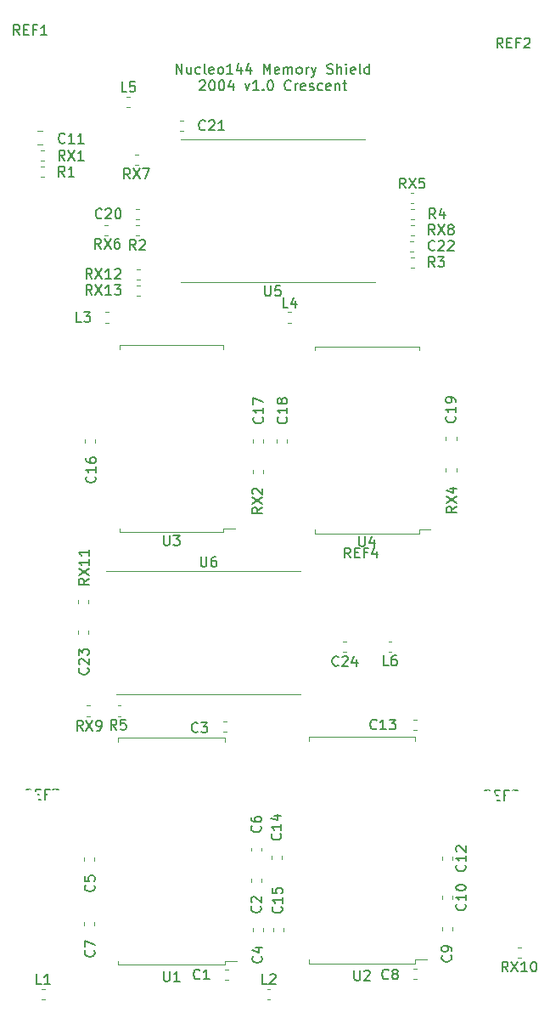
<source format=gto>
G04 #@! TF.GenerationSoftware,KiCad,Pcbnew,(5.1.2)-1*
G04 #@! TF.CreationDate,2020-04-24T17:20:08+09:00*
G04 #@! TF.ProjectId,ns,6e732e6b-6963-4616-945f-706362585858,v1.0*
G04 #@! TF.SameCoordinates,Original*
G04 #@! TF.FileFunction,Legend,Top*
G04 #@! TF.FilePolarity,Positive*
%FSLAX46Y46*%
G04 Gerber Fmt 4.6, Leading zero omitted, Abs format (unit mm)*
G04 Created by KiCad (PCBNEW (5.1.2)-1) date 2020-04-24 17:20:08*
%MOMM*%
%LPD*%
G04 APERTURE LIST*
%ADD10C,0.150000*%
%ADD11C,0.100000*%
%ADD12C,0.120000*%
%ADD13O,1.802000X1.802000*%
%ADD14R,1.802000X1.802000*%
%ADD15C,3.302000*%
%ADD16R,1.202000X0.352000*%
%ADD17C,0.652000*%
%ADD18R,1.612000X0.560000*%
%ADD19C,0.977000*%
%ADD20C,1.077000*%
G04 APERTURE END LIST*
D10*
X135480952Y-56327380D02*
X135480952Y-55327380D01*
X136052380Y-56327380D01*
X136052380Y-55327380D01*
X136957142Y-55660714D02*
X136957142Y-56327380D01*
X136528571Y-55660714D02*
X136528571Y-56184523D01*
X136576190Y-56279761D01*
X136671428Y-56327380D01*
X136814285Y-56327380D01*
X136909523Y-56279761D01*
X136957142Y-56232142D01*
X137861904Y-56279761D02*
X137766666Y-56327380D01*
X137576190Y-56327380D01*
X137480952Y-56279761D01*
X137433333Y-56232142D01*
X137385714Y-56136904D01*
X137385714Y-55851190D01*
X137433333Y-55755952D01*
X137480952Y-55708333D01*
X137576190Y-55660714D01*
X137766666Y-55660714D01*
X137861904Y-55708333D01*
X138433333Y-56327380D02*
X138338095Y-56279761D01*
X138290476Y-56184523D01*
X138290476Y-55327380D01*
X139195238Y-56279761D02*
X139100000Y-56327380D01*
X138909523Y-56327380D01*
X138814285Y-56279761D01*
X138766666Y-56184523D01*
X138766666Y-55803571D01*
X138814285Y-55708333D01*
X138909523Y-55660714D01*
X139100000Y-55660714D01*
X139195238Y-55708333D01*
X139242857Y-55803571D01*
X139242857Y-55898809D01*
X138766666Y-55994047D01*
X139814285Y-56327380D02*
X139719047Y-56279761D01*
X139671428Y-56232142D01*
X139623809Y-56136904D01*
X139623809Y-55851190D01*
X139671428Y-55755952D01*
X139719047Y-55708333D01*
X139814285Y-55660714D01*
X139957142Y-55660714D01*
X140052380Y-55708333D01*
X140100000Y-55755952D01*
X140147619Y-55851190D01*
X140147619Y-56136904D01*
X140100000Y-56232142D01*
X140052380Y-56279761D01*
X139957142Y-56327380D01*
X139814285Y-56327380D01*
X141100000Y-56327380D02*
X140528571Y-56327380D01*
X140814285Y-56327380D02*
X140814285Y-55327380D01*
X140719047Y-55470238D01*
X140623809Y-55565476D01*
X140528571Y-55613095D01*
X141957142Y-55660714D02*
X141957142Y-56327380D01*
X141719047Y-55279761D02*
X141480952Y-55994047D01*
X142100000Y-55994047D01*
X142909523Y-55660714D02*
X142909523Y-56327380D01*
X142671428Y-55279761D02*
X142433333Y-55994047D01*
X143052380Y-55994047D01*
X144195238Y-56327380D02*
X144195238Y-55327380D01*
X144528571Y-56041666D01*
X144861904Y-55327380D01*
X144861904Y-56327380D01*
X145719047Y-56279761D02*
X145623809Y-56327380D01*
X145433333Y-56327380D01*
X145338095Y-56279761D01*
X145290476Y-56184523D01*
X145290476Y-55803571D01*
X145338095Y-55708333D01*
X145433333Y-55660714D01*
X145623809Y-55660714D01*
X145719047Y-55708333D01*
X145766666Y-55803571D01*
X145766666Y-55898809D01*
X145290476Y-55994047D01*
X146195238Y-56327380D02*
X146195238Y-55660714D01*
X146195238Y-55755952D02*
X146242857Y-55708333D01*
X146338095Y-55660714D01*
X146480952Y-55660714D01*
X146576190Y-55708333D01*
X146623809Y-55803571D01*
X146623809Y-56327380D01*
X146623809Y-55803571D02*
X146671428Y-55708333D01*
X146766666Y-55660714D01*
X146909523Y-55660714D01*
X147004761Y-55708333D01*
X147052380Y-55803571D01*
X147052380Y-56327380D01*
X147671428Y-56327380D02*
X147576190Y-56279761D01*
X147528571Y-56232142D01*
X147480952Y-56136904D01*
X147480952Y-55851190D01*
X147528571Y-55755952D01*
X147576190Y-55708333D01*
X147671428Y-55660714D01*
X147814285Y-55660714D01*
X147909523Y-55708333D01*
X147957142Y-55755952D01*
X148004761Y-55851190D01*
X148004761Y-56136904D01*
X147957142Y-56232142D01*
X147909523Y-56279761D01*
X147814285Y-56327380D01*
X147671428Y-56327380D01*
X148433333Y-56327380D02*
X148433333Y-55660714D01*
X148433333Y-55851190D02*
X148480952Y-55755952D01*
X148528571Y-55708333D01*
X148623809Y-55660714D01*
X148719047Y-55660714D01*
X148957142Y-55660714D02*
X149195238Y-56327380D01*
X149433333Y-55660714D02*
X149195238Y-56327380D01*
X149100000Y-56565476D01*
X149052380Y-56613095D01*
X148957142Y-56660714D01*
X150528571Y-56279761D02*
X150671428Y-56327380D01*
X150909523Y-56327380D01*
X151004761Y-56279761D01*
X151052380Y-56232142D01*
X151100000Y-56136904D01*
X151100000Y-56041666D01*
X151052380Y-55946428D01*
X151004761Y-55898809D01*
X150909523Y-55851190D01*
X150719047Y-55803571D01*
X150623809Y-55755952D01*
X150576190Y-55708333D01*
X150528571Y-55613095D01*
X150528571Y-55517857D01*
X150576190Y-55422619D01*
X150623809Y-55375000D01*
X150719047Y-55327380D01*
X150957142Y-55327380D01*
X151100000Y-55375000D01*
X151528571Y-56327380D02*
X151528571Y-55327380D01*
X151957142Y-56327380D02*
X151957142Y-55803571D01*
X151909523Y-55708333D01*
X151814285Y-55660714D01*
X151671428Y-55660714D01*
X151576190Y-55708333D01*
X151528571Y-55755952D01*
X152433333Y-56327380D02*
X152433333Y-55660714D01*
X152433333Y-55327380D02*
X152385714Y-55375000D01*
X152433333Y-55422619D01*
X152480952Y-55375000D01*
X152433333Y-55327380D01*
X152433333Y-55422619D01*
X153290476Y-56279761D02*
X153195238Y-56327380D01*
X153004761Y-56327380D01*
X152909523Y-56279761D01*
X152861904Y-56184523D01*
X152861904Y-55803571D01*
X152909523Y-55708333D01*
X153004761Y-55660714D01*
X153195238Y-55660714D01*
X153290476Y-55708333D01*
X153338095Y-55803571D01*
X153338095Y-55898809D01*
X152861904Y-55994047D01*
X153909523Y-56327380D02*
X153814285Y-56279761D01*
X153766666Y-56184523D01*
X153766666Y-55327380D01*
X154719047Y-56327380D02*
X154719047Y-55327380D01*
X154719047Y-56279761D02*
X154623809Y-56327380D01*
X154433333Y-56327380D01*
X154338095Y-56279761D01*
X154290476Y-56232142D01*
X154242857Y-56136904D01*
X154242857Y-55851190D01*
X154290476Y-55755952D01*
X154338095Y-55708333D01*
X154433333Y-55660714D01*
X154623809Y-55660714D01*
X154719047Y-55708333D01*
X137814285Y-57072619D02*
X137861904Y-57025000D01*
X137957142Y-56977380D01*
X138195238Y-56977380D01*
X138290476Y-57025000D01*
X138338095Y-57072619D01*
X138385714Y-57167857D01*
X138385714Y-57263095D01*
X138338095Y-57405952D01*
X137766666Y-57977380D01*
X138385714Y-57977380D01*
X139004761Y-56977380D02*
X139100000Y-56977380D01*
X139195238Y-57025000D01*
X139242857Y-57072619D01*
X139290476Y-57167857D01*
X139338095Y-57358333D01*
X139338095Y-57596428D01*
X139290476Y-57786904D01*
X139242857Y-57882142D01*
X139195238Y-57929761D01*
X139100000Y-57977380D01*
X139004761Y-57977380D01*
X138909523Y-57929761D01*
X138861904Y-57882142D01*
X138814285Y-57786904D01*
X138766666Y-57596428D01*
X138766666Y-57358333D01*
X138814285Y-57167857D01*
X138861904Y-57072619D01*
X138909523Y-57025000D01*
X139004761Y-56977380D01*
X139957142Y-56977380D02*
X140052380Y-56977380D01*
X140147619Y-57025000D01*
X140195238Y-57072619D01*
X140242857Y-57167857D01*
X140290476Y-57358333D01*
X140290476Y-57596428D01*
X140242857Y-57786904D01*
X140195238Y-57882142D01*
X140147619Y-57929761D01*
X140052380Y-57977380D01*
X139957142Y-57977380D01*
X139861904Y-57929761D01*
X139814285Y-57882142D01*
X139766666Y-57786904D01*
X139719047Y-57596428D01*
X139719047Y-57358333D01*
X139766666Y-57167857D01*
X139814285Y-57072619D01*
X139861904Y-57025000D01*
X139957142Y-56977380D01*
X141147619Y-57310714D02*
X141147619Y-57977380D01*
X140909523Y-56929761D02*
X140671428Y-57644047D01*
X141290476Y-57644047D01*
X142338095Y-57310714D02*
X142576190Y-57977380D01*
X142814285Y-57310714D01*
X143719047Y-57977380D02*
X143147619Y-57977380D01*
X143433333Y-57977380D02*
X143433333Y-56977380D01*
X143338095Y-57120238D01*
X143242857Y-57215476D01*
X143147619Y-57263095D01*
X144147619Y-57882142D02*
X144195238Y-57929761D01*
X144147619Y-57977380D01*
X144100000Y-57929761D01*
X144147619Y-57882142D01*
X144147619Y-57977380D01*
X144814285Y-56977380D02*
X144909523Y-56977380D01*
X145004761Y-57025000D01*
X145052380Y-57072619D01*
X145100000Y-57167857D01*
X145147619Y-57358333D01*
X145147619Y-57596428D01*
X145100000Y-57786904D01*
X145052380Y-57882142D01*
X145004761Y-57929761D01*
X144909523Y-57977380D01*
X144814285Y-57977380D01*
X144719047Y-57929761D01*
X144671428Y-57882142D01*
X144623809Y-57786904D01*
X144576190Y-57596428D01*
X144576190Y-57358333D01*
X144623809Y-57167857D01*
X144671428Y-57072619D01*
X144719047Y-57025000D01*
X144814285Y-56977380D01*
X146909523Y-57882142D02*
X146861904Y-57929761D01*
X146719047Y-57977380D01*
X146623809Y-57977380D01*
X146480952Y-57929761D01*
X146385714Y-57834523D01*
X146338095Y-57739285D01*
X146290476Y-57548809D01*
X146290476Y-57405952D01*
X146338095Y-57215476D01*
X146385714Y-57120238D01*
X146480952Y-57025000D01*
X146623809Y-56977380D01*
X146719047Y-56977380D01*
X146861904Y-57025000D01*
X146909523Y-57072619D01*
X147338095Y-57977380D02*
X147338095Y-57310714D01*
X147338095Y-57501190D02*
X147385714Y-57405952D01*
X147433333Y-57358333D01*
X147528571Y-57310714D01*
X147623809Y-57310714D01*
X148338095Y-57929761D02*
X148242857Y-57977380D01*
X148052380Y-57977380D01*
X147957142Y-57929761D01*
X147909523Y-57834523D01*
X147909523Y-57453571D01*
X147957142Y-57358333D01*
X148052380Y-57310714D01*
X148242857Y-57310714D01*
X148338095Y-57358333D01*
X148385714Y-57453571D01*
X148385714Y-57548809D01*
X147909523Y-57644047D01*
X148766666Y-57929761D02*
X148861904Y-57977380D01*
X149052380Y-57977380D01*
X149147619Y-57929761D01*
X149195238Y-57834523D01*
X149195238Y-57786904D01*
X149147619Y-57691666D01*
X149052380Y-57644047D01*
X148909523Y-57644047D01*
X148814285Y-57596428D01*
X148766666Y-57501190D01*
X148766666Y-57453571D01*
X148814285Y-57358333D01*
X148909523Y-57310714D01*
X149052380Y-57310714D01*
X149147619Y-57358333D01*
X150052380Y-57929761D02*
X149957142Y-57977380D01*
X149766666Y-57977380D01*
X149671428Y-57929761D01*
X149623809Y-57882142D01*
X149576190Y-57786904D01*
X149576190Y-57501190D01*
X149623809Y-57405952D01*
X149671428Y-57358333D01*
X149766666Y-57310714D01*
X149957142Y-57310714D01*
X150052380Y-57358333D01*
X150861904Y-57929761D02*
X150766666Y-57977380D01*
X150576190Y-57977380D01*
X150480952Y-57929761D01*
X150433333Y-57834523D01*
X150433333Y-57453571D01*
X150480952Y-57358333D01*
X150576190Y-57310714D01*
X150766666Y-57310714D01*
X150861904Y-57358333D01*
X150909523Y-57453571D01*
X150909523Y-57548809D01*
X150433333Y-57644047D01*
X151338095Y-57310714D02*
X151338095Y-57977380D01*
X151338095Y-57405952D02*
X151385714Y-57358333D01*
X151480952Y-57310714D01*
X151623809Y-57310714D01*
X151719047Y-57358333D01*
X151766666Y-57453571D01*
X151766666Y-57977380D01*
X152100000Y-57310714D02*
X152480952Y-57310714D01*
X152242857Y-56977380D02*
X152242857Y-57834523D01*
X152290476Y-57929761D01*
X152385714Y-57977380D01*
X152480952Y-57977380D01*
D11*
X147900000Y-105880000D02*
X128500000Y-105880000D01*
D12*
X129500000Y-118120000D02*
X147900000Y-118120000D01*
D11*
X135900000Y-77120000D02*
X155300000Y-77120000D01*
D12*
X154300000Y-62880000D02*
X135900000Y-62880000D01*
X159690000Y-101735000D02*
X160850000Y-101735000D01*
X159690000Y-102115000D02*
X159690000Y-101735000D01*
X154500000Y-102115000D02*
X159690000Y-102115000D01*
X149310000Y-102115000D02*
X149310000Y-101735000D01*
X154500000Y-102115000D02*
X149310000Y-102115000D01*
X159690000Y-83485000D02*
X159690000Y-83865000D01*
X154500000Y-83485000D02*
X159690000Y-83485000D01*
X149310000Y-83485000D02*
X149310000Y-83865000D01*
X154500000Y-83485000D02*
X149310000Y-83485000D01*
X140190000Y-101635000D02*
X141350000Y-101635000D01*
X140190000Y-102015000D02*
X140190000Y-101635000D01*
X135000000Y-102015000D02*
X140190000Y-102015000D01*
X129810000Y-102015000D02*
X129810000Y-101635000D01*
X135000000Y-102015000D02*
X129810000Y-102015000D01*
X140190000Y-83385000D02*
X140190000Y-83765000D01*
X135000000Y-83385000D02*
X140190000Y-83385000D01*
X129810000Y-83385000D02*
X129810000Y-83765000D01*
X135000000Y-83385000D02*
X129810000Y-83385000D01*
X160500000Y-144600000D02*
X159300000Y-144600000D01*
X159300000Y-144600000D02*
X159300000Y-145000000D01*
X159300000Y-145000000D02*
X148700000Y-145000000D01*
X159300000Y-122400000D02*
X148700000Y-122400000D01*
X148700000Y-145000000D02*
X148700000Y-144600000D01*
X148700000Y-122800000D02*
X148700000Y-122400000D01*
X159300000Y-122800000D02*
X159300000Y-122400000D01*
X141500000Y-144700000D02*
X140300000Y-144700000D01*
X140300000Y-144700000D02*
X140300000Y-145100000D01*
X140300000Y-145100000D02*
X129700000Y-145100000D01*
X140300000Y-122500000D02*
X129700000Y-122500000D01*
X129700000Y-145100000D02*
X129700000Y-144700000D01*
X129700000Y-122900000D02*
X129700000Y-122500000D01*
X140300000Y-122900000D02*
X140300000Y-122500000D01*
X131549221Y-78410000D02*
X131874779Y-78410000D01*
X131549221Y-77390000D02*
X131874779Y-77390000D01*
X131537221Y-76810000D02*
X131862779Y-76810000D01*
X131537221Y-75790000D02*
X131862779Y-75790000D01*
X125690000Y-108737221D02*
X125690000Y-109062779D01*
X126710000Y-108737221D02*
X126710000Y-109062779D01*
X169850779Y-143390000D02*
X169525221Y-143390000D01*
X169850779Y-144410000D02*
X169525221Y-144410000D01*
X126537221Y-120310000D02*
X126862779Y-120310000D01*
X126537221Y-119290000D02*
X126862779Y-119290000D01*
X159174779Y-71390000D02*
X158849221Y-71390000D01*
X159174779Y-72410000D02*
X158849221Y-72410000D01*
X131674779Y-64390000D02*
X131349221Y-64390000D01*
X131674779Y-65410000D02*
X131349221Y-65410000D01*
X128337221Y-72410000D02*
X128662779Y-72410000D01*
X128337221Y-71390000D02*
X128662779Y-71390000D01*
X158837221Y-69210000D02*
X159162779Y-69210000D01*
X158837221Y-68190000D02*
X159162779Y-68190000D01*
X163410000Y-95962779D02*
X163410000Y-95637221D01*
X162390000Y-95962779D02*
X162390000Y-95637221D01*
X144110000Y-96162779D02*
X144110000Y-95837221D01*
X143090000Y-96162779D02*
X143090000Y-95837221D01*
X122274779Y-63990000D02*
X121949221Y-63990000D01*
X122274779Y-65010000D02*
X121949221Y-65010000D01*
X129962779Y-119290000D02*
X129637221Y-119290000D01*
X129962779Y-120310000D02*
X129637221Y-120310000D01*
X159174779Y-69790000D02*
X158849221Y-69790000D01*
X159174779Y-70810000D02*
X158849221Y-70810000D01*
X159174779Y-74590000D02*
X158849221Y-74590000D01*
X159174779Y-75610000D02*
X158849221Y-75610000D01*
X131750779Y-71390000D02*
X131425221Y-71390000D01*
X131750779Y-72410000D02*
X131425221Y-72410000D01*
X122274779Y-65590000D02*
X121949221Y-65590000D01*
X122274779Y-66610000D02*
X121949221Y-66610000D01*
X156962779Y-112890000D02*
X156637221Y-112890000D01*
X156962779Y-113910000D02*
X156637221Y-113910000D01*
X130537221Y-59610000D02*
X130862779Y-59610000D01*
X130537221Y-58590000D02*
X130862779Y-58590000D01*
X146637221Y-81110000D02*
X146962779Y-81110000D01*
X146637221Y-80090000D02*
X146962779Y-80090000D01*
X128437221Y-81110000D02*
X128762779Y-81110000D01*
X128437221Y-80090000D02*
X128762779Y-80090000D01*
X144537221Y-148510000D02*
X144862779Y-148510000D01*
X144537221Y-147490000D02*
X144862779Y-147490000D01*
X122037221Y-148510000D02*
X122362779Y-148510000D01*
X122037221Y-147490000D02*
X122362779Y-147490000D01*
X152137221Y-113910000D02*
X152462779Y-113910000D01*
X152137221Y-112890000D02*
X152462779Y-112890000D01*
X125690000Y-111837221D02*
X125690000Y-112162779D01*
X126710000Y-111837221D02*
X126710000Y-112162779D01*
X158825221Y-74010000D02*
X159150779Y-74010000D01*
X158825221Y-72990000D02*
X159150779Y-72990000D01*
X135837221Y-62010000D02*
X136162779Y-62010000D01*
X135837221Y-60990000D02*
X136162779Y-60990000D01*
X131762779Y-69790000D02*
X131437221Y-69790000D01*
X131762779Y-70810000D02*
X131437221Y-70810000D01*
X163410000Y-92862779D02*
X163410000Y-92537221D01*
X162390000Y-92862779D02*
X162390000Y-92537221D01*
X145490000Y-92737221D02*
X145490000Y-93062779D01*
X146510000Y-92737221D02*
X146510000Y-93062779D01*
X144110000Y-93062779D02*
X144110000Y-92737221D01*
X143090000Y-93062779D02*
X143090000Y-92737221D01*
X126390000Y-92737221D02*
X126390000Y-93062779D01*
X127410000Y-92737221D02*
X127410000Y-93062779D01*
X145190000Y-141425221D02*
X145190000Y-141750779D01*
X146210000Y-141425221D02*
X146210000Y-141750779D01*
X146010000Y-134550779D02*
X146010000Y-134225221D01*
X144990000Y-134550779D02*
X144990000Y-134225221D01*
X159462779Y-120690000D02*
X159137221Y-120690000D01*
X159462779Y-121710000D02*
X159137221Y-121710000D01*
X161990000Y-134349221D02*
X161990000Y-134674779D01*
X163010000Y-134349221D02*
X163010000Y-134674779D01*
X122158578Y-61990000D02*
X121641422Y-61990000D01*
X122158578Y-63410000D02*
X121641422Y-63410000D01*
X161990000Y-138237221D02*
X161990000Y-138562779D01*
X163010000Y-138237221D02*
X163010000Y-138562779D01*
X163010000Y-141662779D02*
X163010000Y-141337221D01*
X161990000Y-141662779D02*
X161990000Y-141337221D01*
X159462779Y-145490000D02*
X159137221Y-145490000D01*
X159462779Y-146510000D02*
X159137221Y-146510000D01*
X126290000Y-140837221D02*
X126290000Y-141162779D01*
X127310000Y-140837221D02*
X127310000Y-141162779D01*
X142990000Y-133437221D02*
X142990000Y-133762779D01*
X144010000Y-133437221D02*
X144010000Y-133762779D01*
X127310000Y-134750779D02*
X127310000Y-134425221D01*
X126290000Y-134750779D02*
X126290000Y-134425221D01*
X144110000Y-141774779D02*
X144110000Y-141449221D01*
X143090000Y-141774779D02*
X143090000Y-141449221D01*
X140462779Y-120890000D02*
X140137221Y-120890000D01*
X140462779Y-121910000D02*
X140137221Y-121910000D01*
X144010000Y-136874779D02*
X144010000Y-136549221D01*
X142990000Y-136874779D02*
X142990000Y-136549221D01*
X140662779Y-145590000D02*
X140337221Y-145590000D01*
X140662779Y-146610000D02*
X140337221Y-146610000D01*
D10*
X166852380Y-128752380D02*
X166519047Y-128276190D01*
X166280952Y-128752380D02*
X166280952Y-127752380D01*
X166661904Y-127752380D01*
X166757142Y-127800000D01*
X166804761Y-127847619D01*
X166852380Y-127942857D01*
X166852380Y-128085714D01*
X166804761Y-128180952D01*
X166757142Y-128228571D01*
X166661904Y-128276190D01*
X166280952Y-128276190D01*
X167280952Y-128228571D02*
X167614285Y-128228571D01*
X167757142Y-128752380D02*
X167280952Y-128752380D01*
X167280952Y-127752380D01*
X167757142Y-127752380D01*
X168519047Y-128228571D02*
X168185714Y-128228571D01*
X168185714Y-128752380D02*
X168185714Y-127752380D01*
X168661904Y-127752380D01*
X169519047Y-127752380D02*
X169042857Y-127752380D01*
X168995238Y-128228571D01*
X169042857Y-128180952D01*
X169138095Y-128133333D01*
X169376190Y-128133333D01*
X169471428Y-128180952D01*
X169519047Y-128228571D01*
X169566666Y-128323809D01*
X169566666Y-128561904D01*
X169519047Y-128657142D01*
X169471428Y-128704761D01*
X169376190Y-128752380D01*
X169138095Y-128752380D01*
X169042857Y-128704761D01*
X168995238Y-128657142D01*
X152852380Y-104552380D02*
X152519047Y-104076190D01*
X152280952Y-104552380D02*
X152280952Y-103552380D01*
X152661904Y-103552380D01*
X152757142Y-103600000D01*
X152804761Y-103647619D01*
X152852380Y-103742857D01*
X152852380Y-103885714D01*
X152804761Y-103980952D01*
X152757142Y-104028571D01*
X152661904Y-104076190D01*
X152280952Y-104076190D01*
X153280952Y-104028571D02*
X153614285Y-104028571D01*
X153757142Y-104552380D02*
X153280952Y-104552380D01*
X153280952Y-103552380D01*
X153757142Y-103552380D01*
X154519047Y-104028571D02*
X154185714Y-104028571D01*
X154185714Y-104552380D02*
X154185714Y-103552380D01*
X154661904Y-103552380D01*
X155471428Y-103885714D02*
X155471428Y-104552380D01*
X155233333Y-103504761D02*
X154995238Y-104219047D01*
X155614285Y-104219047D01*
X121052380Y-128652380D02*
X120719047Y-128176190D01*
X120480952Y-128652380D02*
X120480952Y-127652380D01*
X120861904Y-127652380D01*
X120957142Y-127700000D01*
X121004761Y-127747619D01*
X121052380Y-127842857D01*
X121052380Y-127985714D01*
X121004761Y-128080952D01*
X120957142Y-128128571D01*
X120861904Y-128176190D01*
X120480952Y-128176190D01*
X121480952Y-128128571D02*
X121814285Y-128128571D01*
X121957142Y-128652380D02*
X121480952Y-128652380D01*
X121480952Y-127652380D01*
X121957142Y-127652380D01*
X122719047Y-128128571D02*
X122385714Y-128128571D01*
X122385714Y-128652380D02*
X122385714Y-127652380D01*
X122861904Y-127652380D01*
X123147619Y-127652380D02*
X123766666Y-127652380D01*
X123433333Y-128033333D01*
X123576190Y-128033333D01*
X123671428Y-128080952D01*
X123719047Y-128128571D01*
X123766666Y-128223809D01*
X123766666Y-128461904D01*
X123719047Y-128557142D01*
X123671428Y-128604761D01*
X123576190Y-128652380D01*
X123290476Y-128652380D01*
X123195238Y-128604761D01*
X123147619Y-128557142D01*
X168052380Y-53752380D02*
X167719047Y-53276190D01*
X167480952Y-53752380D02*
X167480952Y-52752380D01*
X167861904Y-52752380D01*
X167957142Y-52800000D01*
X168004761Y-52847619D01*
X168052380Y-52942857D01*
X168052380Y-53085714D01*
X168004761Y-53180952D01*
X167957142Y-53228571D01*
X167861904Y-53276190D01*
X167480952Y-53276190D01*
X168480952Y-53228571D02*
X168814285Y-53228571D01*
X168957142Y-53752380D02*
X168480952Y-53752380D01*
X168480952Y-52752380D01*
X168957142Y-52752380D01*
X169719047Y-53228571D02*
X169385714Y-53228571D01*
X169385714Y-53752380D02*
X169385714Y-52752380D01*
X169861904Y-52752380D01*
X170195238Y-52847619D02*
X170242857Y-52800000D01*
X170338095Y-52752380D01*
X170576190Y-52752380D01*
X170671428Y-52800000D01*
X170719047Y-52847619D01*
X170766666Y-52942857D01*
X170766666Y-53038095D01*
X170719047Y-53180952D01*
X170147619Y-53752380D01*
X170766666Y-53752380D01*
X119852380Y-52452380D02*
X119519047Y-51976190D01*
X119280952Y-52452380D02*
X119280952Y-51452380D01*
X119661904Y-51452380D01*
X119757142Y-51500000D01*
X119804761Y-51547619D01*
X119852380Y-51642857D01*
X119852380Y-51785714D01*
X119804761Y-51880952D01*
X119757142Y-51928571D01*
X119661904Y-51976190D01*
X119280952Y-51976190D01*
X120280952Y-51928571D02*
X120614285Y-51928571D01*
X120757142Y-52452380D02*
X120280952Y-52452380D01*
X120280952Y-51452380D01*
X120757142Y-51452380D01*
X121519047Y-51928571D02*
X121185714Y-51928571D01*
X121185714Y-52452380D02*
X121185714Y-51452380D01*
X121661904Y-51452380D01*
X122566666Y-52452380D02*
X121995238Y-52452380D01*
X122280952Y-52452380D02*
X122280952Y-51452380D01*
X122185714Y-51595238D01*
X122090476Y-51690476D01*
X121995238Y-51738095D01*
X137938095Y-104452380D02*
X137938095Y-105261904D01*
X137985714Y-105357142D01*
X138033333Y-105404761D01*
X138128571Y-105452380D01*
X138319047Y-105452380D01*
X138414285Y-105404761D01*
X138461904Y-105357142D01*
X138509523Y-105261904D01*
X138509523Y-104452380D01*
X139414285Y-104452380D02*
X139223809Y-104452380D01*
X139128571Y-104500000D01*
X139080952Y-104547619D01*
X138985714Y-104690476D01*
X138938095Y-104880952D01*
X138938095Y-105261904D01*
X138985714Y-105357142D01*
X139033333Y-105404761D01*
X139128571Y-105452380D01*
X139319047Y-105452380D01*
X139414285Y-105404761D01*
X139461904Y-105357142D01*
X139509523Y-105261904D01*
X139509523Y-105023809D01*
X139461904Y-104928571D01*
X139414285Y-104880952D01*
X139319047Y-104833333D01*
X139128571Y-104833333D01*
X139033333Y-104880952D01*
X138985714Y-104928571D01*
X138938095Y-105023809D01*
X144338095Y-77452380D02*
X144338095Y-78261904D01*
X144385714Y-78357142D01*
X144433333Y-78404761D01*
X144528571Y-78452380D01*
X144719047Y-78452380D01*
X144814285Y-78404761D01*
X144861904Y-78357142D01*
X144909523Y-78261904D01*
X144909523Y-77452380D01*
X145861904Y-77452380D02*
X145385714Y-77452380D01*
X145338095Y-77928571D01*
X145385714Y-77880952D01*
X145480952Y-77833333D01*
X145719047Y-77833333D01*
X145814285Y-77880952D01*
X145861904Y-77928571D01*
X145909523Y-78023809D01*
X145909523Y-78261904D01*
X145861904Y-78357142D01*
X145814285Y-78404761D01*
X145719047Y-78452380D01*
X145480952Y-78452380D01*
X145385714Y-78404761D01*
X145338095Y-78357142D01*
X153738095Y-102412380D02*
X153738095Y-103221904D01*
X153785714Y-103317142D01*
X153833333Y-103364761D01*
X153928571Y-103412380D01*
X154119047Y-103412380D01*
X154214285Y-103364761D01*
X154261904Y-103317142D01*
X154309523Y-103221904D01*
X154309523Y-102412380D01*
X155214285Y-102745714D02*
X155214285Y-103412380D01*
X154976190Y-102364761D02*
X154738095Y-103079047D01*
X155357142Y-103079047D01*
X134238095Y-102312380D02*
X134238095Y-103121904D01*
X134285714Y-103217142D01*
X134333333Y-103264761D01*
X134428571Y-103312380D01*
X134619047Y-103312380D01*
X134714285Y-103264761D01*
X134761904Y-103217142D01*
X134809523Y-103121904D01*
X134809523Y-102312380D01*
X135190476Y-102312380D02*
X135809523Y-102312380D01*
X135476190Y-102693333D01*
X135619047Y-102693333D01*
X135714285Y-102740952D01*
X135761904Y-102788571D01*
X135809523Y-102883809D01*
X135809523Y-103121904D01*
X135761904Y-103217142D01*
X135714285Y-103264761D01*
X135619047Y-103312380D01*
X135333333Y-103312380D01*
X135238095Y-103264761D01*
X135190476Y-103217142D01*
X153238095Y-145652380D02*
X153238095Y-146461904D01*
X153285714Y-146557142D01*
X153333333Y-146604761D01*
X153428571Y-146652380D01*
X153619047Y-146652380D01*
X153714285Y-146604761D01*
X153761904Y-146557142D01*
X153809523Y-146461904D01*
X153809523Y-145652380D01*
X154238095Y-145747619D02*
X154285714Y-145700000D01*
X154380952Y-145652380D01*
X154619047Y-145652380D01*
X154714285Y-145700000D01*
X154761904Y-145747619D01*
X154809523Y-145842857D01*
X154809523Y-145938095D01*
X154761904Y-146080952D01*
X154190476Y-146652380D01*
X154809523Y-146652380D01*
X134238095Y-145752380D02*
X134238095Y-146561904D01*
X134285714Y-146657142D01*
X134333333Y-146704761D01*
X134428571Y-146752380D01*
X134619047Y-146752380D01*
X134714285Y-146704761D01*
X134761904Y-146657142D01*
X134809523Y-146561904D01*
X134809523Y-145752380D01*
X135809523Y-146752380D02*
X135238095Y-146752380D01*
X135523809Y-146752380D02*
X135523809Y-145752380D01*
X135428571Y-145895238D01*
X135333333Y-145990476D01*
X135238095Y-146038095D01*
X127080452Y-78352380D02*
X126747119Y-77876190D01*
X126509023Y-78352380D02*
X126509023Y-77352380D01*
X126889976Y-77352380D01*
X126985214Y-77400000D01*
X127032833Y-77447619D01*
X127080452Y-77542857D01*
X127080452Y-77685714D01*
X127032833Y-77780952D01*
X126985214Y-77828571D01*
X126889976Y-77876190D01*
X126509023Y-77876190D01*
X127413785Y-77352380D02*
X128080452Y-78352380D01*
X128080452Y-77352380D02*
X127413785Y-78352380D01*
X128985214Y-78352380D02*
X128413785Y-78352380D01*
X128699500Y-78352380D02*
X128699500Y-77352380D01*
X128604261Y-77495238D01*
X128509023Y-77590476D01*
X128413785Y-77638095D01*
X129318547Y-77352380D02*
X129937595Y-77352380D01*
X129604261Y-77733333D01*
X129747119Y-77733333D01*
X129842357Y-77780952D01*
X129889976Y-77828571D01*
X129937595Y-77923809D01*
X129937595Y-78161904D01*
X129889976Y-78257142D01*
X129842357Y-78304761D01*
X129747119Y-78352380D01*
X129461404Y-78352380D01*
X129366166Y-78304761D01*
X129318547Y-78257142D01*
X127080952Y-76752380D02*
X126747619Y-76276190D01*
X126509523Y-76752380D02*
X126509523Y-75752380D01*
X126890476Y-75752380D01*
X126985714Y-75800000D01*
X127033333Y-75847619D01*
X127080952Y-75942857D01*
X127080952Y-76085714D01*
X127033333Y-76180952D01*
X126985714Y-76228571D01*
X126890476Y-76276190D01*
X126509523Y-76276190D01*
X127414285Y-75752380D02*
X128080952Y-76752380D01*
X128080952Y-75752380D02*
X127414285Y-76752380D01*
X128985714Y-76752380D02*
X128414285Y-76752380D01*
X128700000Y-76752380D02*
X128700000Y-75752380D01*
X128604761Y-75895238D01*
X128509523Y-75990476D01*
X128414285Y-76038095D01*
X129366666Y-75847619D02*
X129414285Y-75800000D01*
X129509523Y-75752380D01*
X129747619Y-75752380D01*
X129842857Y-75800000D01*
X129890476Y-75847619D01*
X129938095Y-75942857D01*
X129938095Y-76038095D01*
X129890476Y-76180952D01*
X129319047Y-76752380D01*
X129938095Y-76752380D01*
X126752380Y-106619047D02*
X126276190Y-106952380D01*
X126752380Y-107190476D02*
X125752380Y-107190476D01*
X125752380Y-106809523D01*
X125800000Y-106714285D01*
X125847619Y-106666666D01*
X125942857Y-106619047D01*
X126085714Y-106619047D01*
X126180952Y-106666666D01*
X126228571Y-106714285D01*
X126276190Y-106809523D01*
X126276190Y-107190476D01*
X125752380Y-106285714D02*
X126752380Y-105619047D01*
X125752380Y-105619047D02*
X126752380Y-106285714D01*
X126752380Y-104714285D02*
X126752380Y-105285714D01*
X126752380Y-105000000D02*
X125752380Y-105000000D01*
X125895238Y-105095238D01*
X125990476Y-105190476D01*
X126038095Y-105285714D01*
X126752380Y-103761904D02*
X126752380Y-104333333D01*
X126752380Y-104047619D02*
X125752380Y-104047619D01*
X125895238Y-104142857D01*
X125990476Y-104238095D01*
X126038095Y-104333333D01*
X168568952Y-145782380D02*
X168235619Y-145306190D01*
X167997523Y-145782380D02*
X167997523Y-144782380D01*
X168378476Y-144782380D01*
X168473714Y-144830000D01*
X168521333Y-144877619D01*
X168568952Y-144972857D01*
X168568952Y-145115714D01*
X168521333Y-145210952D01*
X168473714Y-145258571D01*
X168378476Y-145306190D01*
X167997523Y-145306190D01*
X168902285Y-144782380D02*
X169568952Y-145782380D01*
X169568952Y-144782380D02*
X168902285Y-145782380D01*
X170473714Y-145782380D02*
X169902285Y-145782380D01*
X170188000Y-145782380D02*
X170188000Y-144782380D01*
X170092761Y-144925238D01*
X169997523Y-145020476D01*
X169902285Y-145068095D01*
X171092761Y-144782380D02*
X171188000Y-144782380D01*
X171283238Y-144830000D01*
X171330857Y-144877619D01*
X171378476Y-144972857D01*
X171426095Y-145163333D01*
X171426095Y-145401428D01*
X171378476Y-145591904D01*
X171330857Y-145687142D01*
X171283238Y-145734761D01*
X171188000Y-145782380D01*
X171092761Y-145782380D01*
X170997523Y-145734761D01*
X170949904Y-145687142D01*
X170902285Y-145591904D01*
X170854666Y-145401428D01*
X170854666Y-145163333D01*
X170902285Y-144972857D01*
X170949904Y-144877619D01*
X170997523Y-144830000D01*
X171092761Y-144782380D01*
X126157142Y-121752380D02*
X125823809Y-121276190D01*
X125585714Y-121752380D02*
X125585714Y-120752380D01*
X125966666Y-120752380D01*
X126061904Y-120800000D01*
X126109523Y-120847619D01*
X126157142Y-120942857D01*
X126157142Y-121085714D01*
X126109523Y-121180952D01*
X126061904Y-121228571D01*
X125966666Y-121276190D01*
X125585714Y-121276190D01*
X126490476Y-120752380D02*
X127157142Y-121752380D01*
X127157142Y-120752380D02*
X126490476Y-121752380D01*
X127585714Y-121752380D02*
X127776190Y-121752380D01*
X127871428Y-121704761D01*
X127919047Y-121657142D01*
X128014285Y-121514285D01*
X128061904Y-121323809D01*
X128061904Y-120942857D01*
X128014285Y-120847619D01*
X127966666Y-120800000D01*
X127871428Y-120752380D01*
X127680952Y-120752380D01*
X127585714Y-120800000D01*
X127538095Y-120847619D01*
X127490476Y-120942857D01*
X127490476Y-121180952D01*
X127538095Y-121276190D01*
X127585714Y-121323809D01*
X127680952Y-121371428D01*
X127871428Y-121371428D01*
X127966666Y-121323809D01*
X128014285Y-121276190D01*
X128061904Y-121180952D01*
X161256642Y-72352380D02*
X160923309Y-71876190D01*
X160685214Y-72352380D02*
X160685214Y-71352380D01*
X161066166Y-71352380D01*
X161161404Y-71400000D01*
X161209023Y-71447619D01*
X161256642Y-71542857D01*
X161256642Y-71685714D01*
X161209023Y-71780952D01*
X161161404Y-71828571D01*
X161066166Y-71876190D01*
X160685214Y-71876190D01*
X161589976Y-71352380D02*
X162256642Y-72352380D01*
X162256642Y-71352380D02*
X161589976Y-72352380D01*
X162780452Y-71780952D02*
X162685214Y-71733333D01*
X162637595Y-71685714D01*
X162589976Y-71590476D01*
X162589976Y-71542857D01*
X162637595Y-71447619D01*
X162685214Y-71400000D01*
X162780452Y-71352380D01*
X162970928Y-71352380D01*
X163066166Y-71400000D01*
X163113785Y-71447619D01*
X163161404Y-71542857D01*
X163161404Y-71590476D01*
X163113785Y-71685714D01*
X163066166Y-71733333D01*
X162970928Y-71780952D01*
X162780452Y-71780952D01*
X162685214Y-71828571D01*
X162637595Y-71876190D01*
X162589976Y-71971428D01*
X162589976Y-72161904D01*
X162637595Y-72257142D01*
X162685214Y-72304761D01*
X162780452Y-72352380D01*
X162970928Y-72352380D01*
X163066166Y-72304761D01*
X163113785Y-72257142D01*
X163161404Y-72161904D01*
X163161404Y-71971428D01*
X163113785Y-71876190D01*
X163066166Y-71828571D01*
X162970928Y-71780952D01*
X130869142Y-66782380D02*
X130535809Y-66306190D01*
X130297714Y-66782380D02*
X130297714Y-65782380D01*
X130678666Y-65782380D01*
X130773904Y-65830000D01*
X130821523Y-65877619D01*
X130869142Y-65972857D01*
X130869142Y-66115714D01*
X130821523Y-66210952D01*
X130773904Y-66258571D01*
X130678666Y-66306190D01*
X130297714Y-66306190D01*
X131202476Y-65782380D02*
X131869142Y-66782380D01*
X131869142Y-65782380D02*
X131202476Y-66782380D01*
X132154857Y-65782380D02*
X132821523Y-65782380D01*
X132392952Y-66782380D01*
X127957142Y-73752380D02*
X127623809Y-73276190D01*
X127385714Y-73752380D02*
X127385714Y-72752380D01*
X127766666Y-72752380D01*
X127861904Y-72800000D01*
X127909523Y-72847619D01*
X127957142Y-72942857D01*
X127957142Y-73085714D01*
X127909523Y-73180952D01*
X127861904Y-73228571D01*
X127766666Y-73276190D01*
X127385714Y-73276190D01*
X128290476Y-72752380D02*
X128957142Y-73752380D01*
X128957142Y-72752380D02*
X128290476Y-73752380D01*
X129766666Y-72752380D02*
X129576190Y-72752380D01*
X129480952Y-72800000D01*
X129433333Y-72847619D01*
X129338095Y-72990476D01*
X129290476Y-73180952D01*
X129290476Y-73561904D01*
X129338095Y-73657142D01*
X129385714Y-73704761D01*
X129480952Y-73752380D01*
X129671428Y-73752380D01*
X129766666Y-73704761D01*
X129814285Y-73657142D01*
X129861904Y-73561904D01*
X129861904Y-73323809D01*
X129814285Y-73228571D01*
X129766666Y-73180952D01*
X129671428Y-73133333D01*
X129480952Y-73133333D01*
X129385714Y-73180952D01*
X129338095Y-73228571D01*
X129290476Y-73323809D01*
X158357142Y-67722380D02*
X158023809Y-67246190D01*
X157785714Y-67722380D02*
X157785714Y-66722380D01*
X158166666Y-66722380D01*
X158261904Y-66770000D01*
X158309523Y-66817619D01*
X158357142Y-66912857D01*
X158357142Y-67055714D01*
X158309523Y-67150952D01*
X158261904Y-67198571D01*
X158166666Y-67246190D01*
X157785714Y-67246190D01*
X158690476Y-66722380D02*
X159357142Y-67722380D01*
X159357142Y-66722380D02*
X158690476Y-67722380D01*
X160214285Y-66722380D02*
X159738095Y-66722380D01*
X159690476Y-67198571D01*
X159738095Y-67150952D01*
X159833333Y-67103333D01*
X160071428Y-67103333D01*
X160166666Y-67150952D01*
X160214285Y-67198571D01*
X160261904Y-67293809D01*
X160261904Y-67531904D01*
X160214285Y-67627142D01*
X160166666Y-67674761D01*
X160071428Y-67722380D01*
X159833333Y-67722380D01*
X159738095Y-67674761D01*
X159690476Y-67627142D01*
X163452380Y-99442857D02*
X162976190Y-99776190D01*
X163452380Y-100014285D02*
X162452380Y-100014285D01*
X162452380Y-99633333D01*
X162500000Y-99538095D01*
X162547619Y-99490476D01*
X162642857Y-99442857D01*
X162785714Y-99442857D01*
X162880952Y-99490476D01*
X162928571Y-99538095D01*
X162976190Y-99633333D01*
X162976190Y-100014285D01*
X162452380Y-99109523D02*
X163452380Y-98442857D01*
X162452380Y-98442857D02*
X163452380Y-99109523D01*
X162785714Y-97633333D02*
X163452380Y-97633333D01*
X162404761Y-97871428D02*
X163119047Y-98109523D01*
X163119047Y-97490476D01*
X144052380Y-99542857D02*
X143576190Y-99876190D01*
X144052380Y-100114285D02*
X143052380Y-100114285D01*
X143052380Y-99733333D01*
X143100000Y-99638095D01*
X143147619Y-99590476D01*
X143242857Y-99542857D01*
X143385714Y-99542857D01*
X143480952Y-99590476D01*
X143528571Y-99638095D01*
X143576190Y-99733333D01*
X143576190Y-100114285D01*
X143052380Y-99209523D02*
X144052380Y-98542857D01*
X143052380Y-98542857D02*
X144052380Y-99209523D01*
X143147619Y-98209523D02*
X143100000Y-98161904D01*
X143052380Y-98066666D01*
X143052380Y-97828571D01*
X143100000Y-97733333D01*
X143147619Y-97685714D01*
X143242857Y-97638095D01*
X143338095Y-97638095D01*
X143480952Y-97685714D01*
X144052380Y-98257142D01*
X144052380Y-97638095D01*
X124356642Y-64952380D02*
X124023309Y-64476190D01*
X123785214Y-64952380D02*
X123785214Y-63952380D01*
X124166166Y-63952380D01*
X124261404Y-64000000D01*
X124309023Y-64047619D01*
X124356642Y-64142857D01*
X124356642Y-64285714D01*
X124309023Y-64380952D01*
X124261404Y-64428571D01*
X124166166Y-64476190D01*
X123785214Y-64476190D01*
X124689976Y-63952380D02*
X125356642Y-64952380D01*
X125356642Y-63952380D02*
X124689976Y-64952380D01*
X126261404Y-64952380D02*
X125689976Y-64952380D01*
X125975690Y-64952380D02*
X125975690Y-63952380D01*
X125880452Y-64095238D01*
X125785214Y-64190476D01*
X125689976Y-64238095D01*
X129533333Y-121682380D02*
X129200000Y-121206190D01*
X128961904Y-121682380D02*
X128961904Y-120682380D01*
X129342857Y-120682380D01*
X129438095Y-120730000D01*
X129485714Y-120777619D01*
X129533333Y-120872857D01*
X129533333Y-121015714D01*
X129485714Y-121110952D01*
X129438095Y-121158571D01*
X129342857Y-121206190D01*
X128961904Y-121206190D01*
X130438095Y-120682380D02*
X129961904Y-120682380D01*
X129914285Y-121158571D01*
X129961904Y-121110952D01*
X130057142Y-121063333D01*
X130295238Y-121063333D01*
X130390476Y-121110952D01*
X130438095Y-121158571D01*
X130485714Y-121253809D01*
X130485714Y-121491904D01*
X130438095Y-121587142D01*
X130390476Y-121634761D01*
X130295238Y-121682380D01*
X130057142Y-121682380D01*
X129961904Y-121634761D01*
X129914285Y-121587142D01*
X161332833Y-70752380D02*
X160999500Y-70276190D01*
X160761404Y-70752380D02*
X160761404Y-69752380D01*
X161142357Y-69752380D01*
X161237595Y-69800000D01*
X161285214Y-69847619D01*
X161332833Y-69942857D01*
X161332833Y-70085714D01*
X161285214Y-70180952D01*
X161237595Y-70228571D01*
X161142357Y-70276190D01*
X160761404Y-70276190D01*
X162189976Y-70085714D02*
X162189976Y-70752380D01*
X161951880Y-69704761D02*
X161713785Y-70419047D01*
X162332833Y-70419047D01*
X161257833Y-75552380D02*
X160924500Y-75076190D01*
X160686404Y-75552380D02*
X160686404Y-74552380D01*
X161067357Y-74552380D01*
X161162595Y-74600000D01*
X161210214Y-74647619D01*
X161257833Y-74742857D01*
X161257833Y-74885714D01*
X161210214Y-74980952D01*
X161162595Y-75028571D01*
X161067357Y-75076190D01*
X160686404Y-75076190D01*
X161591166Y-74552380D02*
X162210214Y-74552380D01*
X161876880Y-74933333D01*
X162019738Y-74933333D01*
X162114976Y-74980952D01*
X162162595Y-75028571D01*
X162210214Y-75123809D01*
X162210214Y-75361904D01*
X162162595Y-75457142D01*
X162114976Y-75504761D01*
X162019738Y-75552380D01*
X161734023Y-75552380D01*
X161638785Y-75504761D01*
X161591166Y-75457142D01*
X131433833Y-73852380D02*
X131100500Y-73376190D01*
X130862404Y-73852380D02*
X130862404Y-72852380D01*
X131243357Y-72852380D01*
X131338595Y-72900000D01*
X131386214Y-72947619D01*
X131433833Y-73042857D01*
X131433833Y-73185714D01*
X131386214Y-73280952D01*
X131338595Y-73328571D01*
X131243357Y-73376190D01*
X130862404Y-73376190D01*
X131814785Y-72947619D02*
X131862404Y-72900000D01*
X131957642Y-72852380D01*
X132195738Y-72852380D01*
X132290976Y-72900000D01*
X132338595Y-72947619D01*
X132386214Y-73042857D01*
X132386214Y-73138095D01*
X132338595Y-73280952D01*
X131767166Y-73852380D01*
X132386214Y-73852380D01*
X124345333Y-66552380D02*
X124012000Y-66076190D01*
X123773904Y-66552380D02*
X123773904Y-65552380D01*
X124154857Y-65552380D01*
X124250095Y-65600000D01*
X124297714Y-65647619D01*
X124345333Y-65742857D01*
X124345333Y-65885714D01*
X124297714Y-65980952D01*
X124250095Y-66028571D01*
X124154857Y-66076190D01*
X123773904Y-66076190D01*
X125297714Y-66552380D02*
X124726285Y-66552380D01*
X125012000Y-66552380D02*
X125012000Y-65552380D01*
X124916761Y-65695238D01*
X124821523Y-65790476D01*
X124726285Y-65838095D01*
X156633333Y-115282380D02*
X156157142Y-115282380D01*
X156157142Y-114282380D01*
X157395238Y-114282380D02*
X157204761Y-114282380D01*
X157109523Y-114330000D01*
X157061904Y-114377619D01*
X156966666Y-114520476D01*
X156919047Y-114710952D01*
X156919047Y-115091904D01*
X156966666Y-115187142D01*
X157014285Y-115234761D01*
X157109523Y-115282380D01*
X157300000Y-115282380D01*
X157395238Y-115234761D01*
X157442857Y-115187142D01*
X157490476Y-115091904D01*
X157490476Y-114853809D01*
X157442857Y-114758571D01*
X157395238Y-114710952D01*
X157300000Y-114663333D01*
X157109523Y-114663333D01*
X157014285Y-114710952D01*
X156966666Y-114758571D01*
X156919047Y-114853809D01*
X130533333Y-58122380D02*
X130057142Y-58122380D01*
X130057142Y-57122380D01*
X131342857Y-57122380D02*
X130866666Y-57122380D01*
X130819047Y-57598571D01*
X130866666Y-57550952D01*
X130961904Y-57503333D01*
X131200000Y-57503333D01*
X131295238Y-57550952D01*
X131342857Y-57598571D01*
X131390476Y-57693809D01*
X131390476Y-57931904D01*
X131342857Y-58027142D01*
X131295238Y-58074761D01*
X131200000Y-58122380D01*
X130961904Y-58122380D01*
X130866666Y-58074761D01*
X130819047Y-58027142D01*
X146633333Y-79622380D02*
X146157142Y-79622380D01*
X146157142Y-78622380D01*
X147395238Y-78955714D02*
X147395238Y-79622380D01*
X147157142Y-78574761D02*
X146919047Y-79289047D01*
X147538095Y-79289047D01*
X126033333Y-81052380D02*
X125557142Y-81052380D01*
X125557142Y-80052380D01*
X126271428Y-80052380D02*
X126890476Y-80052380D01*
X126557142Y-80433333D01*
X126700000Y-80433333D01*
X126795238Y-80480952D01*
X126842857Y-80528571D01*
X126890476Y-80623809D01*
X126890476Y-80861904D01*
X126842857Y-80957142D01*
X126795238Y-81004761D01*
X126700000Y-81052380D01*
X126414285Y-81052380D01*
X126319047Y-81004761D01*
X126271428Y-80957142D01*
X144533333Y-147022380D02*
X144057142Y-147022380D01*
X144057142Y-146022380D01*
X144819047Y-146117619D02*
X144866666Y-146070000D01*
X144961904Y-146022380D01*
X145200000Y-146022380D01*
X145295238Y-146070000D01*
X145342857Y-146117619D01*
X145390476Y-146212857D01*
X145390476Y-146308095D01*
X145342857Y-146450952D01*
X144771428Y-147022380D01*
X145390476Y-147022380D01*
X122033333Y-147022380D02*
X121557142Y-147022380D01*
X121557142Y-146022380D01*
X122890476Y-147022380D02*
X122319047Y-147022380D01*
X122604761Y-147022380D02*
X122604761Y-146022380D01*
X122509523Y-146165238D01*
X122414285Y-146260476D01*
X122319047Y-146308095D01*
X151657142Y-115257142D02*
X151609523Y-115304761D01*
X151466666Y-115352380D01*
X151371428Y-115352380D01*
X151228571Y-115304761D01*
X151133333Y-115209523D01*
X151085714Y-115114285D01*
X151038095Y-114923809D01*
X151038095Y-114780952D01*
X151085714Y-114590476D01*
X151133333Y-114495238D01*
X151228571Y-114400000D01*
X151371428Y-114352380D01*
X151466666Y-114352380D01*
X151609523Y-114400000D01*
X151657142Y-114447619D01*
X152038095Y-114447619D02*
X152085714Y-114400000D01*
X152180952Y-114352380D01*
X152419047Y-114352380D01*
X152514285Y-114400000D01*
X152561904Y-114447619D01*
X152609523Y-114542857D01*
X152609523Y-114638095D01*
X152561904Y-114780952D01*
X151990476Y-115352380D01*
X152609523Y-115352380D01*
X153466666Y-114685714D02*
X153466666Y-115352380D01*
X153228571Y-114304761D02*
X152990476Y-115019047D01*
X153609523Y-115019047D01*
X126657142Y-115542857D02*
X126704761Y-115590476D01*
X126752380Y-115733333D01*
X126752380Y-115828571D01*
X126704761Y-115971428D01*
X126609523Y-116066666D01*
X126514285Y-116114285D01*
X126323809Y-116161904D01*
X126180952Y-116161904D01*
X125990476Y-116114285D01*
X125895238Y-116066666D01*
X125800000Y-115971428D01*
X125752380Y-115828571D01*
X125752380Y-115733333D01*
X125800000Y-115590476D01*
X125847619Y-115542857D01*
X125847619Y-115161904D02*
X125800000Y-115114285D01*
X125752380Y-115019047D01*
X125752380Y-114780952D01*
X125800000Y-114685714D01*
X125847619Y-114638095D01*
X125942857Y-114590476D01*
X126038095Y-114590476D01*
X126180952Y-114638095D01*
X126752380Y-115209523D01*
X126752380Y-114590476D01*
X125752380Y-114257142D02*
X125752380Y-113638095D01*
X126133333Y-113971428D01*
X126133333Y-113828571D01*
X126180952Y-113733333D01*
X126228571Y-113685714D01*
X126323809Y-113638095D01*
X126561904Y-113638095D01*
X126657142Y-113685714D01*
X126704761Y-113733333D01*
X126752380Y-113828571D01*
X126752380Y-114114285D01*
X126704761Y-114209523D01*
X126657142Y-114257142D01*
X161257642Y-73857142D02*
X161210023Y-73904761D01*
X161067166Y-73952380D01*
X160971928Y-73952380D01*
X160829071Y-73904761D01*
X160733833Y-73809523D01*
X160686214Y-73714285D01*
X160638595Y-73523809D01*
X160638595Y-73380952D01*
X160686214Y-73190476D01*
X160733833Y-73095238D01*
X160829071Y-73000000D01*
X160971928Y-72952380D01*
X161067166Y-72952380D01*
X161210023Y-73000000D01*
X161257642Y-73047619D01*
X161638595Y-73047619D02*
X161686214Y-73000000D01*
X161781452Y-72952380D01*
X162019547Y-72952380D01*
X162114785Y-73000000D01*
X162162404Y-73047619D01*
X162210023Y-73142857D01*
X162210023Y-73238095D01*
X162162404Y-73380952D01*
X161590976Y-73952380D01*
X162210023Y-73952380D01*
X162590976Y-73047619D02*
X162638595Y-73000000D01*
X162733833Y-72952380D01*
X162971928Y-72952380D01*
X163067166Y-73000000D01*
X163114785Y-73047619D01*
X163162404Y-73142857D01*
X163162404Y-73238095D01*
X163114785Y-73380952D01*
X162543357Y-73952380D01*
X163162404Y-73952380D01*
X138357142Y-61857142D02*
X138309523Y-61904761D01*
X138166666Y-61952380D01*
X138071428Y-61952380D01*
X137928571Y-61904761D01*
X137833333Y-61809523D01*
X137785714Y-61714285D01*
X137738095Y-61523809D01*
X137738095Y-61380952D01*
X137785714Y-61190476D01*
X137833333Y-61095238D01*
X137928571Y-61000000D01*
X138071428Y-60952380D01*
X138166666Y-60952380D01*
X138309523Y-61000000D01*
X138357142Y-61047619D01*
X138738095Y-61047619D02*
X138785714Y-61000000D01*
X138880952Y-60952380D01*
X139119047Y-60952380D01*
X139214285Y-61000000D01*
X139261904Y-61047619D01*
X139309523Y-61142857D01*
X139309523Y-61238095D01*
X139261904Y-61380952D01*
X138690476Y-61952380D01*
X139309523Y-61952380D01*
X140261904Y-61952380D02*
X139690476Y-61952380D01*
X139976190Y-61952380D02*
X139976190Y-60952380D01*
X139880952Y-61095238D01*
X139785714Y-61190476D01*
X139690476Y-61238095D01*
X128057142Y-70657142D02*
X128009523Y-70704761D01*
X127866666Y-70752380D01*
X127771428Y-70752380D01*
X127628571Y-70704761D01*
X127533333Y-70609523D01*
X127485714Y-70514285D01*
X127438095Y-70323809D01*
X127438095Y-70180952D01*
X127485714Y-69990476D01*
X127533333Y-69895238D01*
X127628571Y-69800000D01*
X127771428Y-69752380D01*
X127866666Y-69752380D01*
X128009523Y-69800000D01*
X128057142Y-69847619D01*
X128438095Y-69847619D02*
X128485714Y-69800000D01*
X128580952Y-69752380D01*
X128819047Y-69752380D01*
X128914285Y-69800000D01*
X128961904Y-69847619D01*
X129009523Y-69942857D01*
X129009523Y-70038095D01*
X128961904Y-70180952D01*
X128390476Y-70752380D01*
X129009523Y-70752380D01*
X129628571Y-69752380D02*
X129723809Y-69752380D01*
X129819047Y-69800000D01*
X129866666Y-69847619D01*
X129914285Y-69942857D01*
X129961904Y-70133333D01*
X129961904Y-70371428D01*
X129914285Y-70561904D01*
X129866666Y-70657142D01*
X129819047Y-70704761D01*
X129723809Y-70752380D01*
X129628571Y-70752380D01*
X129533333Y-70704761D01*
X129485714Y-70657142D01*
X129438095Y-70561904D01*
X129390476Y-70371428D01*
X129390476Y-70133333D01*
X129438095Y-69942857D01*
X129485714Y-69847619D01*
X129533333Y-69800000D01*
X129628571Y-69752380D01*
X163257142Y-90442857D02*
X163304761Y-90490476D01*
X163352380Y-90633333D01*
X163352380Y-90728571D01*
X163304761Y-90871428D01*
X163209523Y-90966666D01*
X163114285Y-91014285D01*
X162923809Y-91061904D01*
X162780952Y-91061904D01*
X162590476Y-91014285D01*
X162495238Y-90966666D01*
X162400000Y-90871428D01*
X162352380Y-90728571D01*
X162352380Y-90633333D01*
X162400000Y-90490476D01*
X162447619Y-90442857D01*
X163352380Y-89490476D02*
X163352380Y-90061904D01*
X163352380Y-89776190D02*
X162352380Y-89776190D01*
X162495238Y-89871428D01*
X162590476Y-89966666D01*
X162638095Y-90061904D01*
X163352380Y-89014285D02*
X163352380Y-88823809D01*
X163304761Y-88728571D01*
X163257142Y-88680952D01*
X163114285Y-88585714D01*
X162923809Y-88538095D01*
X162542857Y-88538095D01*
X162447619Y-88585714D01*
X162400000Y-88633333D01*
X162352380Y-88728571D01*
X162352380Y-88919047D01*
X162400000Y-89014285D01*
X162447619Y-89061904D01*
X162542857Y-89109523D01*
X162780952Y-89109523D01*
X162876190Y-89061904D01*
X162923809Y-89014285D01*
X162971428Y-88919047D01*
X162971428Y-88728571D01*
X162923809Y-88633333D01*
X162876190Y-88585714D01*
X162780952Y-88538095D01*
X146457142Y-90542857D02*
X146504761Y-90590476D01*
X146552380Y-90733333D01*
X146552380Y-90828571D01*
X146504761Y-90971428D01*
X146409523Y-91066666D01*
X146314285Y-91114285D01*
X146123809Y-91161904D01*
X145980952Y-91161904D01*
X145790476Y-91114285D01*
X145695238Y-91066666D01*
X145600000Y-90971428D01*
X145552380Y-90828571D01*
X145552380Y-90733333D01*
X145600000Y-90590476D01*
X145647619Y-90542857D01*
X146552380Y-89590476D02*
X146552380Y-90161904D01*
X146552380Y-89876190D02*
X145552380Y-89876190D01*
X145695238Y-89971428D01*
X145790476Y-90066666D01*
X145838095Y-90161904D01*
X145980952Y-89019047D02*
X145933333Y-89114285D01*
X145885714Y-89161904D01*
X145790476Y-89209523D01*
X145742857Y-89209523D01*
X145647619Y-89161904D01*
X145600000Y-89114285D01*
X145552380Y-89019047D01*
X145552380Y-88828571D01*
X145600000Y-88733333D01*
X145647619Y-88685714D01*
X145742857Y-88638095D01*
X145790476Y-88638095D01*
X145885714Y-88685714D01*
X145933333Y-88733333D01*
X145980952Y-88828571D01*
X145980952Y-89019047D01*
X146028571Y-89114285D01*
X146076190Y-89161904D01*
X146171428Y-89209523D01*
X146361904Y-89209523D01*
X146457142Y-89161904D01*
X146504761Y-89114285D01*
X146552380Y-89019047D01*
X146552380Y-88828571D01*
X146504761Y-88733333D01*
X146457142Y-88685714D01*
X146361904Y-88638095D01*
X146171428Y-88638095D01*
X146076190Y-88685714D01*
X146028571Y-88733333D01*
X145980952Y-88828571D01*
X144057142Y-90542857D02*
X144104761Y-90590476D01*
X144152380Y-90733333D01*
X144152380Y-90828571D01*
X144104761Y-90971428D01*
X144009523Y-91066666D01*
X143914285Y-91114285D01*
X143723809Y-91161904D01*
X143580952Y-91161904D01*
X143390476Y-91114285D01*
X143295238Y-91066666D01*
X143200000Y-90971428D01*
X143152380Y-90828571D01*
X143152380Y-90733333D01*
X143200000Y-90590476D01*
X143247619Y-90542857D01*
X144152380Y-89590476D02*
X144152380Y-90161904D01*
X144152380Y-89876190D02*
X143152380Y-89876190D01*
X143295238Y-89971428D01*
X143390476Y-90066666D01*
X143438095Y-90161904D01*
X143152380Y-89257142D02*
X143152380Y-88590476D01*
X144152380Y-89019047D01*
X127357142Y-96442857D02*
X127404761Y-96490476D01*
X127452380Y-96633333D01*
X127452380Y-96728571D01*
X127404761Y-96871428D01*
X127309523Y-96966666D01*
X127214285Y-97014285D01*
X127023809Y-97061904D01*
X126880952Y-97061904D01*
X126690476Y-97014285D01*
X126595238Y-96966666D01*
X126500000Y-96871428D01*
X126452380Y-96728571D01*
X126452380Y-96633333D01*
X126500000Y-96490476D01*
X126547619Y-96442857D01*
X127452380Y-95490476D02*
X127452380Y-96061904D01*
X127452380Y-95776190D02*
X126452380Y-95776190D01*
X126595238Y-95871428D01*
X126690476Y-95966666D01*
X126738095Y-96061904D01*
X126452380Y-94633333D02*
X126452380Y-94823809D01*
X126500000Y-94919047D01*
X126547619Y-94966666D01*
X126690476Y-95061904D01*
X126880952Y-95109523D01*
X127261904Y-95109523D01*
X127357142Y-95061904D01*
X127404761Y-95014285D01*
X127452380Y-94919047D01*
X127452380Y-94728571D01*
X127404761Y-94633333D01*
X127357142Y-94585714D01*
X127261904Y-94538095D01*
X127023809Y-94538095D01*
X126928571Y-94585714D01*
X126880952Y-94633333D01*
X126833333Y-94728571D01*
X126833333Y-94919047D01*
X126880952Y-95014285D01*
X126928571Y-95061904D01*
X127023809Y-95109523D01*
X145957142Y-139330857D02*
X146004761Y-139378476D01*
X146052380Y-139521333D01*
X146052380Y-139616571D01*
X146004761Y-139759428D01*
X145909523Y-139854666D01*
X145814285Y-139902285D01*
X145623809Y-139949904D01*
X145480952Y-139949904D01*
X145290476Y-139902285D01*
X145195238Y-139854666D01*
X145100000Y-139759428D01*
X145052380Y-139616571D01*
X145052380Y-139521333D01*
X145100000Y-139378476D01*
X145147619Y-139330857D01*
X146052380Y-138378476D02*
X146052380Y-138949904D01*
X146052380Y-138664190D02*
X145052380Y-138664190D01*
X145195238Y-138759428D01*
X145290476Y-138854666D01*
X145338095Y-138949904D01*
X145052380Y-137473714D02*
X145052380Y-137949904D01*
X145528571Y-137997523D01*
X145480952Y-137949904D01*
X145433333Y-137854666D01*
X145433333Y-137616571D01*
X145480952Y-137521333D01*
X145528571Y-137473714D01*
X145623809Y-137426095D01*
X145861904Y-137426095D01*
X145957142Y-137473714D01*
X146004761Y-137521333D01*
X146052380Y-137616571D01*
X146052380Y-137854666D01*
X146004761Y-137949904D01*
X145957142Y-137997523D01*
X145857142Y-132043357D02*
X145904761Y-132090976D01*
X145952380Y-132233833D01*
X145952380Y-132329071D01*
X145904761Y-132471928D01*
X145809523Y-132567166D01*
X145714285Y-132614785D01*
X145523809Y-132662404D01*
X145380952Y-132662404D01*
X145190476Y-132614785D01*
X145095238Y-132567166D01*
X145000000Y-132471928D01*
X144952380Y-132329071D01*
X144952380Y-132233833D01*
X145000000Y-132090976D01*
X145047619Y-132043357D01*
X145952380Y-131090976D02*
X145952380Y-131662404D01*
X145952380Y-131376690D02*
X144952380Y-131376690D01*
X145095238Y-131471928D01*
X145190476Y-131567166D01*
X145238095Y-131662404D01*
X145285714Y-130233833D02*
X145952380Y-130233833D01*
X144904761Y-130471928D02*
X145619047Y-130710023D01*
X145619047Y-130090976D01*
X155457142Y-121557142D02*
X155409523Y-121604761D01*
X155266666Y-121652380D01*
X155171428Y-121652380D01*
X155028571Y-121604761D01*
X154933333Y-121509523D01*
X154885714Y-121414285D01*
X154838095Y-121223809D01*
X154838095Y-121080952D01*
X154885714Y-120890476D01*
X154933333Y-120795238D01*
X155028571Y-120700000D01*
X155171428Y-120652380D01*
X155266666Y-120652380D01*
X155409523Y-120700000D01*
X155457142Y-120747619D01*
X156409523Y-121652380D02*
X155838095Y-121652380D01*
X156123809Y-121652380D02*
X156123809Y-120652380D01*
X156028571Y-120795238D01*
X155933333Y-120890476D01*
X155838095Y-120938095D01*
X156742857Y-120652380D02*
X157361904Y-120652380D01*
X157028571Y-121033333D01*
X157171428Y-121033333D01*
X157266666Y-121080952D01*
X157314285Y-121128571D01*
X157361904Y-121223809D01*
X157361904Y-121461904D01*
X157314285Y-121557142D01*
X157266666Y-121604761D01*
X157171428Y-121652380D01*
X156885714Y-121652380D01*
X156790476Y-121604761D01*
X156742857Y-121557142D01*
X164287142Y-135154857D02*
X164334761Y-135202476D01*
X164382380Y-135345333D01*
X164382380Y-135440571D01*
X164334761Y-135583428D01*
X164239523Y-135678666D01*
X164144285Y-135726285D01*
X163953809Y-135773904D01*
X163810952Y-135773904D01*
X163620476Y-135726285D01*
X163525238Y-135678666D01*
X163430000Y-135583428D01*
X163382380Y-135440571D01*
X163382380Y-135345333D01*
X163430000Y-135202476D01*
X163477619Y-135154857D01*
X164382380Y-134202476D02*
X164382380Y-134773904D01*
X164382380Y-134488190D02*
X163382380Y-134488190D01*
X163525238Y-134583428D01*
X163620476Y-134678666D01*
X163668095Y-134773904D01*
X163477619Y-133821523D02*
X163430000Y-133773904D01*
X163382380Y-133678666D01*
X163382380Y-133440571D01*
X163430000Y-133345333D01*
X163477619Y-133297714D01*
X163572857Y-133250095D01*
X163668095Y-133250095D01*
X163810952Y-133297714D01*
X164382380Y-133869142D01*
X164382380Y-133250095D01*
X124357142Y-63157142D02*
X124309523Y-63204761D01*
X124166666Y-63252380D01*
X124071428Y-63252380D01*
X123928571Y-63204761D01*
X123833333Y-63109523D01*
X123785714Y-63014285D01*
X123738095Y-62823809D01*
X123738095Y-62680952D01*
X123785714Y-62490476D01*
X123833333Y-62395238D01*
X123928571Y-62300000D01*
X124071428Y-62252380D01*
X124166666Y-62252380D01*
X124309523Y-62300000D01*
X124357142Y-62347619D01*
X125309523Y-63252380D02*
X124738095Y-63252380D01*
X125023809Y-63252380D02*
X125023809Y-62252380D01*
X124928571Y-62395238D01*
X124833333Y-62490476D01*
X124738095Y-62538095D01*
X126261904Y-63252380D02*
X125690476Y-63252380D01*
X125976190Y-63252380D02*
X125976190Y-62252380D01*
X125880952Y-62395238D01*
X125785714Y-62490476D01*
X125690476Y-62538095D01*
X164287142Y-139042857D02*
X164334761Y-139090476D01*
X164382380Y-139233333D01*
X164382380Y-139328571D01*
X164334761Y-139471428D01*
X164239523Y-139566666D01*
X164144285Y-139614285D01*
X163953809Y-139661904D01*
X163810952Y-139661904D01*
X163620476Y-139614285D01*
X163525238Y-139566666D01*
X163430000Y-139471428D01*
X163382380Y-139328571D01*
X163382380Y-139233333D01*
X163430000Y-139090476D01*
X163477619Y-139042857D01*
X164382380Y-138090476D02*
X164382380Y-138661904D01*
X164382380Y-138376190D02*
X163382380Y-138376190D01*
X163525238Y-138471428D01*
X163620476Y-138566666D01*
X163668095Y-138661904D01*
X163382380Y-137471428D02*
X163382380Y-137376190D01*
X163430000Y-137280952D01*
X163477619Y-137233333D01*
X163572857Y-137185714D01*
X163763333Y-137138095D01*
X164001428Y-137138095D01*
X164191904Y-137185714D01*
X164287142Y-137233333D01*
X164334761Y-137280952D01*
X164382380Y-137376190D01*
X164382380Y-137471428D01*
X164334761Y-137566666D01*
X164287142Y-137614285D01*
X164191904Y-137661904D01*
X164001428Y-137709523D01*
X163763333Y-137709523D01*
X163572857Y-137661904D01*
X163477619Y-137614285D01*
X163430000Y-137566666D01*
X163382380Y-137471428D01*
X162857142Y-144166666D02*
X162904761Y-144214285D01*
X162952380Y-144357142D01*
X162952380Y-144452380D01*
X162904761Y-144595238D01*
X162809523Y-144690476D01*
X162714285Y-144738095D01*
X162523809Y-144785714D01*
X162380952Y-144785714D01*
X162190476Y-144738095D01*
X162095238Y-144690476D01*
X162000000Y-144595238D01*
X161952380Y-144452380D01*
X161952380Y-144357142D01*
X162000000Y-144214285D01*
X162047619Y-144166666D01*
X162952380Y-143690476D02*
X162952380Y-143500000D01*
X162904761Y-143404761D01*
X162857142Y-143357142D01*
X162714285Y-143261904D01*
X162523809Y-143214285D01*
X162142857Y-143214285D01*
X162047619Y-143261904D01*
X162000000Y-143309523D01*
X161952380Y-143404761D01*
X161952380Y-143595238D01*
X162000000Y-143690476D01*
X162047619Y-143738095D01*
X162142857Y-143785714D01*
X162380952Y-143785714D01*
X162476190Y-143738095D01*
X162523809Y-143690476D01*
X162571428Y-143595238D01*
X162571428Y-143404761D01*
X162523809Y-143309523D01*
X162476190Y-143261904D01*
X162380952Y-143214285D01*
X156633333Y-146457142D02*
X156585714Y-146504761D01*
X156442857Y-146552380D01*
X156347619Y-146552380D01*
X156204761Y-146504761D01*
X156109523Y-146409523D01*
X156061904Y-146314285D01*
X156014285Y-146123809D01*
X156014285Y-145980952D01*
X156061904Y-145790476D01*
X156109523Y-145695238D01*
X156204761Y-145600000D01*
X156347619Y-145552380D01*
X156442857Y-145552380D01*
X156585714Y-145600000D01*
X156633333Y-145647619D01*
X157204761Y-145980952D02*
X157109523Y-145933333D01*
X157061904Y-145885714D01*
X157014285Y-145790476D01*
X157014285Y-145742857D01*
X157061904Y-145647619D01*
X157109523Y-145600000D01*
X157204761Y-145552380D01*
X157395238Y-145552380D01*
X157490476Y-145600000D01*
X157538095Y-145647619D01*
X157585714Y-145742857D01*
X157585714Y-145790476D01*
X157538095Y-145885714D01*
X157490476Y-145933333D01*
X157395238Y-145980952D01*
X157204761Y-145980952D01*
X157109523Y-146028571D01*
X157061904Y-146076190D01*
X157014285Y-146171428D01*
X157014285Y-146361904D01*
X157061904Y-146457142D01*
X157109523Y-146504761D01*
X157204761Y-146552380D01*
X157395238Y-146552380D01*
X157490476Y-146504761D01*
X157538095Y-146457142D01*
X157585714Y-146361904D01*
X157585714Y-146171428D01*
X157538095Y-146076190D01*
X157490476Y-146028571D01*
X157395238Y-145980952D01*
X127257142Y-143666666D02*
X127304761Y-143714285D01*
X127352380Y-143857142D01*
X127352380Y-143952380D01*
X127304761Y-144095238D01*
X127209523Y-144190476D01*
X127114285Y-144238095D01*
X126923809Y-144285714D01*
X126780952Y-144285714D01*
X126590476Y-144238095D01*
X126495238Y-144190476D01*
X126400000Y-144095238D01*
X126352380Y-143952380D01*
X126352380Y-143857142D01*
X126400000Y-143714285D01*
X126447619Y-143666666D01*
X126352380Y-143333333D02*
X126352380Y-142666666D01*
X127352380Y-143095238D01*
X143857142Y-131266666D02*
X143904761Y-131314285D01*
X143952380Y-131457142D01*
X143952380Y-131552380D01*
X143904761Y-131695238D01*
X143809523Y-131790476D01*
X143714285Y-131838095D01*
X143523809Y-131885714D01*
X143380952Y-131885714D01*
X143190476Y-131838095D01*
X143095238Y-131790476D01*
X143000000Y-131695238D01*
X142952380Y-131552380D01*
X142952380Y-131457142D01*
X143000000Y-131314285D01*
X143047619Y-131266666D01*
X142952380Y-130409523D02*
X142952380Y-130600000D01*
X143000000Y-130695238D01*
X143047619Y-130742857D01*
X143190476Y-130838095D01*
X143380952Y-130885714D01*
X143761904Y-130885714D01*
X143857142Y-130838095D01*
X143904761Y-130790476D01*
X143952380Y-130695238D01*
X143952380Y-130504761D01*
X143904761Y-130409523D01*
X143857142Y-130361904D01*
X143761904Y-130314285D01*
X143523809Y-130314285D01*
X143428571Y-130361904D01*
X143380952Y-130409523D01*
X143333333Y-130504761D01*
X143333333Y-130695238D01*
X143380952Y-130790476D01*
X143428571Y-130838095D01*
X143523809Y-130885714D01*
X127257142Y-137167166D02*
X127304761Y-137214785D01*
X127352380Y-137357642D01*
X127352380Y-137452880D01*
X127304761Y-137595738D01*
X127209523Y-137690976D01*
X127114285Y-137738595D01*
X126923809Y-137786214D01*
X126780952Y-137786214D01*
X126590476Y-137738595D01*
X126495238Y-137690976D01*
X126400000Y-137595738D01*
X126352380Y-137452880D01*
X126352380Y-137357642D01*
X126400000Y-137214785D01*
X126447619Y-137167166D01*
X126352380Y-136262404D02*
X126352380Y-136738595D01*
X126828571Y-136786214D01*
X126780952Y-136738595D01*
X126733333Y-136643357D01*
X126733333Y-136405261D01*
X126780952Y-136310023D01*
X126828571Y-136262404D01*
X126923809Y-136214785D01*
X127161904Y-136214785D01*
X127257142Y-136262404D01*
X127304761Y-136310023D01*
X127352380Y-136405261D01*
X127352380Y-136643357D01*
X127304761Y-136738595D01*
X127257142Y-136786214D01*
X143957142Y-144266166D02*
X144004761Y-144313785D01*
X144052380Y-144456642D01*
X144052380Y-144551880D01*
X144004761Y-144694738D01*
X143909523Y-144789976D01*
X143814285Y-144837595D01*
X143623809Y-144885214D01*
X143480952Y-144885214D01*
X143290476Y-144837595D01*
X143195238Y-144789976D01*
X143100000Y-144694738D01*
X143052380Y-144551880D01*
X143052380Y-144456642D01*
X143100000Y-144313785D01*
X143147619Y-144266166D01*
X143385714Y-143409023D02*
X144052380Y-143409023D01*
X143004761Y-143647119D02*
X143719047Y-143885214D01*
X143719047Y-143266166D01*
X137620833Y-121857142D02*
X137573214Y-121904761D01*
X137430357Y-121952380D01*
X137335119Y-121952380D01*
X137192261Y-121904761D01*
X137097023Y-121809523D01*
X137049404Y-121714285D01*
X137001785Y-121523809D01*
X137001785Y-121380952D01*
X137049404Y-121190476D01*
X137097023Y-121095238D01*
X137192261Y-121000000D01*
X137335119Y-120952380D01*
X137430357Y-120952380D01*
X137573214Y-121000000D01*
X137620833Y-121047619D01*
X137954166Y-120952380D02*
X138573214Y-120952380D01*
X138239880Y-121333333D01*
X138382738Y-121333333D01*
X138477976Y-121380952D01*
X138525595Y-121428571D01*
X138573214Y-121523809D01*
X138573214Y-121761904D01*
X138525595Y-121857142D01*
X138477976Y-121904761D01*
X138382738Y-121952380D01*
X138097023Y-121952380D01*
X138001785Y-121904761D01*
X137954166Y-121857142D01*
X143857142Y-139266166D02*
X143904761Y-139313785D01*
X143952380Y-139456642D01*
X143952380Y-139551880D01*
X143904761Y-139694738D01*
X143809523Y-139789976D01*
X143714285Y-139837595D01*
X143523809Y-139885214D01*
X143380952Y-139885214D01*
X143190476Y-139837595D01*
X143095238Y-139789976D01*
X143000000Y-139694738D01*
X142952380Y-139551880D01*
X142952380Y-139456642D01*
X143000000Y-139313785D01*
X143047619Y-139266166D01*
X143047619Y-138885214D02*
X143000000Y-138837595D01*
X142952380Y-138742357D01*
X142952380Y-138504261D01*
X143000000Y-138409023D01*
X143047619Y-138361404D01*
X143142857Y-138313785D01*
X143238095Y-138313785D01*
X143380952Y-138361404D01*
X143952380Y-138932833D01*
X143952380Y-138313785D01*
X137833333Y-146457142D02*
X137785714Y-146504761D01*
X137642857Y-146552380D01*
X137547619Y-146552380D01*
X137404761Y-146504761D01*
X137309523Y-146409523D01*
X137261904Y-146314285D01*
X137214285Y-146123809D01*
X137214285Y-145980952D01*
X137261904Y-145790476D01*
X137309523Y-145695238D01*
X137404761Y-145600000D01*
X137547619Y-145552380D01*
X137642857Y-145552380D01*
X137785714Y-145600000D01*
X137833333Y-145647619D01*
X138785714Y-146552380D02*
X138214285Y-146552380D01*
X138500000Y-146552380D02*
X138500000Y-145552380D01*
X138404761Y-145695238D01*
X138309523Y-145790476D01*
X138214285Y-145838095D01*
%LPC*%
D13*
X176740000Y-149000000D03*
X174200000Y-149000000D03*
X176740000Y-146460000D03*
X174200000Y-146460000D03*
X176740000Y-143920000D03*
X174200000Y-143920000D03*
X176740000Y-141380000D03*
X174200000Y-141380000D03*
X176740000Y-138840000D03*
X174200000Y-138840000D03*
X176740000Y-136300000D03*
X174200000Y-136300000D03*
X176740000Y-133760000D03*
X174200000Y-133760000D03*
X176740000Y-131220000D03*
X174200000Y-131220000D03*
X176740000Y-128680000D03*
X174200000Y-128680000D03*
X176740000Y-126140000D03*
X174200000Y-126140000D03*
X176740000Y-123600000D03*
X174200000Y-123600000D03*
X176740000Y-121060000D03*
X174200000Y-121060000D03*
X176740000Y-118520000D03*
X174200000Y-118520000D03*
X176740000Y-115980000D03*
X174200000Y-115980000D03*
X176740000Y-113440000D03*
X174200000Y-113440000D03*
X176740000Y-110900000D03*
X174200000Y-110900000D03*
X176740000Y-108360000D03*
X174200000Y-108360000D03*
X176740000Y-105820000D03*
X174200000Y-105820000D03*
X176740000Y-103280000D03*
X174200000Y-103280000D03*
X176740000Y-100740000D03*
X174200000Y-100740000D03*
X176740000Y-98200000D03*
X174200000Y-98200000D03*
X176740000Y-95660000D03*
X174200000Y-95660000D03*
X176740000Y-93120000D03*
X174200000Y-93120000D03*
X176740000Y-90580000D03*
X174200000Y-90580000D03*
X176740000Y-88040000D03*
X174200000Y-88040000D03*
X176740000Y-85500000D03*
X174200000Y-85500000D03*
X176740000Y-82960000D03*
X174200000Y-82960000D03*
X176740000Y-80420000D03*
X174200000Y-80420000D03*
X176740000Y-77880000D03*
X174200000Y-77880000D03*
X176740000Y-75340000D03*
X174200000Y-75340000D03*
X176740000Y-72800000D03*
X174200000Y-72800000D03*
X176740000Y-70260000D03*
X174200000Y-70260000D03*
X176740000Y-67720000D03*
X174200000Y-67720000D03*
X176740000Y-65180000D03*
X174200000Y-65180000D03*
X176740000Y-62640000D03*
X174200000Y-62640000D03*
X176740000Y-60100000D03*
D14*
X174200000Y-60100000D03*
D13*
X169140000Y-128640000D03*
X166600000Y-128640000D03*
X169140000Y-126100000D03*
X166600000Y-126100000D03*
X169140000Y-123560000D03*
X166600000Y-123560000D03*
X169140000Y-121020000D03*
X166600000Y-121020000D03*
X169140000Y-118480000D03*
X166600000Y-118480000D03*
X169140000Y-115940000D03*
X166600000Y-115940000D03*
X169140000Y-113400000D03*
X166600000Y-113400000D03*
X169140000Y-110860000D03*
X166600000Y-110860000D03*
X169140000Y-108320000D03*
X166600000Y-108320000D03*
X169140000Y-105780000D03*
X166600000Y-105780000D03*
X169140000Y-103240000D03*
X166600000Y-103240000D03*
X169140000Y-100700000D03*
X166600000Y-100700000D03*
X169140000Y-98160000D03*
X166600000Y-98160000D03*
X169140000Y-95620000D03*
X166600000Y-95620000D03*
X169140000Y-93080000D03*
X166600000Y-93080000D03*
X169140000Y-90540000D03*
X166600000Y-90540000D03*
X169140000Y-88000000D03*
D14*
X166600000Y-88000000D03*
D13*
X169140000Y-83960000D03*
X166600000Y-83960000D03*
X169140000Y-81420000D03*
X166600000Y-81420000D03*
X169140000Y-78880000D03*
X166600000Y-78880000D03*
X169140000Y-76340000D03*
X166600000Y-76340000D03*
X169140000Y-73800000D03*
X166600000Y-73800000D03*
X169140000Y-71260000D03*
X166600000Y-71260000D03*
X169140000Y-68720000D03*
X166600000Y-68720000D03*
X169140000Y-66180000D03*
X166600000Y-66180000D03*
X169140000Y-63640000D03*
X166600000Y-63640000D03*
X169140000Y-61100000D03*
D14*
X166600000Y-61100000D03*
D13*
X123440000Y-128560000D03*
X120900000Y-128560000D03*
X123440000Y-126020000D03*
X120900000Y-126020000D03*
X123440000Y-123480000D03*
X120900000Y-123480000D03*
X123440000Y-120940000D03*
X120900000Y-120940000D03*
X123440000Y-118400000D03*
X120900000Y-118400000D03*
X123440000Y-115860000D03*
X120900000Y-115860000D03*
X123440000Y-113320000D03*
X120900000Y-113320000D03*
X123440000Y-110780000D03*
X120900000Y-110780000D03*
X123440000Y-108240000D03*
X120900000Y-108240000D03*
X123440000Y-105700000D03*
X120900000Y-105700000D03*
X123440000Y-103160000D03*
X120900000Y-103160000D03*
X123440000Y-100620000D03*
X120900000Y-100620000D03*
X123440000Y-98080000D03*
X120900000Y-98080000D03*
X123440000Y-95540000D03*
X120900000Y-95540000D03*
X123440000Y-93000000D03*
D14*
X120900000Y-93000000D03*
D13*
X123440000Y-88000000D03*
X120900000Y-88000000D03*
X123440000Y-85460000D03*
X120900000Y-85460000D03*
X123440000Y-82920000D03*
X120900000Y-82920000D03*
X123440000Y-80380000D03*
X120900000Y-80380000D03*
X123440000Y-77840000D03*
X120900000Y-77840000D03*
X123440000Y-75300000D03*
X120900000Y-75300000D03*
X123440000Y-72760000D03*
X120900000Y-72760000D03*
X123440000Y-70220000D03*
D14*
X120900000Y-70220000D03*
D13*
X115800000Y-149000000D03*
X113260000Y-149000000D03*
X115800000Y-146460000D03*
X113260000Y-146460000D03*
X115800000Y-143920000D03*
X113260000Y-143920000D03*
X115800000Y-141380000D03*
X113260000Y-141380000D03*
X115800000Y-138840000D03*
X113260000Y-138840000D03*
X115800000Y-136300000D03*
X113260000Y-136300000D03*
X115800000Y-133760000D03*
X113260000Y-133760000D03*
X115800000Y-131220000D03*
X113260000Y-131220000D03*
X115800000Y-128680000D03*
X113260000Y-128680000D03*
X115800000Y-126140000D03*
X113260000Y-126140000D03*
X115800000Y-123600000D03*
X113260000Y-123600000D03*
X115800000Y-121060000D03*
X113260000Y-121060000D03*
X115800000Y-118520000D03*
X113260000Y-118520000D03*
X115800000Y-115980000D03*
X113260000Y-115980000D03*
X115800000Y-113440000D03*
X113260000Y-113440000D03*
X115800000Y-110900000D03*
X113260000Y-110900000D03*
X115800000Y-108360000D03*
X113260000Y-108360000D03*
X115800000Y-105820000D03*
X113260000Y-105820000D03*
X115800000Y-103280000D03*
X113260000Y-103280000D03*
X115800000Y-100740000D03*
X113260000Y-100740000D03*
X115800000Y-98200000D03*
X113260000Y-98200000D03*
X115800000Y-95660000D03*
X113260000Y-95660000D03*
X115800000Y-93120000D03*
X113260000Y-93120000D03*
X115800000Y-90580000D03*
X113260000Y-90580000D03*
X115800000Y-88040000D03*
X113260000Y-88040000D03*
X115800000Y-85500000D03*
X113260000Y-85500000D03*
X115800000Y-82960000D03*
X113260000Y-82960000D03*
X115800000Y-80420000D03*
X113260000Y-80420000D03*
X115800000Y-77880000D03*
X113260000Y-77880000D03*
X115800000Y-75340000D03*
X113260000Y-75340000D03*
X115800000Y-72800000D03*
X113260000Y-72800000D03*
X115800000Y-70260000D03*
X113260000Y-70260000D03*
X115800000Y-67720000D03*
X113260000Y-67720000D03*
X115800000Y-65180000D03*
X113260000Y-65180000D03*
X115800000Y-62640000D03*
X113260000Y-62640000D03*
X115800000Y-60100000D03*
D14*
X113260000Y-60100000D03*
D15*
X167900000Y-132500000D03*
X153900000Y-108300000D03*
X122100000Y-132400000D03*
X169100000Y-57500000D03*
X120900000Y-56200000D03*
D16*
X148450000Y-106250000D03*
X148450000Y-106750000D03*
X148450000Y-107250000D03*
X148450000Y-107750000D03*
X148450000Y-108250000D03*
X148450000Y-108750000D03*
X148450000Y-109250000D03*
X148450000Y-109750000D03*
X148450000Y-110250000D03*
X148450000Y-110750000D03*
X148450000Y-111250000D03*
X148450000Y-111750000D03*
X148450000Y-112250000D03*
X148450000Y-112750000D03*
X148450000Y-113250000D03*
X148450000Y-113750000D03*
X148450000Y-114250000D03*
X148450000Y-114750000D03*
X148450000Y-115250000D03*
X148450000Y-115750000D03*
X148450000Y-116250000D03*
X148450000Y-116750000D03*
X148450000Y-117250000D03*
X128950000Y-117750000D03*
X128950000Y-117250000D03*
X128950000Y-116750000D03*
X128950000Y-116250000D03*
X128950000Y-115750000D03*
X128950000Y-115250000D03*
X128950000Y-114750000D03*
X128950000Y-114250000D03*
X128950000Y-113750000D03*
X128950000Y-113250000D03*
X128950000Y-112750000D03*
X128950000Y-112250000D03*
X128950000Y-111750000D03*
X128950000Y-111250000D03*
X128950000Y-110750000D03*
X128950000Y-110250000D03*
X128950000Y-109750000D03*
X128950000Y-109250000D03*
X128950000Y-108750000D03*
X128950000Y-108250000D03*
X128950000Y-107750000D03*
X128950000Y-107250000D03*
X128950000Y-106750000D03*
X148450000Y-117750000D03*
X128950000Y-106250000D03*
X135350000Y-76750000D03*
X135350000Y-76250000D03*
X135350000Y-75750000D03*
X135350000Y-75250000D03*
X135350000Y-74750000D03*
X135350000Y-74250000D03*
X135350000Y-73750000D03*
X135350000Y-73250000D03*
X135350000Y-72750000D03*
X135350000Y-72250000D03*
X135350000Y-71750000D03*
X135350000Y-71250000D03*
X135350000Y-70750000D03*
X135350000Y-70250000D03*
X135350000Y-69750000D03*
X135350000Y-69250000D03*
X135350000Y-68750000D03*
X135350000Y-68250000D03*
X135350000Y-67750000D03*
X135350000Y-67250000D03*
X135350000Y-66750000D03*
X135350000Y-66250000D03*
X135350000Y-65750000D03*
X135350000Y-65250000D03*
X135350000Y-64750000D03*
X135350000Y-64250000D03*
X135350000Y-63750000D03*
X154850000Y-63250000D03*
X154850000Y-63750000D03*
X154850000Y-64250000D03*
X154850000Y-64750000D03*
X154850000Y-65250000D03*
X154850000Y-65750000D03*
X154850000Y-66250000D03*
X154850000Y-66750000D03*
X154850000Y-67250000D03*
X154850000Y-67750000D03*
X154850000Y-68250000D03*
X154850000Y-68750000D03*
X154850000Y-69250000D03*
X154850000Y-69750000D03*
X154850000Y-70250000D03*
X154850000Y-70750000D03*
X154850000Y-71250000D03*
X154850000Y-71750000D03*
X154850000Y-72250000D03*
X154850000Y-72750000D03*
X154850000Y-73250000D03*
X154850000Y-73750000D03*
X154850000Y-74250000D03*
X154850000Y-74750000D03*
X154850000Y-75250000D03*
X154850000Y-75750000D03*
X154850000Y-76250000D03*
X135350000Y-63250000D03*
X154850000Y-76750000D03*
D11*
G36*
X149578977Y-100874785D02*
G01*
X149594800Y-100877132D01*
X149610316Y-100881019D01*
X149625377Y-100886408D01*
X149639838Y-100893247D01*
X149653558Y-100901470D01*
X149666406Y-100910999D01*
X149678258Y-100921742D01*
X149689001Y-100933594D01*
X149698530Y-100946442D01*
X149706753Y-100960162D01*
X149713592Y-100974623D01*
X149718981Y-100989684D01*
X149722868Y-101005200D01*
X149725215Y-101021023D01*
X149726000Y-101037000D01*
X149726000Y-101363000D01*
X149725215Y-101378977D01*
X149722868Y-101394800D01*
X149718981Y-101410316D01*
X149713592Y-101425377D01*
X149706753Y-101439838D01*
X149698530Y-101453558D01*
X149689001Y-101466406D01*
X149678258Y-101478258D01*
X149666406Y-101489001D01*
X149653558Y-101498530D01*
X149639838Y-101506753D01*
X149625377Y-101513592D01*
X149610316Y-101518981D01*
X149594800Y-101522868D01*
X149578977Y-101525215D01*
X149563000Y-101526000D01*
X148262000Y-101526000D01*
X148246023Y-101525215D01*
X148230200Y-101522868D01*
X148214684Y-101518981D01*
X148199623Y-101513592D01*
X148185162Y-101506753D01*
X148171442Y-101498530D01*
X148158594Y-101489001D01*
X148146742Y-101478258D01*
X148135999Y-101466406D01*
X148126470Y-101453558D01*
X148118247Y-101439838D01*
X148111408Y-101425377D01*
X148106019Y-101410316D01*
X148102132Y-101394800D01*
X148099785Y-101378977D01*
X148099000Y-101363000D01*
X148099000Y-101037000D01*
X148099785Y-101021023D01*
X148102132Y-101005200D01*
X148106019Y-100989684D01*
X148111408Y-100974623D01*
X148118247Y-100960162D01*
X148126470Y-100946442D01*
X148135999Y-100933594D01*
X148146742Y-100921742D01*
X148158594Y-100910999D01*
X148171442Y-100901470D01*
X148185162Y-100893247D01*
X148199623Y-100886408D01*
X148214684Y-100881019D01*
X148230200Y-100877132D01*
X148246023Y-100874785D01*
X148262000Y-100874000D01*
X149563000Y-100874000D01*
X149578977Y-100874785D01*
X149578977Y-100874785D01*
G37*
D17*
X148912500Y-101200000D03*
D11*
G36*
X149578977Y-100074785D02*
G01*
X149594800Y-100077132D01*
X149610316Y-100081019D01*
X149625377Y-100086408D01*
X149639838Y-100093247D01*
X149653558Y-100101470D01*
X149666406Y-100110999D01*
X149678258Y-100121742D01*
X149689001Y-100133594D01*
X149698530Y-100146442D01*
X149706753Y-100160162D01*
X149713592Y-100174623D01*
X149718981Y-100189684D01*
X149722868Y-100205200D01*
X149725215Y-100221023D01*
X149726000Y-100237000D01*
X149726000Y-100563000D01*
X149725215Y-100578977D01*
X149722868Y-100594800D01*
X149718981Y-100610316D01*
X149713592Y-100625377D01*
X149706753Y-100639838D01*
X149698530Y-100653558D01*
X149689001Y-100666406D01*
X149678258Y-100678258D01*
X149666406Y-100689001D01*
X149653558Y-100698530D01*
X149639838Y-100706753D01*
X149625377Y-100713592D01*
X149610316Y-100718981D01*
X149594800Y-100722868D01*
X149578977Y-100725215D01*
X149563000Y-100726000D01*
X148262000Y-100726000D01*
X148246023Y-100725215D01*
X148230200Y-100722868D01*
X148214684Y-100718981D01*
X148199623Y-100713592D01*
X148185162Y-100706753D01*
X148171442Y-100698530D01*
X148158594Y-100689001D01*
X148146742Y-100678258D01*
X148135999Y-100666406D01*
X148126470Y-100653558D01*
X148118247Y-100639838D01*
X148111408Y-100625377D01*
X148106019Y-100610316D01*
X148102132Y-100594800D01*
X148099785Y-100578977D01*
X148099000Y-100563000D01*
X148099000Y-100237000D01*
X148099785Y-100221023D01*
X148102132Y-100205200D01*
X148106019Y-100189684D01*
X148111408Y-100174623D01*
X148118247Y-100160162D01*
X148126470Y-100146442D01*
X148135999Y-100133594D01*
X148146742Y-100121742D01*
X148158594Y-100110999D01*
X148171442Y-100101470D01*
X148185162Y-100093247D01*
X148199623Y-100086408D01*
X148214684Y-100081019D01*
X148230200Y-100077132D01*
X148246023Y-100074785D01*
X148262000Y-100074000D01*
X149563000Y-100074000D01*
X149578977Y-100074785D01*
X149578977Y-100074785D01*
G37*
D17*
X148912500Y-100400000D03*
D11*
G36*
X149578977Y-99274785D02*
G01*
X149594800Y-99277132D01*
X149610316Y-99281019D01*
X149625377Y-99286408D01*
X149639838Y-99293247D01*
X149653558Y-99301470D01*
X149666406Y-99310999D01*
X149678258Y-99321742D01*
X149689001Y-99333594D01*
X149698530Y-99346442D01*
X149706753Y-99360162D01*
X149713592Y-99374623D01*
X149718981Y-99389684D01*
X149722868Y-99405200D01*
X149725215Y-99421023D01*
X149726000Y-99437000D01*
X149726000Y-99763000D01*
X149725215Y-99778977D01*
X149722868Y-99794800D01*
X149718981Y-99810316D01*
X149713592Y-99825377D01*
X149706753Y-99839838D01*
X149698530Y-99853558D01*
X149689001Y-99866406D01*
X149678258Y-99878258D01*
X149666406Y-99889001D01*
X149653558Y-99898530D01*
X149639838Y-99906753D01*
X149625377Y-99913592D01*
X149610316Y-99918981D01*
X149594800Y-99922868D01*
X149578977Y-99925215D01*
X149563000Y-99926000D01*
X148262000Y-99926000D01*
X148246023Y-99925215D01*
X148230200Y-99922868D01*
X148214684Y-99918981D01*
X148199623Y-99913592D01*
X148185162Y-99906753D01*
X148171442Y-99898530D01*
X148158594Y-99889001D01*
X148146742Y-99878258D01*
X148135999Y-99866406D01*
X148126470Y-99853558D01*
X148118247Y-99839838D01*
X148111408Y-99825377D01*
X148106019Y-99810316D01*
X148102132Y-99794800D01*
X148099785Y-99778977D01*
X148099000Y-99763000D01*
X148099000Y-99437000D01*
X148099785Y-99421023D01*
X148102132Y-99405200D01*
X148106019Y-99389684D01*
X148111408Y-99374623D01*
X148118247Y-99360162D01*
X148126470Y-99346442D01*
X148135999Y-99333594D01*
X148146742Y-99321742D01*
X148158594Y-99310999D01*
X148171442Y-99301470D01*
X148185162Y-99293247D01*
X148199623Y-99286408D01*
X148214684Y-99281019D01*
X148230200Y-99277132D01*
X148246023Y-99274785D01*
X148262000Y-99274000D01*
X149563000Y-99274000D01*
X149578977Y-99274785D01*
X149578977Y-99274785D01*
G37*
D17*
X148912500Y-99600000D03*
D11*
G36*
X149578977Y-98474785D02*
G01*
X149594800Y-98477132D01*
X149610316Y-98481019D01*
X149625377Y-98486408D01*
X149639838Y-98493247D01*
X149653558Y-98501470D01*
X149666406Y-98510999D01*
X149678258Y-98521742D01*
X149689001Y-98533594D01*
X149698530Y-98546442D01*
X149706753Y-98560162D01*
X149713592Y-98574623D01*
X149718981Y-98589684D01*
X149722868Y-98605200D01*
X149725215Y-98621023D01*
X149726000Y-98637000D01*
X149726000Y-98963000D01*
X149725215Y-98978977D01*
X149722868Y-98994800D01*
X149718981Y-99010316D01*
X149713592Y-99025377D01*
X149706753Y-99039838D01*
X149698530Y-99053558D01*
X149689001Y-99066406D01*
X149678258Y-99078258D01*
X149666406Y-99089001D01*
X149653558Y-99098530D01*
X149639838Y-99106753D01*
X149625377Y-99113592D01*
X149610316Y-99118981D01*
X149594800Y-99122868D01*
X149578977Y-99125215D01*
X149563000Y-99126000D01*
X148262000Y-99126000D01*
X148246023Y-99125215D01*
X148230200Y-99122868D01*
X148214684Y-99118981D01*
X148199623Y-99113592D01*
X148185162Y-99106753D01*
X148171442Y-99098530D01*
X148158594Y-99089001D01*
X148146742Y-99078258D01*
X148135999Y-99066406D01*
X148126470Y-99053558D01*
X148118247Y-99039838D01*
X148111408Y-99025377D01*
X148106019Y-99010316D01*
X148102132Y-98994800D01*
X148099785Y-98978977D01*
X148099000Y-98963000D01*
X148099000Y-98637000D01*
X148099785Y-98621023D01*
X148102132Y-98605200D01*
X148106019Y-98589684D01*
X148111408Y-98574623D01*
X148118247Y-98560162D01*
X148126470Y-98546442D01*
X148135999Y-98533594D01*
X148146742Y-98521742D01*
X148158594Y-98510999D01*
X148171442Y-98501470D01*
X148185162Y-98493247D01*
X148199623Y-98486408D01*
X148214684Y-98481019D01*
X148230200Y-98477132D01*
X148246023Y-98474785D01*
X148262000Y-98474000D01*
X149563000Y-98474000D01*
X149578977Y-98474785D01*
X149578977Y-98474785D01*
G37*
D17*
X148912500Y-98800000D03*
D11*
G36*
X149578977Y-97674785D02*
G01*
X149594800Y-97677132D01*
X149610316Y-97681019D01*
X149625377Y-97686408D01*
X149639838Y-97693247D01*
X149653558Y-97701470D01*
X149666406Y-97710999D01*
X149678258Y-97721742D01*
X149689001Y-97733594D01*
X149698530Y-97746442D01*
X149706753Y-97760162D01*
X149713592Y-97774623D01*
X149718981Y-97789684D01*
X149722868Y-97805200D01*
X149725215Y-97821023D01*
X149726000Y-97837000D01*
X149726000Y-98163000D01*
X149725215Y-98178977D01*
X149722868Y-98194800D01*
X149718981Y-98210316D01*
X149713592Y-98225377D01*
X149706753Y-98239838D01*
X149698530Y-98253558D01*
X149689001Y-98266406D01*
X149678258Y-98278258D01*
X149666406Y-98289001D01*
X149653558Y-98298530D01*
X149639838Y-98306753D01*
X149625377Y-98313592D01*
X149610316Y-98318981D01*
X149594800Y-98322868D01*
X149578977Y-98325215D01*
X149563000Y-98326000D01*
X148262000Y-98326000D01*
X148246023Y-98325215D01*
X148230200Y-98322868D01*
X148214684Y-98318981D01*
X148199623Y-98313592D01*
X148185162Y-98306753D01*
X148171442Y-98298530D01*
X148158594Y-98289001D01*
X148146742Y-98278258D01*
X148135999Y-98266406D01*
X148126470Y-98253558D01*
X148118247Y-98239838D01*
X148111408Y-98225377D01*
X148106019Y-98210316D01*
X148102132Y-98194800D01*
X148099785Y-98178977D01*
X148099000Y-98163000D01*
X148099000Y-97837000D01*
X148099785Y-97821023D01*
X148102132Y-97805200D01*
X148106019Y-97789684D01*
X148111408Y-97774623D01*
X148118247Y-97760162D01*
X148126470Y-97746442D01*
X148135999Y-97733594D01*
X148146742Y-97721742D01*
X148158594Y-97710999D01*
X148171442Y-97701470D01*
X148185162Y-97693247D01*
X148199623Y-97686408D01*
X148214684Y-97681019D01*
X148230200Y-97677132D01*
X148246023Y-97674785D01*
X148262000Y-97674000D01*
X149563000Y-97674000D01*
X149578977Y-97674785D01*
X149578977Y-97674785D01*
G37*
D17*
X148912500Y-98000000D03*
D11*
G36*
X149578977Y-96874785D02*
G01*
X149594800Y-96877132D01*
X149610316Y-96881019D01*
X149625377Y-96886408D01*
X149639838Y-96893247D01*
X149653558Y-96901470D01*
X149666406Y-96910999D01*
X149678258Y-96921742D01*
X149689001Y-96933594D01*
X149698530Y-96946442D01*
X149706753Y-96960162D01*
X149713592Y-96974623D01*
X149718981Y-96989684D01*
X149722868Y-97005200D01*
X149725215Y-97021023D01*
X149726000Y-97037000D01*
X149726000Y-97363000D01*
X149725215Y-97378977D01*
X149722868Y-97394800D01*
X149718981Y-97410316D01*
X149713592Y-97425377D01*
X149706753Y-97439838D01*
X149698530Y-97453558D01*
X149689001Y-97466406D01*
X149678258Y-97478258D01*
X149666406Y-97489001D01*
X149653558Y-97498530D01*
X149639838Y-97506753D01*
X149625377Y-97513592D01*
X149610316Y-97518981D01*
X149594800Y-97522868D01*
X149578977Y-97525215D01*
X149563000Y-97526000D01*
X148262000Y-97526000D01*
X148246023Y-97525215D01*
X148230200Y-97522868D01*
X148214684Y-97518981D01*
X148199623Y-97513592D01*
X148185162Y-97506753D01*
X148171442Y-97498530D01*
X148158594Y-97489001D01*
X148146742Y-97478258D01*
X148135999Y-97466406D01*
X148126470Y-97453558D01*
X148118247Y-97439838D01*
X148111408Y-97425377D01*
X148106019Y-97410316D01*
X148102132Y-97394800D01*
X148099785Y-97378977D01*
X148099000Y-97363000D01*
X148099000Y-97037000D01*
X148099785Y-97021023D01*
X148102132Y-97005200D01*
X148106019Y-96989684D01*
X148111408Y-96974623D01*
X148118247Y-96960162D01*
X148126470Y-96946442D01*
X148135999Y-96933594D01*
X148146742Y-96921742D01*
X148158594Y-96910999D01*
X148171442Y-96901470D01*
X148185162Y-96893247D01*
X148199623Y-96886408D01*
X148214684Y-96881019D01*
X148230200Y-96877132D01*
X148246023Y-96874785D01*
X148262000Y-96874000D01*
X149563000Y-96874000D01*
X149578977Y-96874785D01*
X149578977Y-96874785D01*
G37*
D17*
X148912500Y-97200000D03*
D11*
G36*
X149578977Y-96074785D02*
G01*
X149594800Y-96077132D01*
X149610316Y-96081019D01*
X149625377Y-96086408D01*
X149639838Y-96093247D01*
X149653558Y-96101470D01*
X149666406Y-96110999D01*
X149678258Y-96121742D01*
X149689001Y-96133594D01*
X149698530Y-96146442D01*
X149706753Y-96160162D01*
X149713592Y-96174623D01*
X149718981Y-96189684D01*
X149722868Y-96205200D01*
X149725215Y-96221023D01*
X149726000Y-96237000D01*
X149726000Y-96563000D01*
X149725215Y-96578977D01*
X149722868Y-96594800D01*
X149718981Y-96610316D01*
X149713592Y-96625377D01*
X149706753Y-96639838D01*
X149698530Y-96653558D01*
X149689001Y-96666406D01*
X149678258Y-96678258D01*
X149666406Y-96689001D01*
X149653558Y-96698530D01*
X149639838Y-96706753D01*
X149625377Y-96713592D01*
X149610316Y-96718981D01*
X149594800Y-96722868D01*
X149578977Y-96725215D01*
X149563000Y-96726000D01*
X148262000Y-96726000D01*
X148246023Y-96725215D01*
X148230200Y-96722868D01*
X148214684Y-96718981D01*
X148199623Y-96713592D01*
X148185162Y-96706753D01*
X148171442Y-96698530D01*
X148158594Y-96689001D01*
X148146742Y-96678258D01*
X148135999Y-96666406D01*
X148126470Y-96653558D01*
X148118247Y-96639838D01*
X148111408Y-96625377D01*
X148106019Y-96610316D01*
X148102132Y-96594800D01*
X148099785Y-96578977D01*
X148099000Y-96563000D01*
X148099000Y-96237000D01*
X148099785Y-96221023D01*
X148102132Y-96205200D01*
X148106019Y-96189684D01*
X148111408Y-96174623D01*
X148118247Y-96160162D01*
X148126470Y-96146442D01*
X148135999Y-96133594D01*
X148146742Y-96121742D01*
X148158594Y-96110999D01*
X148171442Y-96101470D01*
X148185162Y-96093247D01*
X148199623Y-96086408D01*
X148214684Y-96081019D01*
X148230200Y-96077132D01*
X148246023Y-96074785D01*
X148262000Y-96074000D01*
X149563000Y-96074000D01*
X149578977Y-96074785D01*
X149578977Y-96074785D01*
G37*
D17*
X148912500Y-96400000D03*
D11*
G36*
X149578977Y-95274785D02*
G01*
X149594800Y-95277132D01*
X149610316Y-95281019D01*
X149625377Y-95286408D01*
X149639838Y-95293247D01*
X149653558Y-95301470D01*
X149666406Y-95310999D01*
X149678258Y-95321742D01*
X149689001Y-95333594D01*
X149698530Y-95346442D01*
X149706753Y-95360162D01*
X149713592Y-95374623D01*
X149718981Y-95389684D01*
X149722868Y-95405200D01*
X149725215Y-95421023D01*
X149726000Y-95437000D01*
X149726000Y-95763000D01*
X149725215Y-95778977D01*
X149722868Y-95794800D01*
X149718981Y-95810316D01*
X149713592Y-95825377D01*
X149706753Y-95839838D01*
X149698530Y-95853558D01*
X149689001Y-95866406D01*
X149678258Y-95878258D01*
X149666406Y-95889001D01*
X149653558Y-95898530D01*
X149639838Y-95906753D01*
X149625377Y-95913592D01*
X149610316Y-95918981D01*
X149594800Y-95922868D01*
X149578977Y-95925215D01*
X149563000Y-95926000D01*
X148262000Y-95926000D01*
X148246023Y-95925215D01*
X148230200Y-95922868D01*
X148214684Y-95918981D01*
X148199623Y-95913592D01*
X148185162Y-95906753D01*
X148171442Y-95898530D01*
X148158594Y-95889001D01*
X148146742Y-95878258D01*
X148135999Y-95866406D01*
X148126470Y-95853558D01*
X148118247Y-95839838D01*
X148111408Y-95825377D01*
X148106019Y-95810316D01*
X148102132Y-95794800D01*
X148099785Y-95778977D01*
X148099000Y-95763000D01*
X148099000Y-95437000D01*
X148099785Y-95421023D01*
X148102132Y-95405200D01*
X148106019Y-95389684D01*
X148111408Y-95374623D01*
X148118247Y-95360162D01*
X148126470Y-95346442D01*
X148135999Y-95333594D01*
X148146742Y-95321742D01*
X148158594Y-95310999D01*
X148171442Y-95301470D01*
X148185162Y-95293247D01*
X148199623Y-95286408D01*
X148214684Y-95281019D01*
X148230200Y-95277132D01*
X148246023Y-95274785D01*
X148262000Y-95274000D01*
X149563000Y-95274000D01*
X149578977Y-95274785D01*
X149578977Y-95274785D01*
G37*
D17*
X148912500Y-95600000D03*
D11*
G36*
X149578977Y-94474785D02*
G01*
X149594800Y-94477132D01*
X149610316Y-94481019D01*
X149625377Y-94486408D01*
X149639838Y-94493247D01*
X149653558Y-94501470D01*
X149666406Y-94510999D01*
X149678258Y-94521742D01*
X149689001Y-94533594D01*
X149698530Y-94546442D01*
X149706753Y-94560162D01*
X149713592Y-94574623D01*
X149718981Y-94589684D01*
X149722868Y-94605200D01*
X149725215Y-94621023D01*
X149726000Y-94637000D01*
X149726000Y-94963000D01*
X149725215Y-94978977D01*
X149722868Y-94994800D01*
X149718981Y-95010316D01*
X149713592Y-95025377D01*
X149706753Y-95039838D01*
X149698530Y-95053558D01*
X149689001Y-95066406D01*
X149678258Y-95078258D01*
X149666406Y-95089001D01*
X149653558Y-95098530D01*
X149639838Y-95106753D01*
X149625377Y-95113592D01*
X149610316Y-95118981D01*
X149594800Y-95122868D01*
X149578977Y-95125215D01*
X149563000Y-95126000D01*
X148262000Y-95126000D01*
X148246023Y-95125215D01*
X148230200Y-95122868D01*
X148214684Y-95118981D01*
X148199623Y-95113592D01*
X148185162Y-95106753D01*
X148171442Y-95098530D01*
X148158594Y-95089001D01*
X148146742Y-95078258D01*
X148135999Y-95066406D01*
X148126470Y-95053558D01*
X148118247Y-95039838D01*
X148111408Y-95025377D01*
X148106019Y-95010316D01*
X148102132Y-94994800D01*
X148099785Y-94978977D01*
X148099000Y-94963000D01*
X148099000Y-94637000D01*
X148099785Y-94621023D01*
X148102132Y-94605200D01*
X148106019Y-94589684D01*
X148111408Y-94574623D01*
X148118247Y-94560162D01*
X148126470Y-94546442D01*
X148135999Y-94533594D01*
X148146742Y-94521742D01*
X148158594Y-94510999D01*
X148171442Y-94501470D01*
X148185162Y-94493247D01*
X148199623Y-94486408D01*
X148214684Y-94481019D01*
X148230200Y-94477132D01*
X148246023Y-94474785D01*
X148262000Y-94474000D01*
X149563000Y-94474000D01*
X149578977Y-94474785D01*
X149578977Y-94474785D01*
G37*
D17*
X148912500Y-94800000D03*
D11*
G36*
X149578977Y-93674785D02*
G01*
X149594800Y-93677132D01*
X149610316Y-93681019D01*
X149625377Y-93686408D01*
X149639838Y-93693247D01*
X149653558Y-93701470D01*
X149666406Y-93710999D01*
X149678258Y-93721742D01*
X149689001Y-93733594D01*
X149698530Y-93746442D01*
X149706753Y-93760162D01*
X149713592Y-93774623D01*
X149718981Y-93789684D01*
X149722868Y-93805200D01*
X149725215Y-93821023D01*
X149726000Y-93837000D01*
X149726000Y-94163000D01*
X149725215Y-94178977D01*
X149722868Y-94194800D01*
X149718981Y-94210316D01*
X149713592Y-94225377D01*
X149706753Y-94239838D01*
X149698530Y-94253558D01*
X149689001Y-94266406D01*
X149678258Y-94278258D01*
X149666406Y-94289001D01*
X149653558Y-94298530D01*
X149639838Y-94306753D01*
X149625377Y-94313592D01*
X149610316Y-94318981D01*
X149594800Y-94322868D01*
X149578977Y-94325215D01*
X149563000Y-94326000D01*
X148262000Y-94326000D01*
X148246023Y-94325215D01*
X148230200Y-94322868D01*
X148214684Y-94318981D01*
X148199623Y-94313592D01*
X148185162Y-94306753D01*
X148171442Y-94298530D01*
X148158594Y-94289001D01*
X148146742Y-94278258D01*
X148135999Y-94266406D01*
X148126470Y-94253558D01*
X148118247Y-94239838D01*
X148111408Y-94225377D01*
X148106019Y-94210316D01*
X148102132Y-94194800D01*
X148099785Y-94178977D01*
X148099000Y-94163000D01*
X148099000Y-93837000D01*
X148099785Y-93821023D01*
X148102132Y-93805200D01*
X148106019Y-93789684D01*
X148111408Y-93774623D01*
X148118247Y-93760162D01*
X148126470Y-93746442D01*
X148135999Y-93733594D01*
X148146742Y-93721742D01*
X148158594Y-93710999D01*
X148171442Y-93701470D01*
X148185162Y-93693247D01*
X148199623Y-93686408D01*
X148214684Y-93681019D01*
X148230200Y-93677132D01*
X148246023Y-93674785D01*
X148262000Y-93674000D01*
X149563000Y-93674000D01*
X149578977Y-93674785D01*
X149578977Y-93674785D01*
G37*
D17*
X148912500Y-94000000D03*
D11*
G36*
X149578977Y-92874785D02*
G01*
X149594800Y-92877132D01*
X149610316Y-92881019D01*
X149625377Y-92886408D01*
X149639838Y-92893247D01*
X149653558Y-92901470D01*
X149666406Y-92910999D01*
X149678258Y-92921742D01*
X149689001Y-92933594D01*
X149698530Y-92946442D01*
X149706753Y-92960162D01*
X149713592Y-92974623D01*
X149718981Y-92989684D01*
X149722868Y-93005200D01*
X149725215Y-93021023D01*
X149726000Y-93037000D01*
X149726000Y-93363000D01*
X149725215Y-93378977D01*
X149722868Y-93394800D01*
X149718981Y-93410316D01*
X149713592Y-93425377D01*
X149706753Y-93439838D01*
X149698530Y-93453558D01*
X149689001Y-93466406D01*
X149678258Y-93478258D01*
X149666406Y-93489001D01*
X149653558Y-93498530D01*
X149639838Y-93506753D01*
X149625377Y-93513592D01*
X149610316Y-93518981D01*
X149594800Y-93522868D01*
X149578977Y-93525215D01*
X149563000Y-93526000D01*
X148262000Y-93526000D01*
X148246023Y-93525215D01*
X148230200Y-93522868D01*
X148214684Y-93518981D01*
X148199623Y-93513592D01*
X148185162Y-93506753D01*
X148171442Y-93498530D01*
X148158594Y-93489001D01*
X148146742Y-93478258D01*
X148135999Y-93466406D01*
X148126470Y-93453558D01*
X148118247Y-93439838D01*
X148111408Y-93425377D01*
X148106019Y-93410316D01*
X148102132Y-93394800D01*
X148099785Y-93378977D01*
X148099000Y-93363000D01*
X148099000Y-93037000D01*
X148099785Y-93021023D01*
X148102132Y-93005200D01*
X148106019Y-92989684D01*
X148111408Y-92974623D01*
X148118247Y-92960162D01*
X148126470Y-92946442D01*
X148135999Y-92933594D01*
X148146742Y-92921742D01*
X148158594Y-92910999D01*
X148171442Y-92901470D01*
X148185162Y-92893247D01*
X148199623Y-92886408D01*
X148214684Y-92881019D01*
X148230200Y-92877132D01*
X148246023Y-92874785D01*
X148262000Y-92874000D01*
X149563000Y-92874000D01*
X149578977Y-92874785D01*
X149578977Y-92874785D01*
G37*
D17*
X148912500Y-93200000D03*
D11*
G36*
X149578977Y-92074785D02*
G01*
X149594800Y-92077132D01*
X149610316Y-92081019D01*
X149625377Y-92086408D01*
X149639838Y-92093247D01*
X149653558Y-92101470D01*
X149666406Y-92110999D01*
X149678258Y-92121742D01*
X149689001Y-92133594D01*
X149698530Y-92146442D01*
X149706753Y-92160162D01*
X149713592Y-92174623D01*
X149718981Y-92189684D01*
X149722868Y-92205200D01*
X149725215Y-92221023D01*
X149726000Y-92237000D01*
X149726000Y-92563000D01*
X149725215Y-92578977D01*
X149722868Y-92594800D01*
X149718981Y-92610316D01*
X149713592Y-92625377D01*
X149706753Y-92639838D01*
X149698530Y-92653558D01*
X149689001Y-92666406D01*
X149678258Y-92678258D01*
X149666406Y-92689001D01*
X149653558Y-92698530D01*
X149639838Y-92706753D01*
X149625377Y-92713592D01*
X149610316Y-92718981D01*
X149594800Y-92722868D01*
X149578977Y-92725215D01*
X149563000Y-92726000D01*
X148262000Y-92726000D01*
X148246023Y-92725215D01*
X148230200Y-92722868D01*
X148214684Y-92718981D01*
X148199623Y-92713592D01*
X148185162Y-92706753D01*
X148171442Y-92698530D01*
X148158594Y-92689001D01*
X148146742Y-92678258D01*
X148135999Y-92666406D01*
X148126470Y-92653558D01*
X148118247Y-92639838D01*
X148111408Y-92625377D01*
X148106019Y-92610316D01*
X148102132Y-92594800D01*
X148099785Y-92578977D01*
X148099000Y-92563000D01*
X148099000Y-92237000D01*
X148099785Y-92221023D01*
X148102132Y-92205200D01*
X148106019Y-92189684D01*
X148111408Y-92174623D01*
X148118247Y-92160162D01*
X148126470Y-92146442D01*
X148135999Y-92133594D01*
X148146742Y-92121742D01*
X148158594Y-92110999D01*
X148171442Y-92101470D01*
X148185162Y-92093247D01*
X148199623Y-92086408D01*
X148214684Y-92081019D01*
X148230200Y-92077132D01*
X148246023Y-92074785D01*
X148262000Y-92074000D01*
X149563000Y-92074000D01*
X149578977Y-92074785D01*
X149578977Y-92074785D01*
G37*
D17*
X148912500Y-92400000D03*
D11*
G36*
X149578977Y-91274785D02*
G01*
X149594800Y-91277132D01*
X149610316Y-91281019D01*
X149625377Y-91286408D01*
X149639838Y-91293247D01*
X149653558Y-91301470D01*
X149666406Y-91310999D01*
X149678258Y-91321742D01*
X149689001Y-91333594D01*
X149698530Y-91346442D01*
X149706753Y-91360162D01*
X149713592Y-91374623D01*
X149718981Y-91389684D01*
X149722868Y-91405200D01*
X149725215Y-91421023D01*
X149726000Y-91437000D01*
X149726000Y-91763000D01*
X149725215Y-91778977D01*
X149722868Y-91794800D01*
X149718981Y-91810316D01*
X149713592Y-91825377D01*
X149706753Y-91839838D01*
X149698530Y-91853558D01*
X149689001Y-91866406D01*
X149678258Y-91878258D01*
X149666406Y-91889001D01*
X149653558Y-91898530D01*
X149639838Y-91906753D01*
X149625377Y-91913592D01*
X149610316Y-91918981D01*
X149594800Y-91922868D01*
X149578977Y-91925215D01*
X149563000Y-91926000D01*
X148262000Y-91926000D01*
X148246023Y-91925215D01*
X148230200Y-91922868D01*
X148214684Y-91918981D01*
X148199623Y-91913592D01*
X148185162Y-91906753D01*
X148171442Y-91898530D01*
X148158594Y-91889001D01*
X148146742Y-91878258D01*
X148135999Y-91866406D01*
X148126470Y-91853558D01*
X148118247Y-91839838D01*
X148111408Y-91825377D01*
X148106019Y-91810316D01*
X148102132Y-91794800D01*
X148099785Y-91778977D01*
X148099000Y-91763000D01*
X148099000Y-91437000D01*
X148099785Y-91421023D01*
X148102132Y-91405200D01*
X148106019Y-91389684D01*
X148111408Y-91374623D01*
X148118247Y-91360162D01*
X148126470Y-91346442D01*
X148135999Y-91333594D01*
X148146742Y-91321742D01*
X148158594Y-91310999D01*
X148171442Y-91301470D01*
X148185162Y-91293247D01*
X148199623Y-91286408D01*
X148214684Y-91281019D01*
X148230200Y-91277132D01*
X148246023Y-91274785D01*
X148262000Y-91274000D01*
X149563000Y-91274000D01*
X149578977Y-91274785D01*
X149578977Y-91274785D01*
G37*
D17*
X148912500Y-91600000D03*
D11*
G36*
X149578977Y-90474785D02*
G01*
X149594800Y-90477132D01*
X149610316Y-90481019D01*
X149625377Y-90486408D01*
X149639838Y-90493247D01*
X149653558Y-90501470D01*
X149666406Y-90510999D01*
X149678258Y-90521742D01*
X149689001Y-90533594D01*
X149698530Y-90546442D01*
X149706753Y-90560162D01*
X149713592Y-90574623D01*
X149718981Y-90589684D01*
X149722868Y-90605200D01*
X149725215Y-90621023D01*
X149726000Y-90637000D01*
X149726000Y-90963000D01*
X149725215Y-90978977D01*
X149722868Y-90994800D01*
X149718981Y-91010316D01*
X149713592Y-91025377D01*
X149706753Y-91039838D01*
X149698530Y-91053558D01*
X149689001Y-91066406D01*
X149678258Y-91078258D01*
X149666406Y-91089001D01*
X149653558Y-91098530D01*
X149639838Y-91106753D01*
X149625377Y-91113592D01*
X149610316Y-91118981D01*
X149594800Y-91122868D01*
X149578977Y-91125215D01*
X149563000Y-91126000D01*
X148262000Y-91126000D01*
X148246023Y-91125215D01*
X148230200Y-91122868D01*
X148214684Y-91118981D01*
X148199623Y-91113592D01*
X148185162Y-91106753D01*
X148171442Y-91098530D01*
X148158594Y-91089001D01*
X148146742Y-91078258D01*
X148135999Y-91066406D01*
X148126470Y-91053558D01*
X148118247Y-91039838D01*
X148111408Y-91025377D01*
X148106019Y-91010316D01*
X148102132Y-90994800D01*
X148099785Y-90978977D01*
X148099000Y-90963000D01*
X148099000Y-90637000D01*
X148099785Y-90621023D01*
X148102132Y-90605200D01*
X148106019Y-90589684D01*
X148111408Y-90574623D01*
X148118247Y-90560162D01*
X148126470Y-90546442D01*
X148135999Y-90533594D01*
X148146742Y-90521742D01*
X148158594Y-90510999D01*
X148171442Y-90501470D01*
X148185162Y-90493247D01*
X148199623Y-90486408D01*
X148214684Y-90481019D01*
X148230200Y-90477132D01*
X148246023Y-90474785D01*
X148262000Y-90474000D01*
X149563000Y-90474000D01*
X149578977Y-90474785D01*
X149578977Y-90474785D01*
G37*
D17*
X148912500Y-90800000D03*
D11*
G36*
X149578977Y-89674785D02*
G01*
X149594800Y-89677132D01*
X149610316Y-89681019D01*
X149625377Y-89686408D01*
X149639838Y-89693247D01*
X149653558Y-89701470D01*
X149666406Y-89710999D01*
X149678258Y-89721742D01*
X149689001Y-89733594D01*
X149698530Y-89746442D01*
X149706753Y-89760162D01*
X149713592Y-89774623D01*
X149718981Y-89789684D01*
X149722868Y-89805200D01*
X149725215Y-89821023D01*
X149726000Y-89837000D01*
X149726000Y-90163000D01*
X149725215Y-90178977D01*
X149722868Y-90194800D01*
X149718981Y-90210316D01*
X149713592Y-90225377D01*
X149706753Y-90239838D01*
X149698530Y-90253558D01*
X149689001Y-90266406D01*
X149678258Y-90278258D01*
X149666406Y-90289001D01*
X149653558Y-90298530D01*
X149639838Y-90306753D01*
X149625377Y-90313592D01*
X149610316Y-90318981D01*
X149594800Y-90322868D01*
X149578977Y-90325215D01*
X149563000Y-90326000D01*
X148262000Y-90326000D01*
X148246023Y-90325215D01*
X148230200Y-90322868D01*
X148214684Y-90318981D01*
X148199623Y-90313592D01*
X148185162Y-90306753D01*
X148171442Y-90298530D01*
X148158594Y-90289001D01*
X148146742Y-90278258D01*
X148135999Y-90266406D01*
X148126470Y-90253558D01*
X148118247Y-90239838D01*
X148111408Y-90225377D01*
X148106019Y-90210316D01*
X148102132Y-90194800D01*
X148099785Y-90178977D01*
X148099000Y-90163000D01*
X148099000Y-89837000D01*
X148099785Y-89821023D01*
X148102132Y-89805200D01*
X148106019Y-89789684D01*
X148111408Y-89774623D01*
X148118247Y-89760162D01*
X148126470Y-89746442D01*
X148135999Y-89733594D01*
X148146742Y-89721742D01*
X148158594Y-89710999D01*
X148171442Y-89701470D01*
X148185162Y-89693247D01*
X148199623Y-89686408D01*
X148214684Y-89681019D01*
X148230200Y-89677132D01*
X148246023Y-89674785D01*
X148262000Y-89674000D01*
X149563000Y-89674000D01*
X149578977Y-89674785D01*
X149578977Y-89674785D01*
G37*
D17*
X148912500Y-90000000D03*
D11*
G36*
X149578977Y-88874785D02*
G01*
X149594800Y-88877132D01*
X149610316Y-88881019D01*
X149625377Y-88886408D01*
X149639838Y-88893247D01*
X149653558Y-88901470D01*
X149666406Y-88910999D01*
X149678258Y-88921742D01*
X149689001Y-88933594D01*
X149698530Y-88946442D01*
X149706753Y-88960162D01*
X149713592Y-88974623D01*
X149718981Y-88989684D01*
X149722868Y-89005200D01*
X149725215Y-89021023D01*
X149726000Y-89037000D01*
X149726000Y-89363000D01*
X149725215Y-89378977D01*
X149722868Y-89394800D01*
X149718981Y-89410316D01*
X149713592Y-89425377D01*
X149706753Y-89439838D01*
X149698530Y-89453558D01*
X149689001Y-89466406D01*
X149678258Y-89478258D01*
X149666406Y-89489001D01*
X149653558Y-89498530D01*
X149639838Y-89506753D01*
X149625377Y-89513592D01*
X149610316Y-89518981D01*
X149594800Y-89522868D01*
X149578977Y-89525215D01*
X149563000Y-89526000D01*
X148262000Y-89526000D01*
X148246023Y-89525215D01*
X148230200Y-89522868D01*
X148214684Y-89518981D01*
X148199623Y-89513592D01*
X148185162Y-89506753D01*
X148171442Y-89498530D01*
X148158594Y-89489001D01*
X148146742Y-89478258D01*
X148135999Y-89466406D01*
X148126470Y-89453558D01*
X148118247Y-89439838D01*
X148111408Y-89425377D01*
X148106019Y-89410316D01*
X148102132Y-89394800D01*
X148099785Y-89378977D01*
X148099000Y-89363000D01*
X148099000Y-89037000D01*
X148099785Y-89021023D01*
X148102132Y-89005200D01*
X148106019Y-88989684D01*
X148111408Y-88974623D01*
X148118247Y-88960162D01*
X148126470Y-88946442D01*
X148135999Y-88933594D01*
X148146742Y-88921742D01*
X148158594Y-88910999D01*
X148171442Y-88901470D01*
X148185162Y-88893247D01*
X148199623Y-88886408D01*
X148214684Y-88881019D01*
X148230200Y-88877132D01*
X148246023Y-88874785D01*
X148262000Y-88874000D01*
X149563000Y-88874000D01*
X149578977Y-88874785D01*
X149578977Y-88874785D01*
G37*
D17*
X148912500Y-89200000D03*
D11*
G36*
X149578977Y-88074785D02*
G01*
X149594800Y-88077132D01*
X149610316Y-88081019D01*
X149625377Y-88086408D01*
X149639838Y-88093247D01*
X149653558Y-88101470D01*
X149666406Y-88110999D01*
X149678258Y-88121742D01*
X149689001Y-88133594D01*
X149698530Y-88146442D01*
X149706753Y-88160162D01*
X149713592Y-88174623D01*
X149718981Y-88189684D01*
X149722868Y-88205200D01*
X149725215Y-88221023D01*
X149726000Y-88237000D01*
X149726000Y-88563000D01*
X149725215Y-88578977D01*
X149722868Y-88594800D01*
X149718981Y-88610316D01*
X149713592Y-88625377D01*
X149706753Y-88639838D01*
X149698530Y-88653558D01*
X149689001Y-88666406D01*
X149678258Y-88678258D01*
X149666406Y-88689001D01*
X149653558Y-88698530D01*
X149639838Y-88706753D01*
X149625377Y-88713592D01*
X149610316Y-88718981D01*
X149594800Y-88722868D01*
X149578977Y-88725215D01*
X149563000Y-88726000D01*
X148262000Y-88726000D01*
X148246023Y-88725215D01*
X148230200Y-88722868D01*
X148214684Y-88718981D01*
X148199623Y-88713592D01*
X148185162Y-88706753D01*
X148171442Y-88698530D01*
X148158594Y-88689001D01*
X148146742Y-88678258D01*
X148135999Y-88666406D01*
X148126470Y-88653558D01*
X148118247Y-88639838D01*
X148111408Y-88625377D01*
X148106019Y-88610316D01*
X148102132Y-88594800D01*
X148099785Y-88578977D01*
X148099000Y-88563000D01*
X148099000Y-88237000D01*
X148099785Y-88221023D01*
X148102132Y-88205200D01*
X148106019Y-88189684D01*
X148111408Y-88174623D01*
X148118247Y-88160162D01*
X148126470Y-88146442D01*
X148135999Y-88133594D01*
X148146742Y-88121742D01*
X148158594Y-88110999D01*
X148171442Y-88101470D01*
X148185162Y-88093247D01*
X148199623Y-88086408D01*
X148214684Y-88081019D01*
X148230200Y-88077132D01*
X148246023Y-88074785D01*
X148262000Y-88074000D01*
X149563000Y-88074000D01*
X149578977Y-88074785D01*
X149578977Y-88074785D01*
G37*
D17*
X148912500Y-88400000D03*
D11*
G36*
X149578977Y-87274785D02*
G01*
X149594800Y-87277132D01*
X149610316Y-87281019D01*
X149625377Y-87286408D01*
X149639838Y-87293247D01*
X149653558Y-87301470D01*
X149666406Y-87310999D01*
X149678258Y-87321742D01*
X149689001Y-87333594D01*
X149698530Y-87346442D01*
X149706753Y-87360162D01*
X149713592Y-87374623D01*
X149718981Y-87389684D01*
X149722868Y-87405200D01*
X149725215Y-87421023D01*
X149726000Y-87437000D01*
X149726000Y-87763000D01*
X149725215Y-87778977D01*
X149722868Y-87794800D01*
X149718981Y-87810316D01*
X149713592Y-87825377D01*
X149706753Y-87839838D01*
X149698530Y-87853558D01*
X149689001Y-87866406D01*
X149678258Y-87878258D01*
X149666406Y-87889001D01*
X149653558Y-87898530D01*
X149639838Y-87906753D01*
X149625377Y-87913592D01*
X149610316Y-87918981D01*
X149594800Y-87922868D01*
X149578977Y-87925215D01*
X149563000Y-87926000D01*
X148262000Y-87926000D01*
X148246023Y-87925215D01*
X148230200Y-87922868D01*
X148214684Y-87918981D01*
X148199623Y-87913592D01*
X148185162Y-87906753D01*
X148171442Y-87898530D01*
X148158594Y-87889001D01*
X148146742Y-87878258D01*
X148135999Y-87866406D01*
X148126470Y-87853558D01*
X148118247Y-87839838D01*
X148111408Y-87825377D01*
X148106019Y-87810316D01*
X148102132Y-87794800D01*
X148099785Y-87778977D01*
X148099000Y-87763000D01*
X148099000Y-87437000D01*
X148099785Y-87421023D01*
X148102132Y-87405200D01*
X148106019Y-87389684D01*
X148111408Y-87374623D01*
X148118247Y-87360162D01*
X148126470Y-87346442D01*
X148135999Y-87333594D01*
X148146742Y-87321742D01*
X148158594Y-87310999D01*
X148171442Y-87301470D01*
X148185162Y-87293247D01*
X148199623Y-87286408D01*
X148214684Y-87281019D01*
X148230200Y-87277132D01*
X148246023Y-87274785D01*
X148262000Y-87274000D01*
X149563000Y-87274000D01*
X149578977Y-87274785D01*
X149578977Y-87274785D01*
G37*
D17*
X148912500Y-87600000D03*
D11*
G36*
X149578977Y-86474785D02*
G01*
X149594800Y-86477132D01*
X149610316Y-86481019D01*
X149625377Y-86486408D01*
X149639838Y-86493247D01*
X149653558Y-86501470D01*
X149666406Y-86510999D01*
X149678258Y-86521742D01*
X149689001Y-86533594D01*
X149698530Y-86546442D01*
X149706753Y-86560162D01*
X149713592Y-86574623D01*
X149718981Y-86589684D01*
X149722868Y-86605200D01*
X149725215Y-86621023D01*
X149726000Y-86637000D01*
X149726000Y-86963000D01*
X149725215Y-86978977D01*
X149722868Y-86994800D01*
X149718981Y-87010316D01*
X149713592Y-87025377D01*
X149706753Y-87039838D01*
X149698530Y-87053558D01*
X149689001Y-87066406D01*
X149678258Y-87078258D01*
X149666406Y-87089001D01*
X149653558Y-87098530D01*
X149639838Y-87106753D01*
X149625377Y-87113592D01*
X149610316Y-87118981D01*
X149594800Y-87122868D01*
X149578977Y-87125215D01*
X149563000Y-87126000D01*
X148262000Y-87126000D01*
X148246023Y-87125215D01*
X148230200Y-87122868D01*
X148214684Y-87118981D01*
X148199623Y-87113592D01*
X148185162Y-87106753D01*
X148171442Y-87098530D01*
X148158594Y-87089001D01*
X148146742Y-87078258D01*
X148135999Y-87066406D01*
X148126470Y-87053558D01*
X148118247Y-87039838D01*
X148111408Y-87025377D01*
X148106019Y-87010316D01*
X148102132Y-86994800D01*
X148099785Y-86978977D01*
X148099000Y-86963000D01*
X148099000Y-86637000D01*
X148099785Y-86621023D01*
X148102132Y-86605200D01*
X148106019Y-86589684D01*
X148111408Y-86574623D01*
X148118247Y-86560162D01*
X148126470Y-86546442D01*
X148135999Y-86533594D01*
X148146742Y-86521742D01*
X148158594Y-86510999D01*
X148171442Y-86501470D01*
X148185162Y-86493247D01*
X148199623Y-86486408D01*
X148214684Y-86481019D01*
X148230200Y-86477132D01*
X148246023Y-86474785D01*
X148262000Y-86474000D01*
X149563000Y-86474000D01*
X149578977Y-86474785D01*
X149578977Y-86474785D01*
G37*
D17*
X148912500Y-86800000D03*
D11*
G36*
X149578977Y-85674785D02*
G01*
X149594800Y-85677132D01*
X149610316Y-85681019D01*
X149625377Y-85686408D01*
X149639838Y-85693247D01*
X149653558Y-85701470D01*
X149666406Y-85710999D01*
X149678258Y-85721742D01*
X149689001Y-85733594D01*
X149698530Y-85746442D01*
X149706753Y-85760162D01*
X149713592Y-85774623D01*
X149718981Y-85789684D01*
X149722868Y-85805200D01*
X149725215Y-85821023D01*
X149726000Y-85837000D01*
X149726000Y-86163000D01*
X149725215Y-86178977D01*
X149722868Y-86194800D01*
X149718981Y-86210316D01*
X149713592Y-86225377D01*
X149706753Y-86239838D01*
X149698530Y-86253558D01*
X149689001Y-86266406D01*
X149678258Y-86278258D01*
X149666406Y-86289001D01*
X149653558Y-86298530D01*
X149639838Y-86306753D01*
X149625377Y-86313592D01*
X149610316Y-86318981D01*
X149594800Y-86322868D01*
X149578977Y-86325215D01*
X149563000Y-86326000D01*
X148262000Y-86326000D01*
X148246023Y-86325215D01*
X148230200Y-86322868D01*
X148214684Y-86318981D01*
X148199623Y-86313592D01*
X148185162Y-86306753D01*
X148171442Y-86298530D01*
X148158594Y-86289001D01*
X148146742Y-86278258D01*
X148135999Y-86266406D01*
X148126470Y-86253558D01*
X148118247Y-86239838D01*
X148111408Y-86225377D01*
X148106019Y-86210316D01*
X148102132Y-86194800D01*
X148099785Y-86178977D01*
X148099000Y-86163000D01*
X148099000Y-85837000D01*
X148099785Y-85821023D01*
X148102132Y-85805200D01*
X148106019Y-85789684D01*
X148111408Y-85774623D01*
X148118247Y-85760162D01*
X148126470Y-85746442D01*
X148135999Y-85733594D01*
X148146742Y-85721742D01*
X148158594Y-85710999D01*
X148171442Y-85701470D01*
X148185162Y-85693247D01*
X148199623Y-85686408D01*
X148214684Y-85681019D01*
X148230200Y-85677132D01*
X148246023Y-85674785D01*
X148262000Y-85674000D01*
X149563000Y-85674000D01*
X149578977Y-85674785D01*
X149578977Y-85674785D01*
G37*
D17*
X148912500Y-86000000D03*
D11*
G36*
X149578977Y-84874785D02*
G01*
X149594800Y-84877132D01*
X149610316Y-84881019D01*
X149625377Y-84886408D01*
X149639838Y-84893247D01*
X149653558Y-84901470D01*
X149666406Y-84910999D01*
X149678258Y-84921742D01*
X149689001Y-84933594D01*
X149698530Y-84946442D01*
X149706753Y-84960162D01*
X149713592Y-84974623D01*
X149718981Y-84989684D01*
X149722868Y-85005200D01*
X149725215Y-85021023D01*
X149726000Y-85037000D01*
X149726000Y-85363000D01*
X149725215Y-85378977D01*
X149722868Y-85394800D01*
X149718981Y-85410316D01*
X149713592Y-85425377D01*
X149706753Y-85439838D01*
X149698530Y-85453558D01*
X149689001Y-85466406D01*
X149678258Y-85478258D01*
X149666406Y-85489001D01*
X149653558Y-85498530D01*
X149639838Y-85506753D01*
X149625377Y-85513592D01*
X149610316Y-85518981D01*
X149594800Y-85522868D01*
X149578977Y-85525215D01*
X149563000Y-85526000D01*
X148262000Y-85526000D01*
X148246023Y-85525215D01*
X148230200Y-85522868D01*
X148214684Y-85518981D01*
X148199623Y-85513592D01*
X148185162Y-85506753D01*
X148171442Y-85498530D01*
X148158594Y-85489001D01*
X148146742Y-85478258D01*
X148135999Y-85466406D01*
X148126470Y-85453558D01*
X148118247Y-85439838D01*
X148111408Y-85425377D01*
X148106019Y-85410316D01*
X148102132Y-85394800D01*
X148099785Y-85378977D01*
X148099000Y-85363000D01*
X148099000Y-85037000D01*
X148099785Y-85021023D01*
X148102132Y-85005200D01*
X148106019Y-84989684D01*
X148111408Y-84974623D01*
X148118247Y-84960162D01*
X148126470Y-84946442D01*
X148135999Y-84933594D01*
X148146742Y-84921742D01*
X148158594Y-84910999D01*
X148171442Y-84901470D01*
X148185162Y-84893247D01*
X148199623Y-84886408D01*
X148214684Y-84881019D01*
X148230200Y-84877132D01*
X148246023Y-84874785D01*
X148262000Y-84874000D01*
X149563000Y-84874000D01*
X149578977Y-84874785D01*
X149578977Y-84874785D01*
G37*
D17*
X148912500Y-85200000D03*
D11*
G36*
X149578977Y-84074785D02*
G01*
X149594800Y-84077132D01*
X149610316Y-84081019D01*
X149625377Y-84086408D01*
X149639838Y-84093247D01*
X149653558Y-84101470D01*
X149666406Y-84110999D01*
X149678258Y-84121742D01*
X149689001Y-84133594D01*
X149698530Y-84146442D01*
X149706753Y-84160162D01*
X149713592Y-84174623D01*
X149718981Y-84189684D01*
X149722868Y-84205200D01*
X149725215Y-84221023D01*
X149726000Y-84237000D01*
X149726000Y-84563000D01*
X149725215Y-84578977D01*
X149722868Y-84594800D01*
X149718981Y-84610316D01*
X149713592Y-84625377D01*
X149706753Y-84639838D01*
X149698530Y-84653558D01*
X149689001Y-84666406D01*
X149678258Y-84678258D01*
X149666406Y-84689001D01*
X149653558Y-84698530D01*
X149639838Y-84706753D01*
X149625377Y-84713592D01*
X149610316Y-84718981D01*
X149594800Y-84722868D01*
X149578977Y-84725215D01*
X149563000Y-84726000D01*
X148262000Y-84726000D01*
X148246023Y-84725215D01*
X148230200Y-84722868D01*
X148214684Y-84718981D01*
X148199623Y-84713592D01*
X148185162Y-84706753D01*
X148171442Y-84698530D01*
X148158594Y-84689001D01*
X148146742Y-84678258D01*
X148135999Y-84666406D01*
X148126470Y-84653558D01*
X148118247Y-84639838D01*
X148111408Y-84625377D01*
X148106019Y-84610316D01*
X148102132Y-84594800D01*
X148099785Y-84578977D01*
X148099000Y-84563000D01*
X148099000Y-84237000D01*
X148099785Y-84221023D01*
X148102132Y-84205200D01*
X148106019Y-84189684D01*
X148111408Y-84174623D01*
X148118247Y-84160162D01*
X148126470Y-84146442D01*
X148135999Y-84133594D01*
X148146742Y-84121742D01*
X148158594Y-84110999D01*
X148171442Y-84101470D01*
X148185162Y-84093247D01*
X148199623Y-84086408D01*
X148214684Y-84081019D01*
X148230200Y-84077132D01*
X148246023Y-84074785D01*
X148262000Y-84074000D01*
X149563000Y-84074000D01*
X149578977Y-84074785D01*
X149578977Y-84074785D01*
G37*
D17*
X148912500Y-84400000D03*
D11*
G36*
X160753977Y-84074785D02*
G01*
X160769800Y-84077132D01*
X160785316Y-84081019D01*
X160800377Y-84086408D01*
X160814838Y-84093247D01*
X160828558Y-84101470D01*
X160841406Y-84110999D01*
X160853258Y-84121742D01*
X160864001Y-84133594D01*
X160873530Y-84146442D01*
X160881753Y-84160162D01*
X160888592Y-84174623D01*
X160893981Y-84189684D01*
X160897868Y-84205200D01*
X160900215Y-84221023D01*
X160901000Y-84237000D01*
X160901000Y-84563000D01*
X160900215Y-84578977D01*
X160897868Y-84594800D01*
X160893981Y-84610316D01*
X160888592Y-84625377D01*
X160881753Y-84639838D01*
X160873530Y-84653558D01*
X160864001Y-84666406D01*
X160853258Y-84678258D01*
X160841406Y-84689001D01*
X160828558Y-84698530D01*
X160814838Y-84706753D01*
X160800377Y-84713592D01*
X160785316Y-84718981D01*
X160769800Y-84722868D01*
X160753977Y-84725215D01*
X160738000Y-84726000D01*
X159437000Y-84726000D01*
X159421023Y-84725215D01*
X159405200Y-84722868D01*
X159389684Y-84718981D01*
X159374623Y-84713592D01*
X159360162Y-84706753D01*
X159346442Y-84698530D01*
X159333594Y-84689001D01*
X159321742Y-84678258D01*
X159310999Y-84666406D01*
X159301470Y-84653558D01*
X159293247Y-84639838D01*
X159286408Y-84625377D01*
X159281019Y-84610316D01*
X159277132Y-84594800D01*
X159274785Y-84578977D01*
X159274000Y-84563000D01*
X159274000Y-84237000D01*
X159274785Y-84221023D01*
X159277132Y-84205200D01*
X159281019Y-84189684D01*
X159286408Y-84174623D01*
X159293247Y-84160162D01*
X159301470Y-84146442D01*
X159310999Y-84133594D01*
X159321742Y-84121742D01*
X159333594Y-84110999D01*
X159346442Y-84101470D01*
X159360162Y-84093247D01*
X159374623Y-84086408D01*
X159389684Y-84081019D01*
X159405200Y-84077132D01*
X159421023Y-84074785D01*
X159437000Y-84074000D01*
X160738000Y-84074000D01*
X160753977Y-84074785D01*
X160753977Y-84074785D01*
G37*
D17*
X160087500Y-84400000D03*
D11*
G36*
X160753977Y-84874785D02*
G01*
X160769800Y-84877132D01*
X160785316Y-84881019D01*
X160800377Y-84886408D01*
X160814838Y-84893247D01*
X160828558Y-84901470D01*
X160841406Y-84910999D01*
X160853258Y-84921742D01*
X160864001Y-84933594D01*
X160873530Y-84946442D01*
X160881753Y-84960162D01*
X160888592Y-84974623D01*
X160893981Y-84989684D01*
X160897868Y-85005200D01*
X160900215Y-85021023D01*
X160901000Y-85037000D01*
X160901000Y-85363000D01*
X160900215Y-85378977D01*
X160897868Y-85394800D01*
X160893981Y-85410316D01*
X160888592Y-85425377D01*
X160881753Y-85439838D01*
X160873530Y-85453558D01*
X160864001Y-85466406D01*
X160853258Y-85478258D01*
X160841406Y-85489001D01*
X160828558Y-85498530D01*
X160814838Y-85506753D01*
X160800377Y-85513592D01*
X160785316Y-85518981D01*
X160769800Y-85522868D01*
X160753977Y-85525215D01*
X160738000Y-85526000D01*
X159437000Y-85526000D01*
X159421023Y-85525215D01*
X159405200Y-85522868D01*
X159389684Y-85518981D01*
X159374623Y-85513592D01*
X159360162Y-85506753D01*
X159346442Y-85498530D01*
X159333594Y-85489001D01*
X159321742Y-85478258D01*
X159310999Y-85466406D01*
X159301470Y-85453558D01*
X159293247Y-85439838D01*
X159286408Y-85425377D01*
X159281019Y-85410316D01*
X159277132Y-85394800D01*
X159274785Y-85378977D01*
X159274000Y-85363000D01*
X159274000Y-85037000D01*
X159274785Y-85021023D01*
X159277132Y-85005200D01*
X159281019Y-84989684D01*
X159286408Y-84974623D01*
X159293247Y-84960162D01*
X159301470Y-84946442D01*
X159310999Y-84933594D01*
X159321742Y-84921742D01*
X159333594Y-84910999D01*
X159346442Y-84901470D01*
X159360162Y-84893247D01*
X159374623Y-84886408D01*
X159389684Y-84881019D01*
X159405200Y-84877132D01*
X159421023Y-84874785D01*
X159437000Y-84874000D01*
X160738000Y-84874000D01*
X160753977Y-84874785D01*
X160753977Y-84874785D01*
G37*
D17*
X160087500Y-85200000D03*
D11*
G36*
X160753977Y-85674785D02*
G01*
X160769800Y-85677132D01*
X160785316Y-85681019D01*
X160800377Y-85686408D01*
X160814838Y-85693247D01*
X160828558Y-85701470D01*
X160841406Y-85710999D01*
X160853258Y-85721742D01*
X160864001Y-85733594D01*
X160873530Y-85746442D01*
X160881753Y-85760162D01*
X160888592Y-85774623D01*
X160893981Y-85789684D01*
X160897868Y-85805200D01*
X160900215Y-85821023D01*
X160901000Y-85837000D01*
X160901000Y-86163000D01*
X160900215Y-86178977D01*
X160897868Y-86194800D01*
X160893981Y-86210316D01*
X160888592Y-86225377D01*
X160881753Y-86239838D01*
X160873530Y-86253558D01*
X160864001Y-86266406D01*
X160853258Y-86278258D01*
X160841406Y-86289001D01*
X160828558Y-86298530D01*
X160814838Y-86306753D01*
X160800377Y-86313592D01*
X160785316Y-86318981D01*
X160769800Y-86322868D01*
X160753977Y-86325215D01*
X160738000Y-86326000D01*
X159437000Y-86326000D01*
X159421023Y-86325215D01*
X159405200Y-86322868D01*
X159389684Y-86318981D01*
X159374623Y-86313592D01*
X159360162Y-86306753D01*
X159346442Y-86298530D01*
X159333594Y-86289001D01*
X159321742Y-86278258D01*
X159310999Y-86266406D01*
X159301470Y-86253558D01*
X159293247Y-86239838D01*
X159286408Y-86225377D01*
X159281019Y-86210316D01*
X159277132Y-86194800D01*
X159274785Y-86178977D01*
X159274000Y-86163000D01*
X159274000Y-85837000D01*
X159274785Y-85821023D01*
X159277132Y-85805200D01*
X159281019Y-85789684D01*
X159286408Y-85774623D01*
X159293247Y-85760162D01*
X159301470Y-85746442D01*
X159310999Y-85733594D01*
X159321742Y-85721742D01*
X159333594Y-85710999D01*
X159346442Y-85701470D01*
X159360162Y-85693247D01*
X159374623Y-85686408D01*
X159389684Y-85681019D01*
X159405200Y-85677132D01*
X159421023Y-85674785D01*
X159437000Y-85674000D01*
X160738000Y-85674000D01*
X160753977Y-85674785D01*
X160753977Y-85674785D01*
G37*
D17*
X160087500Y-86000000D03*
D11*
G36*
X160753977Y-86474785D02*
G01*
X160769800Y-86477132D01*
X160785316Y-86481019D01*
X160800377Y-86486408D01*
X160814838Y-86493247D01*
X160828558Y-86501470D01*
X160841406Y-86510999D01*
X160853258Y-86521742D01*
X160864001Y-86533594D01*
X160873530Y-86546442D01*
X160881753Y-86560162D01*
X160888592Y-86574623D01*
X160893981Y-86589684D01*
X160897868Y-86605200D01*
X160900215Y-86621023D01*
X160901000Y-86637000D01*
X160901000Y-86963000D01*
X160900215Y-86978977D01*
X160897868Y-86994800D01*
X160893981Y-87010316D01*
X160888592Y-87025377D01*
X160881753Y-87039838D01*
X160873530Y-87053558D01*
X160864001Y-87066406D01*
X160853258Y-87078258D01*
X160841406Y-87089001D01*
X160828558Y-87098530D01*
X160814838Y-87106753D01*
X160800377Y-87113592D01*
X160785316Y-87118981D01*
X160769800Y-87122868D01*
X160753977Y-87125215D01*
X160738000Y-87126000D01*
X159437000Y-87126000D01*
X159421023Y-87125215D01*
X159405200Y-87122868D01*
X159389684Y-87118981D01*
X159374623Y-87113592D01*
X159360162Y-87106753D01*
X159346442Y-87098530D01*
X159333594Y-87089001D01*
X159321742Y-87078258D01*
X159310999Y-87066406D01*
X159301470Y-87053558D01*
X159293247Y-87039838D01*
X159286408Y-87025377D01*
X159281019Y-87010316D01*
X159277132Y-86994800D01*
X159274785Y-86978977D01*
X159274000Y-86963000D01*
X159274000Y-86637000D01*
X159274785Y-86621023D01*
X159277132Y-86605200D01*
X159281019Y-86589684D01*
X159286408Y-86574623D01*
X159293247Y-86560162D01*
X159301470Y-86546442D01*
X159310999Y-86533594D01*
X159321742Y-86521742D01*
X159333594Y-86510999D01*
X159346442Y-86501470D01*
X159360162Y-86493247D01*
X159374623Y-86486408D01*
X159389684Y-86481019D01*
X159405200Y-86477132D01*
X159421023Y-86474785D01*
X159437000Y-86474000D01*
X160738000Y-86474000D01*
X160753977Y-86474785D01*
X160753977Y-86474785D01*
G37*
D17*
X160087500Y-86800000D03*
D11*
G36*
X160753977Y-87274785D02*
G01*
X160769800Y-87277132D01*
X160785316Y-87281019D01*
X160800377Y-87286408D01*
X160814838Y-87293247D01*
X160828558Y-87301470D01*
X160841406Y-87310999D01*
X160853258Y-87321742D01*
X160864001Y-87333594D01*
X160873530Y-87346442D01*
X160881753Y-87360162D01*
X160888592Y-87374623D01*
X160893981Y-87389684D01*
X160897868Y-87405200D01*
X160900215Y-87421023D01*
X160901000Y-87437000D01*
X160901000Y-87763000D01*
X160900215Y-87778977D01*
X160897868Y-87794800D01*
X160893981Y-87810316D01*
X160888592Y-87825377D01*
X160881753Y-87839838D01*
X160873530Y-87853558D01*
X160864001Y-87866406D01*
X160853258Y-87878258D01*
X160841406Y-87889001D01*
X160828558Y-87898530D01*
X160814838Y-87906753D01*
X160800377Y-87913592D01*
X160785316Y-87918981D01*
X160769800Y-87922868D01*
X160753977Y-87925215D01*
X160738000Y-87926000D01*
X159437000Y-87926000D01*
X159421023Y-87925215D01*
X159405200Y-87922868D01*
X159389684Y-87918981D01*
X159374623Y-87913592D01*
X159360162Y-87906753D01*
X159346442Y-87898530D01*
X159333594Y-87889001D01*
X159321742Y-87878258D01*
X159310999Y-87866406D01*
X159301470Y-87853558D01*
X159293247Y-87839838D01*
X159286408Y-87825377D01*
X159281019Y-87810316D01*
X159277132Y-87794800D01*
X159274785Y-87778977D01*
X159274000Y-87763000D01*
X159274000Y-87437000D01*
X159274785Y-87421023D01*
X159277132Y-87405200D01*
X159281019Y-87389684D01*
X159286408Y-87374623D01*
X159293247Y-87360162D01*
X159301470Y-87346442D01*
X159310999Y-87333594D01*
X159321742Y-87321742D01*
X159333594Y-87310999D01*
X159346442Y-87301470D01*
X159360162Y-87293247D01*
X159374623Y-87286408D01*
X159389684Y-87281019D01*
X159405200Y-87277132D01*
X159421023Y-87274785D01*
X159437000Y-87274000D01*
X160738000Y-87274000D01*
X160753977Y-87274785D01*
X160753977Y-87274785D01*
G37*
D17*
X160087500Y-87600000D03*
D11*
G36*
X160753977Y-88074785D02*
G01*
X160769800Y-88077132D01*
X160785316Y-88081019D01*
X160800377Y-88086408D01*
X160814838Y-88093247D01*
X160828558Y-88101470D01*
X160841406Y-88110999D01*
X160853258Y-88121742D01*
X160864001Y-88133594D01*
X160873530Y-88146442D01*
X160881753Y-88160162D01*
X160888592Y-88174623D01*
X160893981Y-88189684D01*
X160897868Y-88205200D01*
X160900215Y-88221023D01*
X160901000Y-88237000D01*
X160901000Y-88563000D01*
X160900215Y-88578977D01*
X160897868Y-88594800D01*
X160893981Y-88610316D01*
X160888592Y-88625377D01*
X160881753Y-88639838D01*
X160873530Y-88653558D01*
X160864001Y-88666406D01*
X160853258Y-88678258D01*
X160841406Y-88689001D01*
X160828558Y-88698530D01*
X160814838Y-88706753D01*
X160800377Y-88713592D01*
X160785316Y-88718981D01*
X160769800Y-88722868D01*
X160753977Y-88725215D01*
X160738000Y-88726000D01*
X159437000Y-88726000D01*
X159421023Y-88725215D01*
X159405200Y-88722868D01*
X159389684Y-88718981D01*
X159374623Y-88713592D01*
X159360162Y-88706753D01*
X159346442Y-88698530D01*
X159333594Y-88689001D01*
X159321742Y-88678258D01*
X159310999Y-88666406D01*
X159301470Y-88653558D01*
X159293247Y-88639838D01*
X159286408Y-88625377D01*
X159281019Y-88610316D01*
X159277132Y-88594800D01*
X159274785Y-88578977D01*
X159274000Y-88563000D01*
X159274000Y-88237000D01*
X159274785Y-88221023D01*
X159277132Y-88205200D01*
X159281019Y-88189684D01*
X159286408Y-88174623D01*
X159293247Y-88160162D01*
X159301470Y-88146442D01*
X159310999Y-88133594D01*
X159321742Y-88121742D01*
X159333594Y-88110999D01*
X159346442Y-88101470D01*
X159360162Y-88093247D01*
X159374623Y-88086408D01*
X159389684Y-88081019D01*
X159405200Y-88077132D01*
X159421023Y-88074785D01*
X159437000Y-88074000D01*
X160738000Y-88074000D01*
X160753977Y-88074785D01*
X160753977Y-88074785D01*
G37*
D17*
X160087500Y-88400000D03*
D11*
G36*
X160753977Y-88874785D02*
G01*
X160769800Y-88877132D01*
X160785316Y-88881019D01*
X160800377Y-88886408D01*
X160814838Y-88893247D01*
X160828558Y-88901470D01*
X160841406Y-88910999D01*
X160853258Y-88921742D01*
X160864001Y-88933594D01*
X160873530Y-88946442D01*
X160881753Y-88960162D01*
X160888592Y-88974623D01*
X160893981Y-88989684D01*
X160897868Y-89005200D01*
X160900215Y-89021023D01*
X160901000Y-89037000D01*
X160901000Y-89363000D01*
X160900215Y-89378977D01*
X160897868Y-89394800D01*
X160893981Y-89410316D01*
X160888592Y-89425377D01*
X160881753Y-89439838D01*
X160873530Y-89453558D01*
X160864001Y-89466406D01*
X160853258Y-89478258D01*
X160841406Y-89489001D01*
X160828558Y-89498530D01*
X160814838Y-89506753D01*
X160800377Y-89513592D01*
X160785316Y-89518981D01*
X160769800Y-89522868D01*
X160753977Y-89525215D01*
X160738000Y-89526000D01*
X159437000Y-89526000D01*
X159421023Y-89525215D01*
X159405200Y-89522868D01*
X159389684Y-89518981D01*
X159374623Y-89513592D01*
X159360162Y-89506753D01*
X159346442Y-89498530D01*
X159333594Y-89489001D01*
X159321742Y-89478258D01*
X159310999Y-89466406D01*
X159301470Y-89453558D01*
X159293247Y-89439838D01*
X159286408Y-89425377D01*
X159281019Y-89410316D01*
X159277132Y-89394800D01*
X159274785Y-89378977D01*
X159274000Y-89363000D01*
X159274000Y-89037000D01*
X159274785Y-89021023D01*
X159277132Y-89005200D01*
X159281019Y-88989684D01*
X159286408Y-88974623D01*
X159293247Y-88960162D01*
X159301470Y-88946442D01*
X159310999Y-88933594D01*
X159321742Y-88921742D01*
X159333594Y-88910999D01*
X159346442Y-88901470D01*
X159360162Y-88893247D01*
X159374623Y-88886408D01*
X159389684Y-88881019D01*
X159405200Y-88877132D01*
X159421023Y-88874785D01*
X159437000Y-88874000D01*
X160738000Y-88874000D01*
X160753977Y-88874785D01*
X160753977Y-88874785D01*
G37*
D17*
X160087500Y-89200000D03*
D11*
G36*
X160753977Y-89674785D02*
G01*
X160769800Y-89677132D01*
X160785316Y-89681019D01*
X160800377Y-89686408D01*
X160814838Y-89693247D01*
X160828558Y-89701470D01*
X160841406Y-89710999D01*
X160853258Y-89721742D01*
X160864001Y-89733594D01*
X160873530Y-89746442D01*
X160881753Y-89760162D01*
X160888592Y-89774623D01*
X160893981Y-89789684D01*
X160897868Y-89805200D01*
X160900215Y-89821023D01*
X160901000Y-89837000D01*
X160901000Y-90163000D01*
X160900215Y-90178977D01*
X160897868Y-90194800D01*
X160893981Y-90210316D01*
X160888592Y-90225377D01*
X160881753Y-90239838D01*
X160873530Y-90253558D01*
X160864001Y-90266406D01*
X160853258Y-90278258D01*
X160841406Y-90289001D01*
X160828558Y-90298530D01*
X160814838Y-90306753D01*
X160800377Y-90313592D01*
X160785316Y-90318981D01*
X160769800Y-90322868D01*
X160753977Y-90325215D01*
X160738000Y-90326000D01*
X159437000Y-90326000D01*
X159421023Y-90325215D01*
X159405200Y-90322868D01*
X159389684Y-90318981D01*
X159374623Y-90313592D01*
X159360162Y-90306753D01*
X159346442Y-90298530D01*
X159333594Y-90289001D01*
X159321742Y-90278258D01*
X159310999Y-90266406D01*
X159301470Y-90253558D01*
X159293247Y-90239838D01*
X159286408Y-90225377D01*
X159281019Y-90210316D01*
X159277132Y-90194800D01*
X159274785Y-90178977D01*
X159274000Y-90163000D01*
X159274000Y-89837000D01*
X159274785Y-89821023D01*
X159277132Y-89805200D01*
X159281019Y-89789684D01*
X159286408Y-89774623D01*
X159293247Y-89760162D01*
X159301470Y-89746442D01*
X159310999Y-89733594D01*
X159321742Y-89721742D01*
X159333594Y-89710999D01*
X159346442Y-89701470D01*
X159360162Y-89693247D01*
X159374623Y-89686408D01*
X159389684Y-89681019D01*
X159405200Y-89677132D01*
X159421023Y-89674785D01*
X159437000Y-89674000D01*
X160738000Y-89674000D01*
X160753977Y-89674785D01*
X160753977Y-89674785D01*
G37*
D17*
X160087500Y-90000000D03*
D11*
G36*
X160753977Y-90474785D02*
G01*
X160769800Y-90477132D01*
X160785316Y-90481019D01*
X160800377Y-90486408D01*
X160814838Y-90493247D01*
X160828558Y-90501470D01*
X160841406Y-90510999D01*
X160853258Y-90521742D01*
X160864001Y-90533594D01*
X160873530Y-90546442D01*
X160881753Y-90560162D01*
X160888592Y-90574623D01*
X160893981Y-90589684D01*
X160897868Y-90605200D01*
X160900215Y-90621023D01*
X160901000Y-90637000D01*
X160901000Y-90963000D01*
X160900215Y-90978977D01*
X160897868Y-90994800D01*
X160893981Y-91010316D01*
X160888592Y-91025377D01*
X160881753Y-91039838D01*
X160873530Y-91053558D01*
X160864001Y-91066406D01*
X160853258Y-91078258D01*
X160841406Y-91089001D01*
X160828558Y-91098530D01*
X160814838Y-91106753D01*
X160800377Y-91113592D01*
X160785316Y-91118981D01*
X160769800Y-91122868D01*
X160753977Y-91125215D01*
X160738000Y-91126000D01*
X159437000Y-91126000D01*
X159421023Y-91125215D01*
X159405200Y-91122868D01*
X159389684Y-91118981D01*
X159374623Y-91113592D01*
X159360162Y-91106753D01*
X159346442Y-91098530D01*
X159333594Y-91089001D01*
X159321742Y-91078258D01*
X159310999Y-91066406D01*
X159301470Y-91053558D01*
X159293247Y-91039838D01*
X159286408Y-91025377D01*
X159281019Y-91010316D01*
X159277132Y-90994800D01*
X159274785Y-90978977D01*
X159274000Y-90963000D01*
X159274000Y-90637000D01*
X159274785Y-90621023D01*
X159277132Y-90605200D01*
X159281019Y-90589684D01*
X159286408Y-90574623D01*
X159293247Y-90560162D01*
X159301470Y-90546442D01*
X159310999Y-90533594D01*
X159321742Y-90521742D01*
X159333594Y-90510999D01*
X159346442Y-90501470D01*
X159360162Y-90493247D01*
X159374623Y-90486408D01*
X159389684Y-90481019D01*
X159405200Y-90477132D01*
X159421023Y-90474785D01*
X159437000Y-90474000D01*
X160738000Y-90474000D01*
X160753977Y-90474785D01*
X160753977Y-90474785D01*
G37*
D17*
X160087500Y-90800000D03*
D11*
G36*
X160753977Y-91274785D02*
G01*
X160769800Y-91277132D01*
X160785316Y-91281019D01*
X160800377Y-91286408D01*
X160814838Y-91293247D01*
X160828558Y-91301470D01*
X160841406Y-91310999D01*
X160853258Y-91321742D01*
X160864001Y-91333594D01*
X160873530Y-91346442D01*
X160881753Y-91360162D01*
X160888592Y-91374623D01*
X160893981Y-91389684D01*
X160897868Y-91405200D01*
X160900215Y-91421023D01*
X160901000Y-91437000D01*
X160901000Y-91763000D01*
X160900215Y-91778977D01*
X160897868Y-91794800D01*
X160893981Y-91810316D01*
X160888592Y-91825377D01*
X160881753Y-91839838D01*
X160873530Y-91853558D01*
X160864001Y-91866406D01*
X160853258Y-91878258D01*
X160841406Y-91889001D01*
X160828558Y-91898530D01*
X160814838Y-91906753D01*
X160800377Y-91913592D01*
X160785316Y-91918981D01*
X160769800Y-91922868D01*
X160753977Y-91925215D01*
X160738000Y-91926000D01*
X159437000Y-91926000D01*
X159421023Y-91925215D01*
X159405200Y-91922868D01*
X159389684Y-91918981D01*
X159374623Y-91913592D01*
X159360162Y-91906753D01*
X159346442Y-91898530D01*
X159333594Y-91889001D01*
X159321742Y-91878258D01*
X159310999Y-91866406D01*
X159301470Y-91853558D01*
X159293247Y-91839838D01*
X159286408Y-91825377D01*
X159281019Y-91810316D01*
X159277132Y-91794800D01*
X159274785Y-91778977D01*
X159274000Y-91763000D01*
X159274000Y-91437000D01*
X159274785Y-91421023D01*
X159277132Y-91405200D01*
X159281019Y-91389684D01*
X159286408Y-91374623D01*
X159293247Y-91360162D01*
X159301470Y-91346442D01*
X159310999Y-91333594D01*
X159321742Y-91321742D01*
X159333594Y-91310999D01*
X159346442Y-91301470D01*
X159360162Y-91293247D01*
X159374623Y-91286408D01*
X159389684Y-91281019D01*
X159405200Y-91277132D01*
X159421023Y-91274785D01*
X159437000Y-91274000D01*
X160738000Y-91274000D01*
X160753977Y-91274785D01*
X160753977Y-91274785D01*
G37*
D17*
X160087500Y-91600000D03*
D11*
G36*
X160753977Y-92074785D02*
G01*
X160769800Y-92077132D01*
X160785316Y-92081019D01*
X160800377Y-92086408D01*
X160814838Y-92093247D01*
X160828558Y-92101470D01*
X160841406Y-92110999D01*
X160853258Y-92121742D01*
X160864001Y-92133594D01*
X160873530Y-92146442D01*
X160881753Y-92160162D01*
X160888592Y-92174623D01*
X160893981Y-92189684D01*
X160897868Y-92205200D01*
X160900215Y-92221023D01*
X160901000Y-92237000D01*
X160901000Y-92563000D01*
X160900215Y-92578977D01*
X160897868Y-92594800D01*
X160893981Y-92610316D01*
X160888592Y-92625377D01*
X160881753Y-92639838D01*
X160873530Y-92653558D01*
X160864001Y-92666406D01*
X160853258Y-92678258D01*
X160841406Y-92689001D01*
X160828558Y-92698530D01*
X160814838Y-92706753D01*
X160800377Y-92713592D01*
X160785316Y-92718981D01*
X160769800Y-92722868D01*
X160753977Y-92725215D01*
X160738000Y-92726000D01*
X159437000Y-92726000D01*
X159421023Y-92725215D01*
X159405200Y-92722868D01*
X159389684Y-92718981D01*
X159374623Y-92713592D01*
X159360162Y-92706753D01*
X159346442Y-92698530D01*
X159333594Y-92689001D01*
X159321742Y-92678258D01*
X159310999Y-92666406D01*
X159301470Y-92653558D01*
X159293247Y-92639838D01*
X159286408Y-92625377D01*
X159281019Y-92610316D01*
X159277132Y-92594800D01*
X159274785Y-92578977D01*
X159274000Y-92563000D01*
X159274000Y-92237000D01*
X159274785Y-92221023D01*
X159277132Y-92205200D01*
X159281019Y-92189684D01*
X159286408Y-92174623D01*
X159293247Y-92160162D01*
X159301470Y-92146442D01*
X159310999Y-92133594D01*
X159321742Y-92121742D01*
X159333594Y-92110999D01*
X159346442Y-92101470D01*
X159360162Y-92093247D01*
X159374623Y-92086408D01*
X159389684Y-92081019D01*
X159405200Y-92077132D01*
X159421023Y-92074785D01*
X159437000Y-92074000D01*
X160738000Y-92074000D01*
X160753977Y-92074785D01*
X160753977Y-92074785D01*
G37*
D17*
X160087500Y-92400000D03*
D11*
G36*
X160753977Y-92874785D02*
G01*
X160769800Y-92877132D01*
X160785316Y-92881019D01*
X160800377Y-92886408D01*
X160814838Y-92893247D01*
X160828558Y-92901470D01*
X160841406Y-92910999D01*
X160853258Y-92921742D01*
X160864001Y-92933594D01*
X160873530Y-92946442D01*
X160881753Y-92960162D01*
X160888592Y-92974623D01*
X160893981Y-92989684D01*
X160897868Y-93005200D01*
X160900215Y-93021023D01*
X160901000Y-93037000D01*
X160901000Y-93363000D01*
X160900215Y-93378977D01*
X160897868Y-93394800D01*
X160893981Y-93410316D01*
X160888592Y-93425377D01*
X160881753Y-93439838D01*
X160873530Y-93453558D01*
X160864001Y-93466406D01*
X160853258Y-93478258D01*
X160841406Y-93489001D01*
X160828558Y-93498530D01*
X160814838Y-93506753D01*
X160800377Y-93513592D01*
X160785316Y-93518981D01*
X160769800Y-93522868D01*
X160753977Y-93525215D01*
X160738000Y-93526000D01*
X159437000Y-93526000D01*
X159421023Y-93525215D01*
X159405200Y-93522868D01*
X159389684Y-93518981D01*
X159374623Y-93513592D01*
X159360162Y-93506753D01*
X159346442Y-93498530D01*
X159333594Y-93489001D01*
X159321742Y-93478258D01*
X159310999Y-93466406D01*
X159301470Y-93453558D01*
X159293247Y-93439838D01*
X159286408Y-93425377D01*
X159281019Y-93410316D01*
X159277132Y-93394800D01*
X159274785Y-93378977D01*
X159274000Y-93363000D01*
X159274000Y-93037000D01*
X159274785Y-93021023D01*
X159277132Y-93005200D01*
X159281019Y-92989684D01*
X159286408Y-92974623D01*
X159293247Y-92960162D01*
X159301470Y-92946442D01*
X159310999Y-92933594D01*
X159321742Y-92921742D01*
X159333594Y-92910999D01*
X159346442Y-92901470D01*
X159360162Y-92893247D01*
X159374623Y-92886408D01*
X159389684Y-92881019D01*
X159405200Y-92877132D01*
X159421023Y-92874785D01*
X159437000Y-92874000D01*
X160738000Y-92874000D01*
X160753977Y-92874785D01*
X160753977Y-92874785D01*
G37*
D17*
X160087500Y-93200000D03*
D11*
G36*
X160753977Y-93674785D02*
G01*
X160769800Y-93677132D01*
X160785316Y-93681019D01*
X160800377Y-93686408D01*
X160814838Y-93693247D01*
X160828558Y-93701470D01*
X160841406Y-93710999D01*
X160853258Y-93721742D01*
X160864001Y-93733594D01*
X160873530Y-93746442D01*
X160881753Y-93760162D01*
X160888592Y-93774623D01*
X160893981Y-93789684D01*
X160897868Y-93805200D01*
X160900215Y-93821023D01*
X160901000Y-93837000D01*
X160901000Y-94163000D01*
X160900215Y-94178977D01*
X160897868Y-94194800D01*
X160893981Y-94210316D01*
X160888592Y-94225377D01*
X160881753Y-94239838D01*
X160873530Y-94253558D01*
X160864001Y-94266406D01*
X160853258Y-94278258D01*
X160841406Y-94289001D01*
X160828558Y-94298530D01*
X160814838Y-94306753D01*
X160800377Y-94313592D01*
X160785316Y-94318981D01*
X160769800Y-94322868D01*
X160753977Y-94325215D01*
X160738000Y-94326000D01*
X159437000Y-94326000D01*
X159421023Y-94325215D01*
X159405200Y-94322868D01*
X159389684Y-94318981D01*
X159374623Y-94313592D01*
X159360162Y-94306753D01*
X159346442Y-94298530D01*
X159333594Y-94289001D01*
X159321742Y-94278258D01*
X159310999Y-94266406D01*
X159301470Y-94253558D01*
X159293247Y-94239838D01*
X159286408Y-94225377D01*
X159281019Y-94210316D01*
X159277132Y-94194800D01*
X159274785Y-94178977D01*
X159274000Y-94163000D01*
X159274000Y-93837000D01*
X159274785Y-93821023D01*
X159277132Y-93805200D01*
X159281019Y-93789684D01*
X159286408Y-93774623D01*
X159293247Y-93760162D01*
X159301470Y-93746442D01*
X159310999Y-93733594D01*
X159321742Y-93721742D01*
X159333594Y-93710999D01*
X159346442Y-93701470D01*
X159360162Y-93693247D01*
X159374623Y-93686408D01*
X159389684Y-93681019D01*
X159405200Y-93677132D01*
X159421023Y-93674785D01*
X159437000Y-93674000D01*
X160738000Y-93674000D01*
X160753977Y-93674785D01*
X160753977Y-93674785D01*
G37*
D17*
X160087500Y-94000000D03*
D11*
G36*
X160753977Y-94474785D02*
G01*
X160769800Y-94477132D01*
X160785316Y-94481019D01*
X160800377Y-94486408D01*
X160814838Y-94493247D01*
X160828558Y-94501470D01*
X160841406Y-94510999D01*
X160853258Y-94521742D01*
X160864001Y-94533594D01*
X160873530Y-94546442D01*
X160881753Y-94560162D01*
X160888592Y-94574623D01*
X160893981Y-94589684D01*
X160897868Y-94605200D01*
X160900215Y-94621023D01*
X160901000Y-94637000D01*
X160901000Y-94963000D01*
X160900215Y-94978977D01*
X160897868Y-94994800D01*
X160893981Y-95010316D01*
X160888592Y-95025377D01*
X160881753Y-95039838D01*
X160873530Y-95053558D01*
X160864001Y-95066406D01*
X160853258Y-95078258D01*
X160841406Y-95089001D01*
X160828558Y-95098530D01*
X160814838Y-95106753D01*
X160800377Y-95113592D01*
X160785316Y-95118981D01*
X160769800Y-95122868D01*
X160753977Y-95125215D01*
X160738000Y-95126000D01*
X159437000Y-95126000D01*
X159421023Y-95125215D01*
X159405200Y-95122868D01*
X159389684Y-95118981D01*
X159374623Y-95113592D01*
X159360162Y-95106753D01*
X159346442Y-95098530D01*
X159333594Y-95089001D01*
X159321742Y-95078258D01*
X159310999Y-95066406D01*
X159301470Y-95053558D01*
X159293247Y-95039838D01*
X159286408Y-95025377D01*
X159281019Y-95010316D01*
X159277132Y-94994800D01*
X159274785Y-94978977D01*
X159274000Y-94963000D01*
X159274000Y-94637000D01*
X159274785Y-94621023D01*
X159277132Y-94605200D01*
X159281019Y-94589684D01*
X159286408Y-94574623D01*
X159293247Y-94560162D01*
X159301470Y-94546442D01*
X159310999Y-94533594D01*
X159321742Y-94521742D01*
X159333594Y-94510999D01*
X159346442Y-94501470D01*
X159360162Y-94493247D01*
X159374623Y-94486408D01*
X159389684Y-94481019D01*
X159405200Y-94477132D01*
X159421023Y-94474785D01*
X159437000Y-94474000D01*
X160738000Y-94474000D01*
X160753977Y-94474785D01*
X160753977Y-94474785D01*
G37*
D17*
X160087500Y-94800000D03*
D11*
G36*
X160753977Y-95274785D02*
G01*
X160769800Y-95277132D01*
X160785316Y-95281019D01*
X160800377Y-95286408D01*
X160814838Y-95293247D01*
X160828558Y-95301470D01*
X160841406Y-95310999D01*
X160853258Y-95321742D01*
X160864001Y-95333594D01*
X160873530Y-95346442D01*
X160881753Y-95360162D01*
X160888592Y-95374623D01*
X160893981Y-95389684D01*
X160897868Y-95405200D01*
X160900215Y-95421023D01*
X160901000Y-95437000D01*
X160901000Y-95763000D01*
X160900215Y-95778977D01*
X160897868Y-95794800D01*
X160893981Y-95810316D01*
X160888592Y-95825377D01*
X160881753Y-95839838D01*
X160873530Y-95853558D01*
X160864001Y-95866406D01*
X160853258Y-95878258D01*
X160841406Y-95889001D01*
X160828558Y-95898530D01*
X160814838Y-95906753D01*
X160800377Y-95913592D01*
X160785316Y-95918981D01*
X160769800Y-95922868D01*
X160753977Y-95925215D01*
X160738000Y-95926000D01*
X159437000Y-95926000D01*
X159421023Y-95925215D01*
X159405200Y-95922868D01*
X159389684Y-95918981D01*
X159374623Y-95913592D01*
X159360162Y-95906753D01*
X159346442Y-95898530D01*
X159333594Y-95889001D01*
X159321742Y-95878258D01*
X159310999Y-95866406D01*
X159301470Y-95853558D01*
X159293247Y-95839838D01*
X159286408Y-95825377D01*
X159281019Y-95810316D01*
X159277132Y-95794800D01*
X159274785Y-95778977D01*
X159274000Y-95763000D01*
X159274000Y-95437000D01*
X159274785Y-95421023D01*
X159277132Y-95405200D01*
X159281019Y-95389684D01*
X159286408Y-95374623D01*
X159293247Y-95360162D01*
X159301470Y-95346442D01*
X159310999Y-95333594D01*
X159321742Y-95321742D01*
X159333594Y-95310999D01*
X159346442Y-95301470D01*
X159360162Y-95293247D01*
X159374623Y-95286408D01*
X159389684Y-95281019D01*
X159405200Y-95277132D01*
X159421023Y-95274785D01*
X159437000Y-95274000D01*
X160738000Y-95274000D01*
X160753977Y-95274785D01*
X160753977Y-95274785D01*
G37*
D17*
X160087500Y-95600000D03*
D11*
G36*
X160753977Y-96074785D02*
G01*
X160769800Y-96077132D01*
X160785316Y-96081019D01*
X160800377Y-96086408D01*
X160814838Y-96093247D01*
X160828558Y-96101470D01*
X160841406Y-96110999D01*
X160853258Y-96121742D01*
X160864001Y-96133594D01*
X160873530Y-96146442D01*
X160881753Y-96160162D01*
X160888592Y-96174623D01*
X160893981Y-96189684D01*
X160897868Y-96205200D01*
X160900215Y-96221023D01*
X160901000Y-96237000D01*
X160901000Y-96563000D01*
X160900215Y-96578977D01*
X160897868Y-96594800D01*
X160893981Y-96610316D01*
X160888592Y-96625377D01*
X160881753Y-96639838D01*
X160873530Y-96653558D01*
X160864001Y-96666406D01*
X160853258Y-96678258D01*
X160841406Y-96689001D01*
X160828558Y-96698530D01*
X160814838Y-96706753D01*
X160800377Y-96713592D01*
X160785316Y-96718981D01*
X160769800Y-96722868D01*
X160753977Y-96725215D01*
X160738000Y-96726000D01*
X159437000Y-96726000D01*
X159421023Y-96725215D01*
X159405200Y-96722868D01*
X159389684Y-96718981D01*
X159374623Y-96713592D01*
X159360162Y-96706753D01*
X159346442Y-96698530D01*
X159333594Y-96689001D01*
X159321742Y-96678258D01*
X159310999Y-96666406D01*
X159301470Y-96653558D01*
X159293247Y-96639838D01*
X159286408Y-96625377D01*
X159281019Y-96610316D01*
X159277132Y-96594800D01*
X159274785Y-96578977D01*
X159274000Y-96563000D01*
X159274000Y-96237000D01*
X159274785Y-96221023D01*
X159277132Y-96205200D01*
X159281019Y-96189684D01*
X159286408Y-96174623D01*
X159293247Y-96160162D01*
X159301470Y-96146442D01*
X159310999Y-96133594D01*
X159321742Y-96121742D01*
X159333594Y-96110999D01*
X159346442Y-96101470D01*
X159360162Y-96093247D01*
X159374623Y-96086408D01*
X159389684Y-96081019D01*
X159405200Y-96077132D01*
X159421023Y-96074785D01*
X159437000Y-96074000D01*
X160738000Y-96074000D01*
X160753977Y-96074785D01*
X160753977Y-96074785D01*
G37*
D17*
X160087500Y-96400000D03*
D11*
G36*
X160753977Y-96874785D02*
G01*
X160769800Y-96877132D01*
X160785316Y-96881019D01*
X160800377Y-96886408D01*
X160814838Y-96893247D01*
X160828558Y-96901470D01*
X160841406Y-96910999D01*
X160853258Y-96921742D01*
X160864001Y-96933594D01*
X160873530Y-96946442D01*
X160881753Y-96960162D01*
X160888592Y-96974623D01*
X160893981Y-96989684D01*
X160897868Y-97005200D01*
X160900215Y-97021023D01*
X160901000Y-97037000D01*
X160901000Y-97363000D01*
X160900215Y-97378977D01*
X160897868Y-97394800D01*
X160893981Y-97410316D01*
X160888592Y-97425377D01*
X160881753Y-97439838D01*
X160873530Y-97453558D01*
X160864001Y-97466406D01*
X160853258Y-97478258D01*
X160841406Y-97489001D01*
X160828558Y-97498530D01*
X160814838Y-97506753D01*
X160800377Y-97513592D01*
X160785316Y-97518981D01*
X160769800Y-97522868D01*
X160753977Y-97525215D01*
X160738000Y-97526000D01*
X159437000Y-97526000D01*
X159421023Y-97525215D01*
X159405200Y-97522868D01*
X159389684Y-97518981D01*
X159374623Y-97513592D01*
X159360162Y-97506753D01*
X159346442Y-97498530D01*
X159333594Y-97489001D01*
X159321742Y-97478258D01*
X159310999Y-97466406D01*
X159301470Y-97453558D01*
X159293247Y-97439838D01*
X159286408Y-97425377D01*
X159281019Y-97410316D01*
X159277132Y-97394800D01*
X159274785Y-97378977D01*
X159274000Y-97363000D01*
X159274000Y-97037000D01*
X159274785Y-97021023D01*
X159277132Y-97005200D01*
X159281019Y-96989684D01*
X159286408Y-96974623D01*
X159293247Y-96960162D01*
X159301470Y-96946442D01*
X159310999Y-96933594D01*
X159321742Y-96921742D01*
X159333594Y-96910999D01*
X159346442Y-96901470D01*
X159360162Y-96893247D01*
X159374623Y-96886408D01*
X159389684Y-96881019D01*
X159405200Y-96877132D01*
X159421023Y-96874785D01*
X159437000Y-96874000D01*
X160738000Y-96874000D01*
X160753977Y-96874785D01*
X160753977Y-96874785D01*
G37*
D17*
X160087500Y-97200000D03*
D11*
G36*
X160753977Y-97674785D02*
G01*
X160769800Y-97677132D01*
X160785316Y-97681019D01*
X160800377Y-97686408D01*
X160814838Y-97693247D01*
X160828558Y-97701470D01*
X160841406Y-97710999D01*
X160853258Y-97721742D01*
X160864001Y-97733594D01*
X160873530Y-97746442D01*
X160881753Y-97760162D01*
X160888592Y-97774623D01*
X160893981Y-97789684D01*
X160897868Y-97805200D01*
X160900215Y-97821023D01*
X160901000Y-97837000D01*
X160901000Y-98163000D01*
X160900215Y-98178977D01*
X160897868Y-98194800D01*
X160893981Y-98210316D01*
X160888592Y-98225377D01*
X160881753Y-98239838D01*
X160873530Y-98253558D01*
X160864001Y-98266406D01*
X160853258Y-98278258D01*
X160841406Y-98289001D01*
X160828558Y-98298530D01*
X160814838Y-98306753D01*
X160800377Y-98313592D01*
X160785316Y-98318981D01*
X160769800Y-98322868D01*
X160753977Y-98325215D01*
X160738000Y-98326000D01*
X159437000Y-98326000D01*
X159421023Y-98325215D01*
X159405200Y-98322868D01*
X159389684Y-98318981D01*
X159374623Y-98313592D01*
X159360162Y-98306753D01*
X159346442Y-98298530D01*
X159333594Y-98289001D01*
X159321742Y-98278258D01*
X159310999Y-98266406D01*
X159301470Y-98253558D01*
X159293247Y-98239838D01*
X159286408Y-98225377D01*
X159281019Y-98210316D01*
X159277132Y-98194800D01*
X159274785Y-98178977D01*
X159274000Y-98163000D01*
X159274000Y-97837000D01*
X159274785Y-97821023D01*
X159277132Y-97805200D01*
X159281019Y-97789684D01*
X159286408Y-97774623D01*
X159293247Y-97760162D01*
X159301470Y-97746442D01*
X159310999Y-97733594D01*
X159321742Y-97721742D01*
X159333594Y-97710999D01*
X159346442Y-97701470D01*
X159360162Y-97693247D01*
X159374623Y-97686408D01*
X159389684Y-97681019D01*
X159405200Y-97677132D01*
X159421023Y-97674785D01*
X159437000Y-97674000D01*
X160738000Y-97674000D01*
X160753977Y-97674785D01*
X160753977Y-97674785D01*
G37*
D17*
X160087500Y-98000000D03*
D11*
G36*
X160753977Y-98474785D02*
G01*
X160769800Y-98477132D01*
X160785316Y-98481019D01*
X160800377Y-98486408D01*
X160814838Y-98493247D01*
X160828558Y-98501470D01*
X160841406Y-98510999D01*
X160853258Y-98521742D01*
X160864001Y-98533594D01*
X160873530Y-98546442D01*
X160881753Y-98560162D01*
X160888592Y-98574623D01*
X160893981Y-98589684D01*
X160897868Y-98605200D01*
X160900215Y-98621023D01*
X160901000Y-98637000D01*
X160901000Y-98963000D01*
X160900215Y-98978977D01*
X160897868Y-98994800D01*
X160893981Y-99010316D01*
X160888592Y-99025377D01*
X160881753Y-99039838D01*
X160873530Y-99053558D01*
X160864001Y-99066406D01*
X160853258Y-99078258D01*
X160841406Y-99089001D01*
X160828558Y-99098530D01*
X160814838Y-99106753D01*
X160800377Y-99113592D01*
X160785316Y-99118981D01*
X160769800Y-99122868D01*
X160753977Y-99125215D01*
X160738000Y-99126000D01*
X159437000Y-99126000D01*
X159421023Y-99125215D01*
X159405200Y-99122868D01*
X159389684Y-99118981D01*
X159374623Y-99113592D01*
X159360162Y-99106753D01*
X159346442Y-99098530D01*
X159333594Y-99089001D01*
X159321742Y-99078258D01*
X159310999Y-99066406D01*
X159301470Y-99053558D01*
X159293247Y-99039838D01*
X159286408Y-99025377D01*
X159281019Y-99010316D01*
X159277132Y-98994800D01*
X159274785Y-98978977D01*
X159274000Y-98963000D01*
X159274000Y-98637000D01*
X159274785Y-98621023D01*
X159277132Y-98605200D01*
X159281019Y-98589684D01*
X159286408Y-98574623D01*
X159293247Y-98560162D01*
X159301470Y-98546442D01*
X159310999Y-98533594D01*
X159321742Y-98521742D01*
X159333594Y-98510999D01*
X159346442Y-98501470D01*
X159360162Y-98493247D01*
X159374623Y-98486408D01*
X159389684Y-98481019D01*
X159405200Y-98477132D01*
X159421023Y-98474785D01*
X159437000Y-98474000D01*
X160738000Y-98474000D01*
X160753977Y-98474785D01*
X160753977Y-98474785D01*
G37*
D17*
X160087500Y-98800000D03*
D11*
G36*
X160753977Y-99274785D02*
G01*
X160769800Y-99277132D01*
X160785316Y-99281019D01*
X160800377Y-99286408D01*
X160814838Y-99293247D01*
X160828558Y-99301470D01*
X160841406Y-99310999D01*
X160853258Y-99321742D01*
X160864001Y-99333594D01*
X160873530Y-99346442D01*
X160881753Y-99360162D01*
X160888592Y-99374623D01*
X160893981Y-99389684D01*
X160897868Y-99405200D01*
X160900215Y-99421023D01*
X160901000Y-99437000D01*
X160901000Y-99763000D01*
X160900215Y-99778977D01*
X160897868Y-99794800D01*
X160893981Y-99810316D01*
X160888592Y-99825377D01*
X160881753Y-99839838D01*
X160873530Y-99853558D01*
X160864001Y-99866406D01*
X160853258Y-99878258D01*
X160841406Y-99889001D01*
X160828558Y-99898530D01*
X160814838Y-99906753D01*
X160800377Y-99913592D01*
X160785316Y-99918981D01*
X160769800Y-99922868D01*
X160753977Y-99925215D01*
X160738000Y-99926000D01*
X159437000Y-99926000D01*
X159421023Y-99925215D01*
X159405200Y-99922868D01*
X159389684Y-99918981D01*
X159374623Y-99913592D01*
X159360162Y-99906753D01*
X159346442Y-99898530D01*
X159333594Y-99889001D01*
X159321742Y-99878258D01*
X159310999Y-99866406D01*
X159301470Y-99853558D01*
X159293247Y-99839838D01*
X159286408Y-99825377D01*
X159281019Y-99810316D01*
X159277132Y-99794800D01*
X159274785Y-99778977D01*
X159274000Y-99763000D01*
X159274000Y-99437000D01*
X159274785Y-99421023D01*
X159277132Y-99405200D01*
X159281019Y-99389684D01*
X159286408Y-99374623D01*
X159293247Y-99360162D01*
X159301470Y-99346442D01*
X159310999Y-99333594D01*
X159321742Y-99321742D01*
X159333594Y-99310999D01*
X159346442Y-99301470D01*
X159360162Y-99293247D01*
X159374623Y-99286408D01*
X159389684Y-99281019D01*
X159405200Y-99277132D01*
X159421023Y-99274785D01*
X159437000Y-99274000D01*
X160738000Y-99274000D01*
X160753977Y-99274785D01*
X160753977Y-99274785D01*
G37*
D17*
X160087500Y-99600000D03*
D11*
G36*
X160753977Y-100074785D02*
G01*
X160769800Y-100077132D01*
X160785316Y-100081019D01*
X160800377Y-100086408D01*
X160814838Y-100093247D01*
X160828558Y-100101470D01*
X160841406Y-100110999D01*
X160853258Y-100121742D01*
X160864001Y-100133594D01*
X160873530Y-100146442D01*
X160881753Y-100160162D01*
X160888592Y-100174623D01*
X160893981Y-100189684D01*
X160897868Y-100205200D01*
X160900215Y-100221023D01*
X160901000Y-100237000D01*
X160901000Y-100563000D01*
X160900215Y-100578977D01*
X160897868Y-100594800D01*
X160893981Y-100610316D01*
X160888592Y-100625377D01*
X160881753Y-100639838D01*
X160873530Y-100653558D01*
X160864001Y-100666406D01*
X160853258Y-100678258D01*
X160841406Y-100689001D01*
X160828558Y-100698530D01*
X160814838Y-100706753D01*
X160800377Y-100713592D01*
X160785316Y-100718981D01*
X160769800Y-100722868D01*
X160753977Y-100725215D01*
X160738000Y-100726000D01*
X159437000Y-100726000D01*
X159421023Y-100725215D01*
X159405200Y-100722868D01*
X159389684Y-100718981D01*
X159374623Y-100713592D01*
X159360162Y-100706753D01*
X159346442Y-100698530D01*
X159333594Y-100689001D01*
X159321742Y-100678258D01*
X159310999Y-100666406D01*
X159301470Y-100653558D01*
X159293247Y-100639838D01*
X159286408Y-100625377D01*
X159281019Y-100610316D01*
X159277132Y-100594800D01*
X159274785Y-100578977D01*
X159274000Y-100563000D01*
X159274000Y-100237000D01*
X159274785Y-100221023D01*
X159277132Y-100205200D01*
X159281019Y-100189684D01*
X159286408Y-100174623D01*
X159293247Y-100160162D01*
X159301470Y-100146442D01*
X159310999Y-100133594D01*
X159321742Y-100121742D01*
X159333594Y-100110999D01*
X159346442Y-100101470D01*
X159360162Y-100093247D01*
X159374623Y-100086408D01*
X159389684Y-100081019D01*
X159405200Y-100077132D01*
X159421023Y-100074785D01*
X159437000Y-100074000D01*
X160738000Y-100074000D01*
X160753977Y-100074785D01*
X160753977Y-100074785D01*
G37*
D17*
X160087500Y-100400000D03*
D11*
G36*
X160753977Y-100874785D02*
G01*
X160769800Y-100877132D01*
X160785316Y-100881019D01*
X160800377Y-100886408D01*
X160814838Y-100893247D01*
X160828558Y-100901470D01*
X160841406Y-100910999D01*
X160853258Y-100921742D01*
X160864001Y-100933594D01*
X160873530Y-100946442D01*
X160881753Y-100960162D01*
X160888592Y-100974623D01*
X160893981Y-100989684D01*
X160897868Y-101005200D01*
X160900215Y-101021023D01*
X160901000Y-101037000D01*
X160901000Y-101363000D01*
X160900215Y-101378977D01*
X160897868Y-101394800D01*
X160893981Y-101410316D01*
X160888592Y-101425377D01*
X160881753Y-101439838D01*
X160873530Y-101453558D01*
X160864001Y-101466406D01*
X160853258Y-101478258D01*
X160841406Y-101489001D01*
X160828558Y-101498530D01*
X160814838Y-101506753D01*
X160800377Y-101513592D01*
X160785316Y-101518981D01*
X160769800Y-101522868D01*
X160753977Y-101525215D01*
X160738000Y-101526000D01*
X159437000Y-101526000D01*
X159421023Y-101525215D01*
X159405200Y-101522868D01*
X159389684Y-101518981D01*
X159374623Y-101513592D01*
X159360162Y-101506753D01*
X159346442Y-101498530D01*
X159333594Y-101489001D01*
X159321742Y-101478258D01*
X159310999Y-101466406D01*
X159301470Y-101453558D01*
X159293247Y-101439838D01*
X159286408Y-101425377D01*
X159281019Y-101410316D01*
X159277132Y-101394800D01*
X159274785Y-101378977D01*
X159274000Y-101363000D01*
X159274000Y-101037000D01*
X159274785Y-101021023D01*
X159277132Y-101005200D01*
X159281019Y-100989684D01*
X159286408Y-100974623D01*
X159293247Y-100960162D01*
X159301470Y-100946442D01*
X159310999Y-100933594D01*
X159321742Y-100921742D01*
X159333594Y-100910999D01*
X159346442Y-100901470D01*
X159360162Y-100893247D01*
X159374623Y-100886408D01*
X159389684Y-100881019D01*
X159405200Y-100877132D01*
X159421023Y-100874785D01*
X159437000Y-100874000D01*
X160738000Y-100874000D01*
X160753977Y-100874785D01*
X160753977Y-100874785D01*
G37*
D17*
X160087500Y-101200000D03*
D11*
G36*
X130078977Y-100774785D02*
G01*
X130094800Y-100777132D01*
X130110316Y-100781019D01*
X130125377Y-100786408D01*
X130139838Y-100793247D01*
X130153558Y-100801470D01*
X130166406Y-100810999D01*
X130178258Y-100821742D01*
X130189001Y-100833594D01*
X130198530Y-100846442D01*
X130206753Y-100860162D01*
X130213592Y-100874623D01*
X130218981Y-100889684D01*
X130222868Y-100905200D01*
X130225215Y-100921023D01*
X130226000Y-100937000D01*
X130226000Y-101263000D01*
X130225215Y-101278977D01*
X130222868Y-101294800D01*
X130218981Y-101310316D01*
X130213592Y-101325377D01*
X130206753Y-101339838D01*
X130198530Y-101353558D01*
X130189001Y-101366406D01*
X130178258Y-101378258D01*
X130166406Y-101389001D01*
X130153558Y-101398530D01*
X130139838Y-101406753D01*
X130125377Y-101413592D01*
X130110316Y-101418981D01*
X130094800Y-101422868D01*
X130078977Y-101425215D01*
X130063000Y-101426000D01*
X128762000Y-101426000D01*
X128746023Y-101425215D01*
X128730200Y-101422868D01*
X128714684Y-101418981D01*
X128699623Y-101413592D01*
X128685162Y-101406753D01*
X128671442Y-101398530D01*
X128658594Y-101389001D01*
X128646742Y-101378258D01*
X128635999Y-101366406D01*
X128626470Y-101353558D01*
X128618247Y-101339838D01*
X128611408Y-101325377D01*
X128606019Y-101310316D01*
X128602132Y-101294800D01*
X128599785Y-101278977D01*
X128599000Y-101263000D01*
X128599000Y-100937000D01*
X128599785Y-100921023D01*
X128602132Y-100905200D01*
X128606019Y-100889684D01*
X128611408Y-100874623D01*
X128618247Y-100860162D01*
X128626470Y-100846442D01*
X128635999Y-100833594D01*
X128646742Y-100821742D01*
X128658594Y-100810999D01*
X128671442Y-100801470D01*
X128685162Y-100793247D01*
X128699623Y-100786408D01*
X128714684Y-100781019D01*
X128730200Y-100777132D01*
X128746023Y-100774785D01*
X128762000Y-100774000D01*
X130063000Y-100774000D01*
X130078977Y-100774785D01*
X130078977Y-100774785D01*
G37*
D17*
X129412500Y-101100000D03*
D11*
G36*
X130078977Y-99974785D02*
G01*
X130094800Y-99977132D01*
X130110316Y-99981019D01*
X130125377Y-99986408D01*
X130139838Y-99993247D01*
X130153558Y-100001470D01*
X130166406Y-100010999D01*
X130178258Y-100021742D01*
X130189001Y-100033594D01*
X130198530Y-100046442D01*
X130206753Y-100060162D01*
X130213592Y-100074623D01*
X130218981Y-100089684D01*
X130222868Y-100105200D01*
X130225215Y-100121023D01*
X130226000Y-100137000D01*
X130226000Y-100463000D01*
X130225215Y-100478977D01*
X130222868Y-100494800D01*
X130218981Y-100510316D01*
X130213592Y-100525377D01*
X130206753Y-100539838D01*
X130198530Y-100553558D01*
X130189001Y-100566406D01*
X130178258Y-100578258D01*
X130166406Y-100589001D01*
X130153558Y-100598530D01*
X130139838Y-100606753D01*
X130125377Y-100613592D01*
X130110316Y-100618981D01*
X130094800Y-100622868D01*
X130078977Y-100625215D01*
X130063000Y-100626000D01*
X128762000Y-100626000D01*
X128746023Y-100625215D01*
X128730200Y-100622868D01*
X128714684Y-100618981D01*
X128699623Y-100613592D01*
X128685162Y-100606753D01*
X128671442Y-100598530D01*
X128658594Y-100589001D01*
X128646742Y-100578258D01*
X128635999Y-100566406D01*
X128626470Y-100553558D01*
X128618247Y-100539838D01*
X128611408Y-100525377D01*
X128606019Y-100510316D01*
X128602132Y-100494800D01*
X128599785Y-100478977D01*
X128599000Y-100463000D01*
X128599000Y-100137000D01*
X128599785Y-100121023D01*
X128602132Y-100105200D01*
X128606019Y-100089684D01*
X128611408Y-100074623D01*
X128618247Y-100060162D01*
X128626470Y-100046442D01*
X128635999Y-100033594D01*
X128646742Y-100021742D01*
X128658594Y-100010999D01*
X128671442Y-100001470D01*
X128685162Y-99993247D01*
X128699623Y-99986408D01*
X128714684Y-99981019D01*
X128730200Y-99977132D01*
X128746023Y-99974785D01*
X128762000Y-99974000D01*
X130063000Y-99974000D01*
X130078977Y-99974785D01*
X130078977Y-99974785D01*
G37*
D17*
X129412500Y-100300000D03*
D11*
G36*
X130078977Y-99174785D02*
G01*
X130094800Y-99177132D01*
X130110316Y-99181019D01*
X130125377Y-99186408D01*
X130139838Y-99193247D01*
X130153558Y-99201470D01*
X130166406Y-99210999D01*
X130178258Y-99221742D01*
X130189001Y-99233594D01*
X130198530Y-99246442D01*
X130206753Y-99260162D01*
X130213592Y-99274623D01*
X130218981Y-99289684D01*
X130222868Y-99305200D01*
X130225215Y-99321023D01*
X130226000Y-99337000D01*
X130226000Y-99663000D01*
X130225215Y-99678977D01*
X130222868Y-99694800D01*
X130218981Y-99710316D01*
X130213592Y-99725377D01*
X130206753Y-99739838D01*
X130198530Y-99753558D01*
X130189001Y-99766406D01*
X130178258Y-99778258D01*
X130166406Y-99789001D01*
X130153558Y-99798530D01*
X130139838Y-99806753D01*
X130125377Y-99813592D01*
X130110316Y-99818981D01*
X130094800Y-99822868D01*
X130078977Y-99825215D01*
X130063000Y-99826000D01*
X128762000Y-99826000D01*
X128746023Y-99825215D01*
X128730200Y-99822868D01*
X128714684Y-99818981D01*
X128699623Y-99813592D01*
X128685162Y-99806753D01*
X128671442Y-99798530D01*
X128658594Y-99789001D01*
X128646742Y-99778258D01*
X128635999Y-99766406D01*
X128626470Y-99753558D01*
X128618247Y-99739838D01*
X128611408Y-99725377D01*
X128606019Y-99710316D01*
X128602132Y-99694800D01*
X128599785Y-99678977D01*
X128599000Y-99663000D01*
X128599000Y-99337000D01*
X128599785Y-99321023D01*
X128602132Y-99305200D01*
X128606019Y-99289684D01*
X128611408Y-99274623D01*
X128618247Y-99260162D01*
X128626470Y-99246442D01*
X128635999Y-99233594D01*
X128646742Y-99221742D01*
X128658594Y-99210999D01*
X128671442Y-99201470D01*
X128685162Y-99193247D01*
X128699623Y-99186408D01*
X128714684Y-99181019D01*
X128730200Y-99177132D01*
X128746023Y-99174785D01*
X128762000Y-99174000D01*
X130063000Y-99174000D01*
X130078977Y-99174785D01*
X130078977Y-99174785D01*
G37*
D17*
X129412500Y-99500000D03*
D11*
G36*
X130078977Y-98374785D02*
G01*
X130094800Y-98377132D01*
X130110316Y-98381019D01*
X130125377Y-98386408D01*
X130139838Y-98393247D01*
X130153558Y-98401470D01*
X130166406Y-98410999D01*
X130178258Y-98421742D01*
X130189001Y-98433594D01*
X130198530Y-98446442D01*
X130206753Y-98460162D01*
X130213592Y-98474623D01*
X130218981Y-98489684D01*
X130222868Y-98505200D01*
X130225215Y-98521023D01*
X130226000Y-98537000D01*
X130226000Y-98863000D01*
X130225215Y-98878977D01*
X130222868Y-98894800D01*
X130218981Y-98910316D01*
X130213592Y-98925377D01*
X130206753Y-98939838D01*
X130198530Y-98953558D01*
X130189001Y-98966406D01*
X130178258Y-98978258D01*
X130166406Y-98989001D01*
X130153558Y-98998530D01*
X130139838Y-99006753D01*
X130125377Y-99013592D01*
X130110316Y-99018981D01*
X130094800Y-99022868D01*
X130078977Y-99025215D01*
X130063000Y-99026000D01*
X128762000Y-99026000D01*
X128746023Y-99025215D01*
X128730200Y-99022868D01*
X128714684Y-99018981D01*
X128699623Y-99013592D01*
X128685162Y-99006753D01*
X128671442Y-98998530D01*
X128658594Y-98989001D01*
X128646742Y-98978258D01*
X128635999Y-98966406D01*
X128626470Y-98953558D01*
X128618247Y-98939838D01*
X128611408Y-98925377D01*
X128606019Y-98910316D01*
X128602132Y-98894800D01*
X128599785Y-98878977D01*
X128599000Y-98863000D01*
X128599000Y-98537000D01*
X128599785Y-98521023D01*
X128602132Y-98505200D01*
X128606019Y-98489684D01*
X128611408Y-98474623D01*
X128618247Y-98460162D01*
X128626470Y-98446442D01*
X128635999Y-98433594D01*
X128646742Y-98421742D01*
X128658594Y-98410999D01*
X128671442Y-98401470D01*
X128685162Y-98393247D01*
X128699623Y-98386408D01*
X128714684Y-98381019D01*
X128730200Y-98377132D01*
X128746023Y-98374785D01*
X128762000Y-98374000D01*
X130063000Y-98374000D01*
X130078977Y-98374785D01*
X130078977Y-98374785D01*
G37*
D17*
X129412500Y-98700000D03*
D11*
G36*
X130078977Y-97574785D02*
G01*
X130094800Y-97577132D01*
X130110316Y-97581019D01*
X130125377Y-97586408D01*
X130139838Y-97593247D01*
X130153558Y-97601470D01*
X130166406Y-97610999D01*
X130178258Y-97621742D01*
X130189001Y-97633594D01*
X130198530Y-97646442D01*
X130206753Y-97660162D01*
X130213592Y-97674623D01*
X130218981Y-97689684D01*
X130222868Y-97705200D01*
X130225215Y-97721023D01*
X130226000Y-97737000D01*
X130226000Y-98063000D01*
X130225215Y-98078977D01*
X130222868Y-98094800D01*
X130218981Y-98110316D01*
X130213592Y-98125377D01*
X130206753Y-98139838D01*
X130198530Y-98153558D01*
X130189001Y-98166406D01*
X130178258Y-98178258D01*
X130166406Y-98189001D01*
X130153558Y-98198530D01*
X130139838Y-98206753D01*
X130125377Y-98213592D01*
X130110316Y-98218981D01*
X130094800Y-98222868D01*
X130078977Y-98225215D01*
X130063000Y-98226000D01*
X128762000Y-98226000D01*
X128746023Y-98225215D01*
X128730200Y-98222868D01*
X128714684Y-98218981D01*
X128699623Y-98213592D01*
X128685162Y-98206753D01*
X128671442Y-98198530D01*
X128658594Y-98189001D01*
X128646742Y-98178258D01*
X128635999Y-98166406D01*
X128626470Y-98153558D01*
X128618247Y-98139838D01*
X128611408Y-98125377D01*
X128606019Y-98110316D01*
X128602132Y-98094800D01*
X128599785Y-98078977D01*
X128599000Y-98063000D01*
X128599000Y-97737000D01*
X128599785Y-97721023D01*
X128602132Y-97705200D01*
X128606019Y-97689684D01*
X128611408Y-97674623D01*
X128618247Y-97660162D01*
X128626470Y-97646442D01*
X128635999Y-97633594D01*
X128646742Y-97621742D01*
X128658594Y-97610999D01*
X128671442Y-97601470D01*
X128685162Y-97593247D01*
X128699623Y-97586408D01*
X128714684Y-97581019D01*
X128730200Y-97577132D01*
X128746023Y-97574785D01*
X128762000Y-97574000D01*
X130063000Y-97574000D01*
X130078977Y-97574785D01*
X130078977Y-97574785D01*
G37*
D17*
X129412500Y-97900000D03*
D11*
G36*
X130078977Y-96774785D02*
G01*
X130094800Y-96777132D01*
X130110316Y-96781019D01*
X130125377Y-96786408D01*
X130139838Y-96793247D01*
X130153558Y-96801470D01*
X130166406Y-96810999D01*
X130178258Y-96821742D01*
X130189001Y-96833594D01*
X130198530Y-96846442D01*
X130206753Y-96860162D01*
X130213592Y-96874623D01*
X130218981Y-96889684D01*
X130222868Y-96905200D01*
X130225215Y-96921023D01*
X130226000Y-96937000D01*
X130226000Y-97263000D01*
X130225215Y-97278977D01*
X130222868Y-97294800D01*
X130218981Y-97310316D01*
X130213592Y-97325377D01*
X130206753Y-97339838D01*
X130198530Y-97353558D01*
X130189001Y-97366406D01*
X130178258Y-97378258D01*
X130166406Y-97389001D01*
X130153558Y-97398530D01*
X130139838Y-97406753D01*
X130125377Y-97413592D01*
X130110316Y-97418981D01*
X130094800Y-97422868D01*
X130078977Y-97425215D01*
X130063000Y-97426000D01*
X128762000Y-97426000D01*
X128746023Y-97425215D01*
X128730200Y-97422868D01*
X128714684Y-97418981D01*
X128699623Y-97413592D01*
X128685162Y-97406753D01*
X128671442Y-97398530D01*
X128658594Y-97389001D01*
X128646742Y-97378258D01*
X128635999Y-97366406D01*
X128626470Y-97353558D01*
X128618247Y-97339838D01*
X128611408Y-97325377D01*
X128606019Y-97310316D01*
X128602132Y-97294800D01*
X128599785Y-97278977D01*
X128599000Y-97263000D01*
X128599000Y-96937000D01*
X128599785Y-96921023D01*
X128602132Y-96905200D01*
X128606019Y-96889684D01*
X128611408Y-96874623D01*
X128618247Y-96860162D01*
X128626470Y-96846442D01*
X128635999Y-96833594D01*
X128646742Y-96821742D01*
X128658594Y-96810999D01*
X128671442Y-96801470D01*
X128685162Y-96793247D01*
X128699623Y-96786408D01*
X128714684Y-96781019D01*
X128730200Y-96777132D01*
X128746023Y-96774785D01*
X128762000Y-96774000D01*
X130063000Y-96774000D01*
X130078977Y-96774785D01*
X130078977Y-96774785D01*
G37*
D17*
X129412500Y-97100000D03*
D11*
G36*
X130078977Y-95974785D02*
G01*
X130094800Y-95977132D01*
X130110316Y-95981019D01*
X130125377Y-95986408D01*
X130139838Y-95993247D01*
X130153558Y-96001470D01*
X130166406Y-96010999D01*
X130178258Y-96021742D01*
X130189001Y-96033594D01*
X130198530Y-96046442D01*
X130206753Y-96060162D01*
X130213592Y-96074623D01*
X130218981Y-96089684D01*
X130222868Y-96105200D01*
X130225215Y-96121023D01*
X130226000Y-96137000D01*
X130226000Y-96463000D01*
X130225215Y-96478977D01*
X130222868Y-96494800D01*
X130218981Y-96510316D01*
X130213592Y-96525377D01*
X130206753Y-96539838D01*
X130198530Y-96553558D01*
X130189001Y-96566406D01*
X130178258Y-96578258D01*
X130166406Y-96589001D01*
X130153558Y-96598530D01*
X130139838Y-96606753D01*
X130125377Y-96613592D01*
X130110316Y-96618981D01*
X130094800Y-96622868D01*
X130078977Y-96625215D01*
X130063000Y-96626000D01*
X128762000Y-96626000D01*
X128746023Y-96625215D01*
X128730200Y-96622868D01*
X128714684Y-96618981D01*
X128699623Y-96613592D01*
X128685162Y-96606753D01*
X128671442Y-96598530D01*
X128658594Y-96589001D01*
X128646742Y-96578258D01*
X128635999Y-96566406D01*
X128626470Y-96553558D01*
X128618247Y-96539838D01*
X128611408Y-96525377D01*
X128606019Y-96510316D01*
X128602132Y-96494800D01*
X128599785Y-96478977D01*
X128599000Y-96463000D01*
X128599000Y-96137000D01*
X128599785Y-96121023D01*
X128602132Y-96105200D01*
X128606019Y-96089684D01*
X128611408Y-96074623D01*
X128618247Y-96060162D01*
X128626470Y-96046442D01*
X128635999Y-96033594D01*
X128646742Y-96021742D01*
X128658594Y-96010999D01*
X128671442Y-96001470D01*
X128685162Y-95993247D01*
X128699623Y-95986408D01*
X128714684Y-95981019D01*
X128730200Y-95977132D01*
X128746023Y-95974785D01*
X128762000Y-95974000D01*
X130063000Y-95974000D01*
X130078977Y-95974785D01*
X130078977Y-95974785D01*
G37*
D17*
X129412500Y-96300000D03*
D11*
G36*
X130078977Y-95174785D02*
G01*
X130094800Y-95177132D01*
X130110316Y-95181019D01*
X130125377Y-95186408D01*
X130139838Y-95193247D01*
X130153558Y-95201470D01*
X130166406Y-95210999D01*
X130178258Y-95221742D01*
X130189001Y-95233594D01*
X130198530Y-95246442D01*
X130206753Y-95260162D01*
X130213592Y-95274623D01*
X130218981Y-95289684D01*
X130222868Y-95305200D01*
X130225215Y-95321023D01*
X130226000Y-95337000D01*
X130226000Y-95663000D01*
X130225215Y-95678977D01*
X130222868Y-95694800D01*
X130218981Y-95710316D01*
X130213592Y-95725377D01*
X130206753Y-95739838D01*
X130198530Y-95753558D01*
X130189001Y-95766406D01*
X130178258Y-95778258D01*
X130166406Y-95789001D01*
X130153558Y-95798530D01*
X130139838Y-95806753D01*
X130125377Y-95813592D01*
X130110316Y-95818981D01*
X130094800Y-95822868D01*
X130078977Y-95825215D01*
X130063000Y-95826000D01*
X128762000Y-95826000D01*
X128746023Y-95825215D01*
X128730200Y-95822868D01*
X128714684Y-95818981D01*
X128699623Y-95813592D01*
X128685162Y-95806753D01*
X128671442Y-95798530D01*
X128658594Y-95789001D01*
X128646742Y-95778258D01*
X128635999Y-95766406D01*
X128626470Y-95753558D01*
X128618247Y-95739838D01*
X128611408Y-95725377D01*
X128606019Y-95710316D01*
X128602132Y-95694800D01*
X128599785Y-95678977D01*
X128599000Y-95663000D01*
X128599000Y-95337000D01*
X128599785Y-95321023D01*
X128602132Y-95305200D01*
X128606019Y-95289684D01*
X128611408Y-95274623D01*
X128618247Y-95260162D01*
X128626470Y-95246442D01*
X128635999Y-95233594D01*
X128646742Y-95221742D01*
X128658594Y-95210999D01*
X128671442Y-95201470D01*
X128685162Y-95193247D01*
X128699623Y-95186408D01*
X128714684Y-95181019D01*
X128730200Y-95177132D01*
X128746023Y-95174785D01*
X128762000Y-95174000D01*
X130063000Y-95174000D01*
X130078977Y-95174785D01*
X130078977Y-95174785D01*
G37*
D17*
X129412500Y-95500000D03*
D11*
G36*
X130078977Y-94374785D02*
G01*
X130094800Y-94377132D01*
X130110316Y-94381019D01*
X130125377Y-94386408D01*
X130139838Y-94393247D01*
X130153558Y-94401470D01*
X130166406Y-94410999D01*
X130178258Y-94421742D01*
X130189001Y-94433594D01*
X130198530Y-94446442D01*
X130206753Y-94460162D01*
X130213592Y-94474623D01*
X130218981Y-94489684D01*
X130222868Y-94505200D01*
X130225215Y-94521023D01*
X130226000Y-94537000D01*
X130226000Y-94863000D01*
X130225215Y-94878977D01*
X130222868Y-94894800D01*
X130218981Y-94910316D01*
X130213592Y-94925377D01*
X130206753Y-94939838D01*
X130198530Y-94953558D01*
X130189001Y-94966406D01*
X130178258Y-94978258D01*
X130166406Y-94989001D01*
X130153558Y-94998530D01*
X130139838Y-95006753D01*
X130125377Y-95013592D01*
X130110316Y-95018981D01*
X130094800Y-95022868D01*
X130078977Y-95025215D01*
X130063000Y-95026000D01*
X128762000Y-95026000D01*
X128746023Y-95025215D01*
X128730200Y-95022868D01*
X128714684Y-95018981D01*
X128699623Y-95013592D01*
X128685162Y-95006753D01*
X128671442Y-94998530D01*
X128658594Y-94989001D01*
X128646742Y-94978258D01*
X128635999Y-94966406D01*
X128626470Y-94953558D01*
X128618247Y-94939838D01*
X128611408Y-94925377D01*
X128606019Y-94910316D01*
X128602132Y-94894800D01*
X128599785Y-94878977D01*
X128599000Y-94863000D01*
X128599000Y-94537000D01*
X128599785Y-94521023D01*
X128602132Y-94505200D01*
X128606019Y-94489684D01*
X128611408Y-94474623D01*
X128618247Y-94460162D01*
X128626470Y-94446442D01*
X128635999Y-94433594D01*
X128646742Y-94421742D01*
X128658594Y-94410999D01*
X128671442Y-94401470D01*
X128685162Y-94393247D01*
X128699623Y-94386408D01*
X128714684Y-94381019D01*
X128730200Y-94377132D01*
X128746023Y-94374785D01*
X128762000Y-94374000D01*
X130063000Y-94374000D01*
X130078977Y-94374785D01*
X130078977Y-94374785D01*
G37*
D17*
X129412500Y-94700000D03*
D11*
G36*
X130078977Y-93574785D02*
G01*
X130094800Y-93577132D01*
X130110316Y-93581019D01*
X130125377Y-93586408D01*
X130139838Y-93593247D01*
X130153558Y-93601470D01*
X130166406Y-93610999D01*
X130178258Y-93621742D01*
X130189001Y-93633594D01*
X130198530Y-93646442D01*
X130206753Y-93660162D01*
X130213592Y-93674623D01*
X130218981Y-93689684D01*
X130222868Y-93705200D01*
X130225215Y-93721023D01*
X130226000Y-93737000D01*
X130226000Y-94063000D01*
X130225215Y-94078977D01*
X130222868Y-94094800D01*
X130218981Y-94110316D01*
X130213592Y-94125377D01*
X130206753Y-94139838D01*
X130198530Y-94153558D01*
X130189001Y-94166406D01*
X130178258Y-94178258D01*
X130166406Y-94189001D01*
X130153558Y-94198530D01*
X130139838Y-94206753D01*
X130125377Y-94213592D01*
X130110316Y-94218981D01*
X130094800Y-94222868D01*
X130078977Y-94225215D01*
X130063000Y-94226000D01*
X128762000Y-94226000D01*
X128746023Y-94225215D01*
X128730200Y-94222868D01*
X128714684Y-94218981D01*
X128699623Y-94213592D01*
X128685162Y-94206753D01*
X128671442Y-94198530D01*
X128658594Y-94189001D01*
X128646742Y-94178258D01*
X128635999Y-94166406D01*
X128626470Y-94153558D01*
X128618247Y-94139838D01*
X128611408Y-94125377D01*
X128606019Y-94110316D01*
X128602132Y-94094800D01*
X128599785Y-94078977D01*
X128599000Y-94063000D01*
X128599000Y-93737000D01*
X128599785Y-93721023D01*
X128602132Y-93705200D01*
X128606019Y-93689684D01*
X128611408Y-93674623D01*
X128618247Y-93660162D01*
X128626470Y-93646442D01*
X128635999Y-93633594D01*
X128646742Y-93621742D01*
X128658594Y-93610999D01*
X128671442Y-93601470D01*
X128685162Y-93593247D01*
X128699623Y-93586408D01*
X128714684Y-93581019D01*
X128730200Y-93577132D01*
X128746023Y-93574785D01*
X128762000Y-93574000D01*
X130063000Y-93574000D01*
X130078977Y-93574785D01*
X130078977Y-93574785D01*
G37*
D17*
X129412500Y-93900000D03*
D11*
G36*
X130078977Y-92774785D02*
G01*
X130094800Y-92777132D01*
X130110316Y-92781019D01*
X130125377Y-92786408D01*
X130139838Y-92793247D01*
X130153558Y-92801470D01*
X130166406Y-92810999D01*
X130178258Y-92821742D01*
X130189001Y-92833594D01*
X130198530Y-92846442D01*
X130206753Y-92860162D01*
X130213592Y-92874623D01*
X130218981Y-92889684D01*
X130222868Y-92905200D01*
X130225215Y-92921023D01*
X130226000Y-92937000D01*
X130226000Y-93263000D01*
X130225215Y-93278977D01*
X130222868Y-93294800D01*
X130218981Y-93310316D01*
X130213592Y-93325377D01*
X130206753Y-93339838D01*
X130198530Y-93353558D01*
X130189001Y-93366406D01*
X130178258Y-93378258D01*
X130166406Y-93389001D01*
X130153558Y-93398530D01*
X130139838Y-93406753D01*
X130125377Y-93413592D01*
X130110316Y-93418981D01*
X130094800Y-93422868D01*
X130078977Y-93425215D01*
X130063000Y-93426000D01*
X128762000Y-93426000D01*
X128746023Y-93425215D01*
X128730200Y-93422868D01*
X128714684Y-93418981D01*
X128699623Y-93413592D01*
X128685162Y-93406753D01*
X128671442Y-93398530D01*
X128658594Y-93389001D01*
X128646742Y-93378258D01*
X128635999Y-93366406D01*
X128626470Y-93353558D01*
X128618247Y-93339838D01*
X128611408Y-93325377D01*
X128606019Y-93310316D01*
X128602132Y-93294800D01*
X128599785Y-93278977D01*
X128599000Y-93263000D01*
X128599000Y-92937000D01*
X128599785Y-92921023D01*
X128602132Y-92905200D01*
X128606019Y-92889684D01*
X128611408Y-92874623D01*
X128618247Y-92860162D01*
X128626470Y-92846442D01*
X128635999Y-92833594D01*
X128646742Y-92821742D01*
X128658594Y-92810999D01*
X128671442Y-92801470D01*
X128685162Y-92793247D01*
X128699623Y-92786408D01*
X128714684Y-92781019D01*
X128730200Y-92777132D01*
X128746023Y-92774785D01*
X128762000Y-92774000D01*
X130063000Y-92774000D01*
X130078977Y-92774785D01*
X130078977Y-92774785D01*
G37*
D17*
X129412500Y-93100000D03*
D11*
G36*
X130078977Y-91974785D02*
G01*
X130094800Y-91977132D01*
X130110316Y-91981019D01*
X130125377Y-91986408D01*
X130139838Y-91993247D01*
X130153558Y-92001470D01*
X130166406Y-92010999D01*
X130178258Y-92021742D01*
X130189001Y-92033594D01*
X130198530Y-92046442D01*
X130206753Y-92060162D01*
X130213592Y-92074623D01*
X130218981Y-92089684D01*
X130222868Y-92105200D01*
X130225215Y-92121023D01*
X130226000Y-92137000D01*
X130226000Y-92463000D01*
X130225215Y-92478977D01*
X130222868Y-92494800D01*
X130218981Y-92510316D01*
X130213592Y-92525377D01*
X130206753Y-92539838D01*
X130198530Y-92553558D01*
X130189001Y-92566406D01*
X130178258Y-92578258D01*
X130166406Y-92589001D01*
X130153558Y-92598530D01*
X130139838Y-92606753D01*
X130125377Y-92613592D01*
X130110316Y-92618981D01*
X130094800Y-92622868D01*
X130078977Y-92625215D01*
X130063000Y-92626000D01*
X128762000Y-92626000D01*
X128746023Y-92625215D01*
X128730200Y-92622868D01*
X128714684Y-92618981D01*
X128699623Y-92613592D01*
X128685162Y-92606753D01*
X128671442Y-92598530D01*
X128658594Y-92589001D01*
X128646742Y-92578258D01*
X128635999Y-92566406D01*
X128626470Y-92553558D01*
X128618247Y-92539838D01*
X128611408Y-92525377D01*
X128606019Y-92510316D01*
X128602132Y-92494800D01*
X128599785Y-92478977D01*
X128599000Y-92463000D01*
X128599000Y-92137000D01*
X128599785Y-92121023D01*
X128602132Y-92105200D01*
X128606019Y-92089684D01*
X128611408Y-92074623D01*
X128618247Y-92060162D01*
X128626470Y-92046442D01*
X128635999Y-92033594D01*
X128646742Y-92021742D01*
X128658594Y-92010999D01*
X128671442Y-92001470D01*
X128685162Y-91993247D01*
X128699623Y-91986408D01*
X128714684Y-91981019D01*
X128730200Y-91977132D01*
X128746023Y-91974785D01*
X128762000Y-91974000D01*
X130063000Y-91974000D01*
X130078977Y-91974785D01*
X130078977Y-91974785D01*
G37*
D17*
X129412500Y-92300000D03*
D11*
G36*
X130078977Y-91174785D02*
G01*
X130094800Y-91177132D01*
X130110316Y-91181019D01*
X130125377Y-91186408D01*
X130139838Y-91193247D01*
X130153558Y-91201470D01*
X130166406Y-91210999D01*
X130178258Y-91221742D01*
X130189001Y-91233594D01*
X130198530Y-91246442D01*
X130206753Y-91260162D01*
X130213592Y-91274623D01*
X130218981Y-91289684D01*
X130222868Y-91305200D01*
X130225215Y-91321023D01*
X130226000Y-91337000D01*
X130226000Y-91663000D01*
X130225215Y-91678977D01*
X130222868Y-91694800D01*
X130218981Y-91710316D01*
X130213592Y-91725377D01*
X130206753Y-91739838D01*
X130198530Y-91753558D01*
X130189001Y-91766406D01*
X130178258Y-91778258D01*
X130166406Y-91789001D01*
X130153558Y-91798530D01*
X130139838Y-91806753D01*
X130125377Y-91813592D01*
X130110316Y-91818981D01*
X130094800Y-91822868D01*
X130078977Y-91825215D01*
X130063000Y-91826000D01*
X128762000Y-91826000D01*
X128746023Y-91825215D01*
X128730200Y-91822868D01*
X128714684Y-91818981D01*
X128699623Y-91813592D01*
X128685162Y-91806753D01*
X128671442Y-91798530D01*
X128658594Y-91789001D01*
X128646742Y-91778258D01*
X128635999Y-91766406D01*
X128626470Y-91753558D01*
X128618247Y-91739838D01*
X128611408Y-91725377D01*
X128606019Y-91710316D01*
X128602132Y-91694800D01*
X128599785Y-91678977D01*
X128599000Y-91663000D01*
X128599000Y-91337000D01*
X128599785Y-91321023D01*
X128602132Y-91305200D01*
X128606019Y-91289684D01*
X128611408Y-91274623D01*
X128618247Y-91260162D01*
X128626470Y-91246442D01*
X128635999Y-91233594D01*
X128646742Y-91221742D01*
X128658594Y-91210999D01*
X128671442Y-91201470D01*
X128685162Y-91193247D01*
X128699623Y-91186408D01*
X128714684Y-91181019D01*
X128730200Y-91177132D01*
X128746023Y-91174785D01*
X128762000Y-91174000D01*
X130063000Y-91174000D01*
X130078977Y-91174785D01*
X130078977Y-91174785D01*
G37*
D17*
X129412500Y-91500000D03*
D11*
G36*
X130078977Y-90374785D02*
G01*
X130094800Y-90377132D01*
X130110316Y-90381019D01*
X130125377Y-90386408D01*
X130139838Y-90393247D01*
X130153558Y-90401470D01*
X130166406Y-90410999D01*
X130178258Y-90421742D01*
X130189001Y-90433594D01*
X130198530Y-90446442D01*
X130206753Y-90460162D01*
X130213592Y-90474623D01*
X130218981Y-90489684D01*
X130222868Y-90505200D01*
X130225215Y-90521023D01*
X130226000Y-90537000D01*
X130226000Y-90863000D01*
X130225215Y-90878977D01*
X130222868Y-90894800D01*
X130218981Y-90910316D01*
X130213592Y-90925377D01*
X130206753Y-90939838D01*
X130198530Y-90953558D01*
X130189001Y-90966406D01*
X130178258Y-90978258D01*
X130166406Y-90989001D01*
X130153558Y-90998530D01*
X130139838Y-91006753D01*
X130125377Y-91013592D01*
X130110316Y-91018981D01*
X130094800Y-91022868D01*
X130078977Y-91025215D01*
X130063000Y-91026000D01*
X128762000Y-91026000D01*
X128746023Y-91025215D01*
X128730200Y-91022868D01*
X128714684Y-91018981D01*
X128699623Y-91013592D01*
X128685162Y-91006753D01*
X128671442Y-90998530D01*
X128658594Y-90989001D01*
X128646742Y-90978258D01*
X128635999Y-90966406D01*
X128626470Y-90953558D01*
X128618247Y-90939838D01*
X128611408Y-90925377D01*
X128606019Y-90910316D01*
X128602132Y-90894800D01*
X128599785Y-90878977D01*
X128599000Y-90863000D01*
X128599000Y-90537000D01*
X128599785Y-90521023D01*
X128602132Y-90505200D01*
X128606019Y-90489684D01*
X128611408Y-90474623D01*
X128618247Y-90460162D01*
X128626470Y-90446442D01*
X128635999Y-90433594D01*
X128646742Y-90421742D01*
X128658594Y-90410999D01*
X128671442Y-90401470D01*
X128685162Y-90393247D01*
X128699623Y-90386408D01*
X128714684Y-90381019D01*
X128730200Y-90377132D01*
X128746023Y-90374785D01*
X128762000Y-90374000D01*
X130063000Y-90374000D01*
X130078977Y-90374785D01*
X130078977Y-90374785D01*
G37*
D17*
X129412500Y-90700000D03*
D11*
G36*
X130078977Y-89574785D02*
G01*
X130094800Y-89577132D01*
X130110316Y-89581019D01*
X130125377Y-89586408D01*
X130139838Y-89593247D01*
X130153558Y-89601470D01*
X130166406Y-89610999D01*
X130178258Y-89621742D01*
X130189001Y-89633594D01*
X130198530Y-89646442D01*
X130206753Y-89660162D01*
X130213592Y-89674623D01*
X130218981Y-89689684D01*
X130222868Y-89705200D01*
X130225215Y-89721023D01*
X130226000Y-89737000D01*
X130226000Y-90063000D01*
X130225215Y-90078977D01*
X130222868Y-90094800D01*
X130218981Y-90110316D01*
X130213592Y-90125377D01*
X130206753Y-90139838D01*
X130198530Y-90153558D01*
X130189001Y-90166406D01*
X130178258Y-90178258D01*
X130166406Y-90189001D01*
X130153558Y-90198530D01*
X130139838Y-90206753D01*
X130125377Y-90213592D01*
X130110316Y-90218981D01*
X130094800Y-90222868D01*
X130078977Y-90225215D01*
X130063000Y-90226000D01*
X128762000Y-90226000D01*
X128746023Y-90225215D01*
X128730200Y-90222868D01*
X128714684Y-90218981D01*
X128699623Y-90213592D01*
X128685162Y-90206753D01*
X128671442Y-90198530D01*
X128658594Y-90189001D01*
X128646742Y-90178258D01*
X128635999Y-90166406D01*
X128626470Y-90153558D01*
X128618247Y-90139838D01*
X128611408Y-90125377D01*
X128606019Y-90110316D01*
X128602132Y-90094800D01*
X128599785Y-90078977D01*
X128599000Y-90063000D01*
X128599000Y-89737000D01*
X128599785Y-89721023D01*
X128602132Y-89705200D01*
X128606019Y-89689684D01*
X128611408Y-89674623D01*
X128618247Y-89660162D01*
X128626470Y-89646442D01*
X128635999Y-89633594D01*
X128646742Y-89621742D01*
X128658594Y-89610999D01*
X128671442Y-89601470D01*
X128685162Y-89593247D01*
X128699623Y-89586408D01*
X128714684Y-89581019D01*
X128730200Y-89577132D01*
X128746023Y-89574785D01*
X128762000Y-89574000D01*
X130063000Y-89574000D01*
X130078977Y-89574785D01*
X130078977Y-89574785D01*
G37*
D17*
X129412500Y-89900000D03*
D11*
G36*
X130078977Y-88774785D02*
G01*
X130094800Y-88777132D01*
X130110316Y-88781019D01*
X130125377Y-88786408D01*
X130139838Y-88793247D01*
X130153558Y-88801470D01*
X130166406Y-88810999D01*
X130178258Y-88821742D01*
X130189001Y-88833594D01*
X130198530Y-88846442D01*
X130206753Y-88860162D01*
X130213592Y-88874623D01*
X130218981Y-88889684D01*
X130222868Y-88905200D01*
X130225215Y-88921023D01*
X130226000Y-88937000D01*
X130226000Y-89263000D01*
X130225215Y-89278977D01*
X130222868Y-89294800D01*
X130218981Y-89310316D01*
X130213592Y-89325377D01*
X130206753Y-89339838D01*
X130198530Y-89353558D01*
X130189001Y-89366406D01*
X130178258Y-89378258D01*
X130166406Y-89389001D01*
X130153558Y-89398530D01*
X130139838Y-89406753D01*
X130125377Y-89413592D01*
X130110316Y-89418981D01*
X130094800Y-89422868D01*
X130078977Y-89425215D01*
X130063000Y-89426000D01*
X128762000Y-89426000D01*
X128746023Y-89425215D01*
X128730200Y-89422868D01*
X128714684Y-89418981D01*
X128699623Y-89413592D01*
X128685162Y-89406753D01*
X128671442Y-89398530D01*
X128658594Y-89389001D01*
X128646742Y-89378258D01*
X128635999Y-89366406D01*
X128626470Y-89353558D01*
X128618247Y-89339838D01*
X128611408Y-89325377D01*
X128606019Y-89310316D01*
X128602132Y-89294800D01*
X128599785Y-89278977D01*
X128599000Y-89263000D01*
X128599000Y-88937000D01*
X128599785Y-88921023D01*
X128602132Y-88905200D01*
X128606019Y-88889684D01*
X128611408Y-88874623D01*
X128618247Y-88860162D01*
X128626470Y-88846442D01*
X128635999Y-88833594D01*
X128646742Y-88821742D01*
X128658594Y-88810999D01*
X128671442Y-88801470D01*
X128685162Y-88793247D01*
X128699623Y-88786408D01*
X128714684Y-88781019D01*
X128730200Y-88777132D01*
X128746023Y-88774785D01*
X128762000Y-88774000D01*
X130063000Y-88774000D01*
X130078977Y-88774785D01*
X130078977Y-88774785D01*
G37*
D17*
X129412500Y-89100000D03*
D11*
G36*
X130078977Y-87974785D02*
G01*
X130094800Y-87977132D01*
X130110316Y-87981019D01*
X130125377Y-87986408D01*
X130139838Y-87993247D01*
X130153558Y-88001470D01*
X130166406Y-88010999D01*
X130178258Y-88021742D01*
X130189001Y-88033594D01*
X130198530Y-88046442D01*
X130206753Y-88060162D01*
X130213592Y-88074623D01*
X130218981Y-88089684D01*
X130222868Y-88105200D01*
X130225215Y-88121023D01*
X130226000Y-88137000D01*
X130226000Y-88463000D01*
X130225215Y-88478977D01*
X130222868Y-88494800D01*
X130218981Y-88510316D01*
X130213592Y-88525377D01*
X130206753Y-88539838D01*
X130198530Y-88553558D01*
X130189001Y-88566406D01*
X130178258Y-88578258D01*
X130166406Y-88589001D01*
X130153558Y-88598530D01*
X130139838Y-88606753D01*
X130125377Y-88613592D01*
X130110316Y-88618981D01*
X130094800Y-88622868D01*
X130078977Y-88625215D01*
X130063000Y-88626000D01*
X128762000Y-88626000D01*
X128746023Y-88625215D01*
X128730200Y-88622868D01*
X128714684Y-88618981D01*
X128699623Y-88613592D01*
X128685162Y-88606753D01*
X128671442Y-88598530D01*
X128658594Y-88589001D01*
X128646742Y-88578258D01*
X128635999Y-88566406D01*
X128626470Y-88553558D01*
X128618247Y-88539838D01*
X128611408Y-88525377D01*
X128606019Y-88510316D01*
X128602132Y-88494800D01*
X128599785Y-88478977D01*
X128599000Y-88463000D01*
X128599000Y-88137000D01*
X128599785Y-88121023D01*
X128602132Y-88105200D01*
X128606019Y-88089684D01*
X128611408Y-88074623D01*
X128618247Y-88060162D01*
X128626470Y-88046442D01*
X128635999Y-88033594D01*
X128646742Y-88021742D01*
X128658594Y-88010999D01*
X128671442Y-88001470D01*
X128685162Y-87993247D01*
X128699623Y-87986408D01*
X128714684Y-87981019D01*
X128730200Y-87977132D01*
X128746023Y-87974785D01*
X128762000Y-87974000D01*
X130063000Y-87974000D01*
X130078977Y-87974785D01*
X130078977Y-87974785D01*
G37*
D17*
X129412500Y-88300000D03*
D11*
G36*
X130078977Y-87174785D02*
G01*
X130094800Y-87177132D01*
X130110316Y-87181019D01*
X130125377Y-87186408D01*
X130139838Y-87193247D01*
X130153558Y-87201470D01*
X130166406Y-87210999D01*
X130178258Y-87221742D01*
X130189001Y-87233594D01*
X130198530Y-87246442D01*
X130206753Y-87260162D01*
X130213592Y-87274623D01*
X130218981Y-87289684D01*
X130222868Y-87305200D01*
X130225215Y-87321023D01*
X130226000Y-87337000D01*
X130226000Y-87663000D01*
X130225215Y-87678977D01*
X130222868Y-87694800D01*
X130218981Y-87710316D01*
X130213592Y-87725377D01*
X130206753Y-87739838D01*
X130198530Y-87753558D01*
X130189001Y-87766406D01*
X130178258Y-87778258D01*
X130166406Y-87789001D01*
X130153558Y-87798530D01*
X130139838Y-87806753D01*
X130125377Y-87813592D01*
X130110316Y-87818981D01*
X130094800Y-87822868D01*
X130078977Y-87825215D01*
X130063000Y-87826000D01*
X128762000Y-87826000D01*
X128746023Y-87825215D01*
X128730200Y-87822868D01*
X128714684Y-87818981D01*
X128699623Y-87813592D01*
X128685162Y-87806753D01*
X128671442Y-87798530D01*
X128658594Y-87789001D01*
X128646742Y-87778258D01*
X128635999Y-87766406D01*
X128626470Y-87753558D01*
X128618247Y-87739838D01*
X128611408Y-87725377D01*
X128606019Y-87710316D01*
X128602132Y-87694800D01*
X128599785Y-87678977D01*
X128599000Y-87663000D01*
X128599000Y-87337000D01*
X128599785Y-87321023D01*
X128602132Y-87305200D01*
X128606019Y-87289684D01*
X128611408Y-87274623D01*
X128618247Y-87260162D01*
X128626470Y-87246442D01*
X128635999Y-87233594D01*
X128646742Y-87221742D01*
X128658594Y-87210999D01*
X128671442Y-87201470D01*
X128685162Y-87193247D01*
X128699623Y-87186408D01*
X128714684Y-87181019D01*
X128730200Y-87177132D01*
X128746023Y-87174785D01*
X128762000Y-87174000D01*
X130063000Y-87174000D01*
X130078977Y-87174785D01*
X130078977Y-87174785D01*
G37*
D17*
X129412500Y-87500000D03*
D11*
G36*
X130078977Y-86374785D02*
G01*
X130094800Y-86377132D01*
X130110316Y-86381019D01*
X130125377Y-86386408D01*
X130139838Y-86393247D01*
X130153558Y-86401470D01*
X130166406Y-86410999D01*
X130178258Y-86421742D01*
X130189001Y-86433594D01*
X130198530Y-86446442D01*
X130206753Y-86460162D01*
X130213592Y-86474623D01*
X130218981Y-86489684D01*
X130222868Y-86505200D01*
X130225215Y-86521023D01*
X130226000Y-86537000D01*
X130226000Y-86863000D01*
X130225215Y-86878977D01*
X130222868Y-86894800D01*
X130218981Y-86910316D01*
X130213592Y-86925377D01*
X130206753Y-86939838D01*
X130198530Y-86953558D01*
X130189001Y-86966406D01*
X130178258Y-86978258D01*
X130166406Y-86989001D01*
X130153558Y-86998530D01*
X130139838Y-87006753D01*
X130125377Y-87013592D01*
X130110316Y-87018981D01*
X130094800Y-87022868D01*
X130078977Y-87025215D01*
X130063000Y-87026000D01*
X128762000Y-87026000D01*
X128746023Y-87025215D01*
X128730200Y-87022868D01*
X128714684Y-87018981D01*
X128699623Y-87013592D01*
X128685162Y-87006753D01*
X128671442Y-86998530D01*
X128658594Y-86989001D01*
X128646742Y-86978258D01*
X128635999Y-86966406D01*
X128626470Y-86953558D01*
X128618247Y-86939838D01*
X128611408Y-86925377D01*
X128606019Y-86910316D01*
X128602132Y-86894800D01*
X128599785Y-86878977D01*
X128599000Y-86863000D01*
X128599000Y-86537000D01*
X128599785Y-86521023D01*
X128602132Y-86505200D01*
X128606019Y-86489684D01*
X128611408Y-86474623D01*
X128618247Y-86460162D01*
X128626470Y-86446442D01*
X128635999Y-86433594D01*
X128646742Y-86421742D01*
X128658594Y-86410999D01*
X128671442Y-86401470D01*
X128685162Y-86393247D01*
X128699623Y-86386408D01*
X128714684Y-86381019D01*
X128730200Y-86377132D01*
X128746023Y-86374785D01*
X128762000Y-86374000D01*
X130063000Y-86374000D01*
X130078977Y-86374785D01*
X130078977Y-86374785D01*
G37*
D17*
X129412500Y-86700000D03*
D11*
G36*
X130078977Y-85574785D02*
G01*
X130094800Y-85577132D01*
X130110316Y-85581019D01*
X130125377Y-85586408D01*
X130139838Y-85593247D01*
X130153558Y-85601470D01*
X130166406Y-85610999D01*
X130178258Y-85621742D01*
X130189001Y-85633594D01*
X130198530Y-85646442D01*
X130206753Y-85660162D01*
X130213592Y-85674623D01*
X130218981Y-85689684D01*
X130222868Y-85705200D01*
X130225215Y-85721023D01*
X130226000Y-85737000D01*
X130226000Y-86063000D01*
X130225215Y-86078977D01*
X130222868Y-86094800D01*
X130218981Y-86110316D01*
X130213592Y-86125377D01*
X130206753Y-86139838D01*
X130198530Y-86153558D01*
X130189001Y-86166406D01*
X130178258Y-86178258D01*
X130166406Y-86189001D01*
X130153558Y-86198530D01*
X130139838Y-86206753D01*
X130125377Y-86213592D01*
X130110316Y-86218981D01*
X130094800Y-86222868D01*
X130078977Y-86225215D01*
X130063000Y-86226000D01*
X128762000Y-86226000D01*
X128746023Y-86225215D01*
X128730200Y-86222868D01*
X128714684Y-86218981D01*
X128699623Y-86213592D01*
X128685162Y-86206753D01*
X128671442Y-86198530D01*
X128658594Y-86189001D01*
X128646742Y-86178258D01*
X128635999Y-86166406D01*
X128626470Y-86153558D01*
X128618247Y-86139838D01*
X128611408Y-86125377D01*
X128606019Y-86110316D01*
X128602132Y-86094800D01*
X128599785Y-86078977D01*
X128599000Y-86063000D01*
X128599000Y-85737000D01*
X128599785Y-85721023D01*
X128602132Y-85705200D01*
X128606019Y-85689684D01*
X128611408Y-85674623D01*
X128618247Y-85660162D01*
X128626470Y-85646442D01*
X128635999Y-85633594D01*
X128646742Y-85621742D01*
X128658594Y-85610999D01*
X128671442Y-85601470D01*
X128685162Y-85593247D01*
X128699623Y-85586408D01*
X128714684Y-85581019D01*
X128730200Y-85577132D01*
X128746023Y-85574785D01*
X128762000Y-85574000D01*
X130063000Y-85574000D01*
X130078977Y-85574785D01*
X130078977Y-85574785D01*
G37*
D17*
X129412500Y-85900000D03*
D11*
G36*
X130078977Y-84774785D02*
G01*
X130094800Y-84777132D01*
X130110316Y-84781019D01*
X130125377Y-84786408D01*
X130139838Y-84793247D01*
X130153558Y-84801470D01*
X130166406Y-84810999D01*
X130178258Y-84821742D01*
X130189001Y-84833594D01*
X130198530Y-84846442D01*
X130206753Y-84860162D01*
X130213592Y-84874623D01*
X130218981Y-84889684D01*
X130222868Y-84905200D01*
X130225215Y-84921023D01*
X130226000Y-84937000D01*
X130226000Y-85263000D01*
X130225215Y-85278977D01*
X130222868Y-85294800D01*
X130218981Y-85310316D01*
X130213592Y-85325377D01*
X130206753Y-85339838D01*
X130198530Y-85353558D01*
X130189001Y-85366406D01*
X130178258Y-85378258D01*
X130166406Y-85389001D01*
X130153558Y-85398530D01*
X130139838Y-85406753D01*
X130125377Y-85413592D01*
X130110316Y-85418981D01*
X130094800Y-85422868D01*
X130078977Y-85425215D01*
X130063000Y-85426000D01*
X128762000Y-85426000D01*
X128746023Y-85425215D01*
X128730200Y-85422868D01*
X128714684Y-85418981D01*
X128699623Y-85413592D01*
X128685162Y-85406753D01*
X128671442Y-85398530D01*
X128658594Y-85389001D01*
X128646742Y-85378258D01*
X128635999Y-85366406D01*
X128626470Y-85353558D01*
X128618247Y-85339838D01*
X128611408Y-85325377D01*
X128606019Y-85310316D01*
X128602132Y-85294800D01*
X128599785Y-85278977D01*
X128599000Y-85263000D01*
X128599000Y-84937000D01*
X128599785Y-84921023D01*
X128602132Y-84905200D01*
X128606019Y-84889684D01*
X128611408Y-84874623D01*
X128618247Y-84860162D01*
X128626470Y-84846442D01*
X128635999Y-84833594D01*
X128646742Y-84821742D01*
X128658594Y-84810999D01*
X128671442Y-84801470D01*
X128685162Y-84793247D01*
X128699623Y-84786408D01*
X128714684Y-84781019D01*
X128730200Y-84777132D01*
X128746023Y-84774785D01*
X128762000Y-84774000D01*
X130063000Y-84774000D01*
X130078977Y-84774785D01*
X130078977Y-84774785D01*
G37*
D17*
X129412500Y-85100000D03*
D11*
G36*
X130078977Y-83974785D02*
G01*
X130094800Y-83977132D01*
X130110316Y-83981019D01*
X130125377Y-83986408D01*
X130139838Y-83993247D01*
X130153558Y-84001470D01*
X130166406Y-84010999D01*
X130178258Y-84021742D01*
X130189001Y-84033594D01*
X130198530Y-84046442D01*
X130206753Y-84060162D01*
X130213592Y-84074623D01*
X130218981Y-84089684D01*
X130222868Y-84105200D01*
X130225215Y-84121023D01*
X130226000Y-84137000D01*
X130226000Y-84463000D01*
X130225215Y-84478977D01*
X130222868Y-84494800D01*
X130218981Y-84510316D01*
X130213592Y-84525377D01*
X130206753Y-84539838D01*
X130198530Y-84553558D01*
X130189001Y-84566406D01*
X130178258Y-84578258D01*
X130166406Y-84589001D01*
X130153558Y-84598530D01*
X130139838Y-84606753D01*
X130125377Y-84613592D01*
X130110316Y-84618981D01*
X130094800Y-84622868D01*
X130078977Y-84625215D01*
X130063000Y-84626000D01*
X128762000Y-84626000D01*
X128746023Y-84625215D01*
X128730200Y-84622868D01*
X128714684Y-84618981D01*
X128699623Y-84613592D01*
X128685162Y-84606753D01*
X128671442Y-84598530D01*
X128658594Y-84589001D01*
X128646742Y-84578258D01*
X128635999Y-84566406D01*
X128626470Y-84553558D01*
X128618247Y-84539838D01*
X128611408Y-84525377D01*
X128606019Y-84510316D01*
X128602132Y-84494800D01*
X128599785Y-84478977D01*
X128599000Y-84463000D01*
X128599000Y-84137000D01*
X128599785Y-84121023D01*
X128602132Y-84105200D01*
X128606019Y-84089684D01*
X128611408Y-84074623D01*
X128618247Y-84060162D01*
X128626470Y-84046442D01*
X128635999Y-84033594D01*
X128646742Y-84021742D01*
X128658594Y-84010999D01*
X128671442Y-84001470D01*
X128685162Y-83993247D01*
X128699623Y-83986408D01*
X128714684Y-83981019D01*
X128730200Y-83977132D01*
X128746023Y-83974785D01*
X128762000Y-83974000D01*
X130063000Y-83974000D01*
X130078977Y-83974785D01*
X130078977Y-83974785D01*
G37*
D17*
X129412500Y-84300000D03*
D11*
G36*
X141253977Y-83974785D02*
G01*
X141269800Y-83977132D01*
X141285316Y-83981019D01*
X141300377Y-83986408D01*
X141314838Y-83993247D01*
X141328558Y-84001470D01*
X141341406Y-84010999D01*
X141353258Y-84021742D01*
X141364001Y-84033594D01*
X141373530Y-84046442D01*
X141381753Y-84060162D01*
X141388592Y-84074623D01*
X141393981Y-84089684D01*
X141397868Y-84105200D01*
X141400215Y-84121023D01*
X141401000Y-84137000D01*
X141401000Y-84463000D01*
X141400215Y-84478977D01*
X141397868Y-84494800D01*
X141393981Y-84510316D01*
X141388592Y-84525377D01*
X141381753Y-84539838D01*
X141373530Y-84553558D01*
X141364001Y-84566406D01*
X141353258Y-84578258D01*
X141341406Y-84589001D01*
X141328558Y-84598530D01*
X141314838Y-84606753D01*
X141300377Y-84613592D01*
X141285316Y-84618981D01*
X141269800Y-84622868D01*
X141253977Y-84625215D01*
X141238000Y-84626000D01*
X139937000Y-84626000D01*
X139921023Y-84625215D01*
X139905200Y-84622868D01*
X139889684Y-84618981D01*
X139874623Y-84613592D01*
X139860162Y-84606753D01*
X139846442Y-84598530D01*
X139833594Y-84589001D01*
X139821742Y-84578258D01*
X139810999Y-84566406D01*
X139801470Y-84553558D01*
X139793247Y-84539838D01*
X139786408Y-84525377D01*
X139781019Y-84510316D01*
X1
... [222696 chars truncated]
</source>
